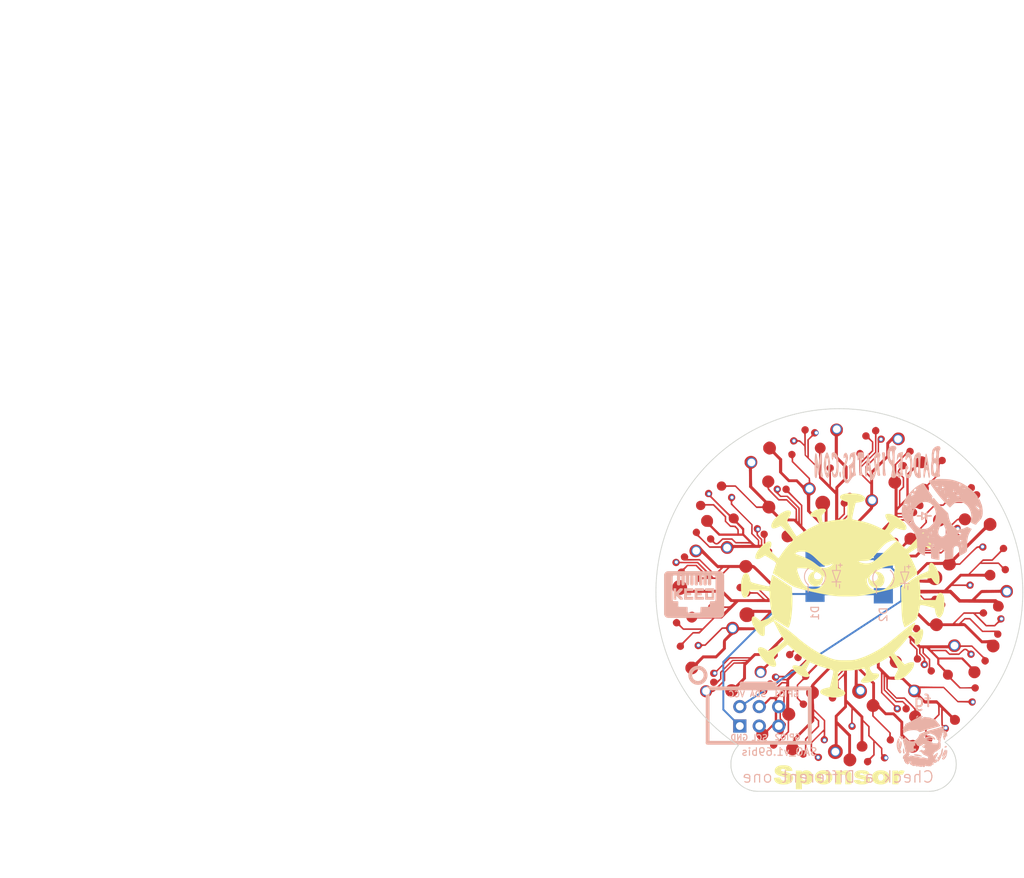
<source format=kicad_pcb>
(kicad_pcb (version 20171130) (host pcbnew "(5.1.10)-1")
  (layers (0 F.Cu signal) (31 B.Cu signal) (34 B.Paste user) (35 F.Paste user) (36 B.SilkS user) (37 F.SilkS user) (38 B.Mask user) (39 F.Mask user) (44 Edge.Cuts user))
  (net 0 "")
  (net 1 GND)
  (net 2 VCC)
  (net 3 "Net-(X1-Pad5)")
  (net 4 "Net-(X1-Pad6)")
  (net 5 "Net-(X1-Pad3)")
  (net 6 "Net-(X1-Pad4)")
  (module "Bsides-KC-2021-SAO-SVG2Shenzen v2_00:F.SilkS_g4922" (layer F.Cu) (at 88 93.35)
    (fp_text reference G*** hide)
    (fp_text value LOGO hide)
  )
  (module BadgePirate:LED_Osram_Lx_P47F_D2mm_ReverseMount_MaskNoHole (layer B.Cu) (at 112.56134 74.13498 90)
    (fp_text reference D2 (at -4.7498 0 90) (layer B.SilkS) (effects (justify mirror)))
    (fp_text value LED)
    (pad 1 smd rect (at -2.3 0 90) (size 2 2.5) (layers B.Cu) (net 1 GND))
    (pad 2 smd rect (at 2.3 0 90) (size 2 2.5) (layers B.Cu) (net 2 VCC))
  )
  (module BadgePirate:LED_Osram_Lx_P47F_D2mm_ReverseMount_MaskNoHole (layer B.Cu) (at 103.63962 73.93432 90)
    (fp_text reference D1 (at -4.7498 0 90) (layer B.SilkS) (effects (justify mirror)))
    (fp_text value LED)
    (pad 1 smd rect (at -2.3 0 90) (size 2 2.5) (layers B.Cu) (net 1 GND))
    (pad 2 smd rect (at 2.3 0 90) (size 2 2.5) (layers B.Cu) (net 2 VCC))
  )
  (module BadgePirateLogos:FG_10x10_BSILK (layer F.Cu) (at 117.65 95.25)
    (fp_text reference G*** hide)
    (fp_text value fg (at 0 -5.08) (layer B.SilkS) (effects (font (size 1.54 1.54) (thickness 0.25)) (justify mirror)))
  )
  (module BadgePirateLogos:NG_BSilk (layer F.Cu) (at 87.74938 76.05014)
    (fp_text reference G*** hide)
    (fp_text value NG_BSilk hide)
  )
  (module BadgePirateLogos:BadgePiratesURL_BSLK (layer F.Cu) (at 111.79302 59.99734)
    (fp_text reference G*** hide)
    (fp_text value LOGO hide)
  )
  (module BadgePirateLogos:BPSkull_Distressed_10x10_BSILK (layer F.Cu) (at 120.2309 66.4464)
    (fp_text reference G*** hide)
    (fp_text value "BP Logo" hide)
  )
  (module BadgePiratesFootprints:Badgelife-SAOv169-BADGE-2x3_Back (layer F.Cu) (at 95.96628 92.2655)
    (fp_text reference X1 hide)
    (fp_text value SAO_v1.69bis (at 3.01498 4.5593) (layer B.SilkS) (effects (justify mirror)))
    (fp_text user VCC (at -2.5654 -2.9718) (layer B.SilkS) (effects (font (size 0.75 0.75)) (justify mirror)))
    (fp_text user GND (at -2.2225 2.68478) (layer B.SilkS) (effects (font (size 0.75 0.75)) (justify mirror)))
    (fp_text user SDA (at 0.2286 -2.9972) (layer B.SilkS) (effects (font (size 0.75 0.75)) (justify mirror)))
    (fp_text user SCL (at 0.4445 2.7178) (layer B.SilkS) (effects (font (size 0.75 0.75)) (justify mirror)))
    (fp_text user GPIO2 (at 4.0894 2.6416) (layer B.SilkS) (effects (font (size 0.75 0.75)) (justify mirror)))
    (fp_text user GPIO1 (at 3.9116 -2.9972) (layer B.SilkS) (effects (font (size 0.75 0.75)) (justify mirror)))
    (pad 5 thru_hole circle (at 2.9302 -1.3516 270) (size 1.7272 1.7272) (drill 1.016) (layers *.Cu *.Mask) (net 3 "Net-(X1-Pad5)"))
    (pad 6 thru_hole circle (at 2.9302 1.1884 270) (size 1.7272 1.7272) (drill 1.016) (layers *.Cu *.Mask) (net 4 "Net-(X1-Pad6)"))
    (pad 3 thru_hole oval (at 0.3902 -1.3516 270) (size 1.7272 1.7272) (drill 1.016) (layers *.Cu *.Mask) (net 5 "Net-(X1-Pad3)"))
    (pad 4 thru_hole oval (at 0.3902 1.1884 270) (size 1.7272 1.7272) (drill 1.016) (layers *.Cu *.Mask) (net 6 "Net-(X1-Pad4)"))
    (pad 1 thru_hole oval (at -2.1498 -1.3516 270) (size 1.7272 1.7272) (drill 1.016) (layers *.Cu *.Mask) (net 2 VCC))
    (pad 2 thru_hole rect (at -2.1498 1.1884 270) (size 1.7272 1.7272) (drill 1.016) (layers *.Cu *.Mask) (net 1 GND))
  )
  (module LOGO (layer F.Cu) (at 0 0)
    (fp_text reference G*** hide)
    (fp_text value LOGO hide)
  )
  (module LOGO (layer F.Cu) (at 0 0)
    (fp_text reference G*** hide)
    (fp_text value LOGO hide)
  )
  (module LOGO (layer F.Cu) (at 88.01608 93.3704)
    (fp_text reference G*** hide)
    (fp_text value LOGO hide)
    (fp_poly (pts (xy 20.213772 -30.387268) (xy 20.275646 -30.372722) (xy 20.342063 -30.350249) (xy 20.400586 -30.324995) (xy 20.438774 -30.302106) (xy 20.4468 -30.290871) (xy 20.426811 -30.286321) (xy 20.372006 -30.281939) (xy 20.289899 -30.278132) (xy 20.188008 -30.275306) (xy 20.145175 -30.274567) (xy 20.027171 -30.273019) (xy 19.946161 -30.272878) (xy 19.896812 -30.27491) (xy 19.87379 -30.279882) (xy 19.87176 -30.28856) (xy 19.885389 -30.301711) (xy 19.89654 -30.310304) (xy 19.984941 -30.357205) (xy 20.092218 -30.385283) (xy 20.197186 -30.3894) (xy 20.213772 -30.387268)) (layer F.Cu) (width 0.01))
    (fp_poly (pts (xy 9.681401 -37.090728) (xy 9.862971 -37.067249) (xy 10.0326 -37.005875) (xy 10.185074 -36.910509) (xy 10.315175 -36.785053) (xy 10.417688 -36.633408) (xy 10.476224 -36.49618) (xy 10.513335 -36.328559) (xy 10.513529 -36.158277) (xy 10.47668 -35.977168) (xy 10.467865 -35.948298) (xy 10.442527 -35.86565) (xy 10.42984 -35.811062) (xy 10.428873 -35.7725) (xy 10.438695 -35.737928) (xy 10.449681 -35.713455) (xy 10.473613 -35.680172) (xy 10.523961 -35.622434) (xy 10.596344 -35.544836) (xy 10.686384 -35.451972) (xy 10.789702 -35.348436) (xy 10.901918 -35.238823) (xy 10.903816 -35.236993) (xy 11.324167 -34.831725) (xy 11.324167 -33.114905) (xy 11.805877 -32.633536) (xy 12.287588 -32.152166) (xy 13.303731 -32.152166) (xy 13.652741 -31.801485) (xy 13.755261 -31.69916) (xy 13.851035 -31.604847) (xy 13.934992 -31.523442) (xy 14.002059 -31.459838) (xy 14.047166 -31.418928) (xy 14.060372 -31.408166) (xy 14.118994 -31.365528) (xy 14.240289 -31.470385) (xy 14.387275 -31.58722) (xy 14.519106 -31.669606) (xy 14.640624 -31.720404) (xy 14.681788 -31.731289) (xy 14.7955 -31.756736) (xy 14.7955 -32.205234) (xy 12.573 -34.427432) (xy 12.572767 -34.596841) (xy 12.570978 -34.689591) (xy 12.566478 -34.776622) (xy 12.560197 -34.840597) (xy 12.559426 -34.845552) (xy 12.545082 -34.900078) (xy 12.516261 -34.92903) (xy 12.467606 -34.946048) (xy 12.345374 -34.997138) (xy 12.251665 -35.077628) (xy 12.185494 -35.188879) (xy 12.145878 -35.332247) (xy 12.136913 -35.40245) (xy 12.133461 -35.514737) (xy 12.150536 -35.600544) (xy 12.193467 -35.672903) (xy 12.267583 -35.744847) (xy 12.28163 -35.756337) (xy 12.408147 -35.834404) (xy 12.54064 -35.872354) (xy 12.674087 -35.870197) (xy 12.803465 -35.827946) (xy 12.913303 -35.754772) (xy 13.007351 -35.648977) (xy 13.063669 -35.526435) (xy 13.080535 -35.405862) (xy 13.070642 -35.30215) (xy 13.036614 -35.209106) (xy 12.973474 -35.11688) (xy 12.889972 -35.028666) (xy 12.7635 -34.907197) (xy 12.7635 -34.5124) (xy 14.96213 -32.310916) (xy 14.984936 -32.03652) (xy 14.994604 -31.932856) (xy 15.004794 -31.844878) (xy 15.014389 -31.780971) (xy 15.022272 -31.749522) (xy 15.02333 -31.748036) (xy 15.051975 -31.733386) (xy 15.104496 -31.713982) (xy 15.123584 -31.707875) (xy 15.283144 -31.637281) (xy 15.426178 -31.531582) (xy 15.547449 -31.39647) (xy 15.641721 -31.23764) (xy 15.698061 -31.08325) (xy 15.720226 -30.963852) (xy 15.71926 -30.847842) (xy 15.693516 -30.725828) (xy 15.641347 -30.588416) (xy 15.593941 -30.489258) (xy 15.5104 -30.366823) (xy 15.391937 -30.254566) (xy 15.245703 -30.15795) (xy 15.078845 -30.082436) (xy 15.047341 -30.071562) (xy 15.033566 -30.063213) (xy 15.021987 -30.045754) (xy 15.012418 -30.015821) (xy 15.004674 -29.970048) (xy 14.99857 -29.905071) (xy 14.993921 -29.817524) (xy 14.99054 -29.704043) (xy 14.988243 -29.561263) (xy 14.986845 -29.385817) (xy 14.98616 -29.174343) (xy 14.986 -28.957675) (xy 14.986 -28.055091) (xy 15.112093 -27.930315) (xy 15.238185 -27.805538) (xy 15.166207 -27.725867) (xy 15.115695 -27.664254) (xy 15.072749 -27.602351) (xy 15.060737 -27.581431) (xy 15.03706 -27.538193) (xy 15.022911 -27.517078) (xy 15.02212 -27.516666) (xy 15.006208 -27.530821) (xy 14.965861 -27.569773) (xy 14.906449 -27.628258) (xy 14.833342 -27.701012) (xy 14.798124 -27.736284) (xy 14.579254 -27.955902) (xy 14.576088 -28.990409) (xy 14.574916 -29.233065) (xy 14.572996 -29.450151) (xy 14.570387 -29.639069) (xy 14.567147 -29.797223) (xy 14.563334 -29.922014) (xy 14.559006 -30.010845) (xy 14.554222 -30.061118) (xy 14.551919 -30.070504) (xy 14.524996 -30.105068) (xy 14.473695 -30.153525) (xy 14.408629 -30.20594) (xy 14.402127 -30.210757) (xy 14.268409 -30.333324) (xy 14.156149 -30.485214) (xy 14.072692 -30.655838) (xy 14.052669 -30.71463) (xy 14.029655 -30.78405) (xy 14.003147 -30.847488) (xy 13.969478 -30.909825) (xy 13.924983 -30.97594) (xy 13.865994 -31.050712) (xy 13.788847 -31.13902) (xy 13.689874 -31.245744) (xy 13.565412 -31.375763) (xy 13.523059 -31.419521) (xy 13.161599 -31.792333) (xy 12.650341 -31.792507) (xy 12.139084 -31.79268) (xy 10.922 -33.037704) (xy 10.92118 -33.859644) (xy 10.920359 -34.681583) (xy 10.524305 -35.089463) (xy 10.12825 -35.497342) (xy 9.937899 -35.444004) (xy 9.806493 -35.410446) (xy 9.701889 -35.393828) (xy 9.61172 -35.395037) (xy 9.523614 -35.414962) (xy 9.425204 -35.454493) (xy 9.361169 -35.485431) (xy 9.190115 -35.587434) (xy 9.055496 -35.705255) (xy 8.953069 -35.842979) (xy 8.915091 -35.915217) (xy 8.888021 -35.978452) (xy 8.871144 -36.036369) (xy 8.862147 -36.102537) (xy 8.858716 -36.190526) (xy 8.858364 -36.247916) (xy 8.859542 -36.350175) (xy 8.864824 -36.423555) (xy 8.876639 -36.481477) (xy 8.897412 -36.537363) (xy 8.919039 -36.583385) (xy 9.007941 -36.722239) (xy 9.130212 -36.851112) (xy 9.276917 -36.961487) (xy 9.371511 -37.014579) (xy 9.457437 -37.054893) (xy 9.523521 -37.078298) (xy 9.586646 -37.088942) (xy 9.663696 -37.090975) (xy 9.681401 -37.090728)) (layer F.Cu) (width 0.01))
    (fp_poly (pts (xy 7.317112 -35.215133) (xy 7.49519 -35.182148) (xy 7.655014 -35.114605) (xy 7.793789 -35.017353) (xy 7.908722 -34.895242) (xy 7.997017 -34.753124) (xy 8.05588 -34.59585) (xy 8.082515 -34.428268) (xy 8.074128 -34.255231) (xy 8.027925 -34.081589) (xy 8.003424 -34.023957) (xy 7.91326 -33.87541) (xy 7.790933 -33.748855) (xy 7.633335 -33.64134) (xy 7.559996 -33.603137) (xy 7.387167 -33.519524) (xy 7.387167 -32.743976) (xy 7.387571 -32.547996) (xy 7.388719 -32.349113) (xy 7.390513 -32.155307) (xy 7.392854 -31.974556) (xy 7.395643 -31.814839) (xy 7.398784 -31.684135) (xy 7.401034 -31.616818) (xy 7.414901 -31.265208) (xy 8.343017 -30.316979) (xy 9.271132 -29.36875) (xy 9.530358 -29.355276) (xy 9.700876 -29.341098) (xy 9.839386 -29.316375) (xy 9.95551 -29.27824) (xy 10.058873 -29.223828) (xy 10.123451 -29.178621) (xy 10.249238 -29.056866) (xy 10.341429 -28.909651) (xy 10.399717 -28.737671) (xy 10.423792 -28.541621) (xy 10.424474 -28.500604) (xy 10.422358 -28.397412) (xy 10.413796 -28.319253) (xy 10.395679 -28.248955) (xy 10.364894 -28.169351) (xy 10.36414 -28.167575) (xy 10.303697 -28.025358) (xy 10.590512 -27.726478) (xy 10.877326 -27.427599) (xy 10.748823 -27.308091) (xy 10.688138 -27.252449) (xy 10.639361 -27.209202) (xy 10.610648 -27.185529) (xy 10.607048 -27.183268) (xy 10.588724 -27.195892) (xy 10.545389 -27.234202) (xy 10.481776 -27.293756) (xy 10.402613 -27.370112) (xy 10.312632 -27.458829) (xy 10.297514 -27.473907) (xy 10.00125 -27.769861) (xy 9.867073 -27.72793) (xy 9.685845 -27.691889) (xy 9.506508 -27.694649) (xy 9.334433 -27.733432) (xy 9.17499 -27.805459) (xy 9.033553 -27.907949) (xy 8.915492 -28.038124) (xy 8.826179 -28.193203) (xy 8.792514 -28.283958) (xy 8.755269 -28.405666) (xy 7.969129 -28.405666) (xy 6.582834 -29.792083) (xy 5.196538 -31.1785) (xy 4.609102 -31.1785) (xy 4.427934 -31.178085) (xy 4.285383 -31.176729) (xy 4.17774 -31.174266) (xy 4.101296 -31.170527) (xy 4.05234 -31.165346) (xy 4.027165 -31.158556) (xy 4.02165 -31.152041) (xy 4.009297 -31.099967) (xy 3.977084 -31.027773) (xy 3.932214 -30.947896) (xy 3.881887 -30.872772) (xy 3.833303 -30.814839) (xy 3.81863 -30.801406) (xy 3.693375 -30.724297) (xy 3.550606 -30.679847) (xy 3.39963 -30.667965) (xy 3.249757 -30.688559) (xy 3.110295 -30.741538) (xy 3.009935 -30.80934) (xy 2.908288 -30.923392) (xy 2.841103 -31.061198) (xy 2.809236 -31.220767) (xy 2.806584 -31.281662) (xy 2.818723 -31.430842) (xy 2.859931 -31.555165) (xy 2.934176 -31.663861) (xy 2.99803 -31.727005) (xy 3.119361 -31.810753) (xy 3.256522 -31.859855) (xy 3.416503 -31.876751) (xy 3.427479 -31.876793) (xy 3.584598 -31.857519) (xy 3.722551 -31.800753) (xy 3.840127 -31.707342) (xy 3.936115 -31.57813) (xy 3.97972 -31.491069) (xy 4.03225 -31.369722) (xy 4.649247 -31.369361) (xy 5.266243 -31.369) (xy 6.631047 -29.993166) (xy 7.995851 -28.617333) (xy 8.345944 -28.617333) (xy 8.465457 -28.618083) (xy 8.571611 -28.620156) (xy 8.656521 -28.623287) (xy 8.712305 -28.627214) (xy 8.729519 -28.630181) (xy 8.758003 -28.659702) (xy 8.763 -28.682083) (xy 8.772262 -28.715943) (xy 8.797377 -28.777896) (xy 8.834338 -28.858648) (xy 8.872297 -28.935562) (xy 8.981595 -29.149987) (xy 7.993881 -30.137869) (xy 7.006167 -31.12575) (xy 7.004057 -32.300417) (xy 7.003408 -32.520957) (xy 7.002307 -32.729843) (xy 7.000808 -32.923045) (xy 6.998964 -33.096534) (xy 6.996831 -33.246281) (xy 6.994462 -33.368254) (xy 6.991911 -33.458425) (xy 6.989234 -33.512764) (xy 6.987552 -33.526626) (xy 6.956028 -33.573567) (xy 6.892138 -33.620592) (xy 6.878537 -33.628079) (xy 6.754548 -33.712977) (xy 6.636991 -33.830152) (xy 6.53528 -33.969652) (xy 6.503996 -34.024091) (xy 6.468162 -34.092996) (xy 6.445045 -34.147013) (xy 6.431861 -34.199095) (xy 6.425825 -34.262192) (xy 6.424154 -34.349258) (xy 6.424084 -34.395833) (xy 6.424945 -34.498227) (xy 6.42913 -34.570802) (xy 6.439038 -34.626061) (xy 6.457068 -34.676509) (xy 6.48562 -34.73465) (xy 6.491104 -34.745083) (xy 6.597246 -34.90433) (xy 6.729676 -35.034008) (xy 6.883425 -35.131288) (xy 7.053524 -35.193344) (xy 7.235006 -35.217348) (xy 7.317112 -35.215133)) (layer F.Cu) (width 0.01))
    (fp_poly (pts (xy 28.144221 -36.260942) (xy 28.26777 -36.209412) (xy 28.371347 -36.130131) (xy 28.447915 -36.028357) (xy 28.488222 -35.92046) (xy 28.508338 -35.791605) (xy 28.504865 -35.688955) (xy 28.475614 -35.602189) (xy 28.418398 -35.520987) (xy 28.399077 -35.499937) (xy 28.28308 -35.406685) (xy 28.152462 -35.352072) (xy 28.011235 -35.336727) (xy 27.863414 -35.36128) (xy 27.762906 -35.400258) (xy 27.638729 -35.459577) (xy 26.932115 -34.753198) (xy 26.2255 -34.04682) (xy 26.2255 -32.606359) (xy 26.393375 -32.525891) (xy 26.561988 -32.424625) (xy 26.696779 -32.298328) (xy 26.7988 -32.145976) (xy 26.814356 -32.114449) (xy 26.840687 -32.053496) (xy 26.857411 -31.997974) (xy 26.866638 -31.935107) (xy 26.870475 -31.852121) (xy 26.871084 -31.770721) (xy 26.870179 -31.667779) (xy 26.865799 -31.594074) (xy 26.855447 -31.536524) (xy 26.836625 -31.482045) (xy 26.806834 -31.417552) (xy 26.801645 -31.406976) (xy 26.719676 -31.277062) (xy 26.609756 -31.154741) (xy 26.485653 -31.054775) (xy 26.45554 -31.035899) (xy 26.394834 -31.000039) (xy 26.395704 -28.522083) (xy 26.489706 -28.627916) (xy 26.583707 -28.73375) (xy 26.58452 -29.718345) (xy 26.585334 -30.70294) (xy 26.82875 -30.945666) (xy 27.072167 -31.188393) (xy 27.072167 -32.325143) (xy 26.742566 -32.66728) (xy 26.412964 -33.009416) (xy 26.426578 -33.136416) (xy 26.46167 -33.300574) (xy 26.528067 -33.442404) (xy 26.594459 -33.528) (xy 26.656886 -33.599612) (xy 26.692125 -33.661592) (xy 26.705581 -33.72987) (xy 26.702661 -33.820375) (xy 26.700728 -33.841129) (xy 26.697577 -33.982939) (xy 26.721108 -34.09971) (xy 26.774191 -34.201404) (xy 26.821125 -34.259007) (xy 26.926909 -34.345869) (xy 27.04617 -34.397431) (xy 27.171599 -34.414588) (xy 27.29589 -34.398235) (xy 27.411734 -34.349267) (xy 27.511824 -34.268578) (xy 27.584522 -34.165548) (xy 27.633797 -34.030206) (xy 27.642073 -33.895473) (xy 27.610024 -33.766319) (xy 27.53832 -33.647713) (xy 27.510302 -33.616103) (xy 27.397206 -33.522758) (xy 27.274531 -33.470161) (xy 27.139406 -33.457501) (xy 27.016223 -33.476621) (xy 26.942918 -33.493977) (xy 26.896773 -33.499713) (xy 26.864054 -33.493146) (xy 26.831025 -33.473592) (xy 26.821597 -33.466942) (xy 26.750968 -33.403233) (xy 26.683746 -33.320549) (xy 26.63457 -33.237465) (xy 26.627517 -33.220688) (xy 26.618244 -33.173195) (xy 26.62698 -33.119892) (xy 26.65623 -33.056922) (xy 26.7085 -32.980429) (xy 26.786295 -32.886556) (xy 26.892121 -32.771448) (xy 26.975521 -32.685054) (xy 27.262667 -32.391509) (xy 27.262667 -31.103726) (xy 27.01925 -30.861) (xy 26.775834 -30.618274) (xy 26.775834 -28.928872) (xy 27.166384 -29.328728) (xy 27.556935 -29.728583) (xy 27.558626 -31.27375) (xy 27.560318 -32.818916) (xy 28.046681 -33.316333) (xy 28.169194 -33.441989) (xy 28.286722 -33.563203) (xy 28.394771 -33.675292) (xy 28.488852 -33.773574) (xy 28.564471 -33.853364) (xy 28.617138 -33.909979) (xy 28.633397 -33.928061) (xy 28.73375 -34.042372) (xy 28.73375 -34.330228) (xy 28.734478 -34.45053) (xy 28.737471 -34.538189) (xy 28.743942 -34.602881) (xy 28.755102 -34.654284) (xy 28.772165 -34.702074) (xy 28.783652 -34.728441) (xy 28.861436 -34.853423) (xy 28.972077 -34.965997) (xy 29.106504 -35.059618) (xy 29.255649 -35.127744) (xy 29.38153 -35.159825) (xy 29.518431 -35.167763) (xy 29.668973 -35.153702) (xy 29.812414 -35.120339) (xy 29.880119 -35.095024) (xy 30.013265 -35.014191) (xy 30.121931 -34.904007) (xy 30.204614 -34.770679) (xy 30.259809 -34.620412) (xy 30.286012 -34.459413) (xy 30.281718 -34.293887) (xy 30.245424 -34.13004) (xy 30.175624 -33.974078) (xy 30.158613 -33.946105) (xy 30.052521 -33.817317) (xy 29.919182 -33.715582) (xy 29.766497 -33.644354) (xy 29.602367 -33.607087) (xy 29.434693 -33.607238) (xy 29.396672 -33.612891) (xy 29.267181 -33.646242) (xy 29.136772 -33.697437) (xy 29.024755 -33.758583) (xy 29.002768 -33.773851) (xy 28.987619 -33.783809) (xy 28.972091 -33.78785) (xy 28.95243 -33.782947) (xy 28.924883 -33.766076) (xy 28.885696 -33.73421) (xy 28.831118 -33.684324) (xy 28.757395 -33.613391) (xy 28.660773 -33.518386) (xy 28.550775 -33.409443) (xy 28.434055 -33.292992) (xy 28.319005 -33.176857) (xy 28.211622 -33.067194) (xy 28.117907 -32.970159) (xy 28.043859 -32.891908) (xy 28.004355 -32.848709) (xy 27.861446 -32.688001) (xy 27.845896 -32.300025) (xy 27.843043 -32.198352) (xy 27.841019 -32.060606) (xy 27.839825 -31.893041) (xy 27.839461 -31.701907) (xy 27.839928 -31.493459) (xy 27.841226 -31.273948) (xy 27.843356 -31.049627) (xy 27.845819 -30.859907) (xy 27.861291 -29.807765) (xy 28.107021 -29.797178) (xy 28.35275 -29.786591) (xy 28.778068 -30.209173) (xy 29.203386 -30.631754) (xy 29.193952 -30.836335) (xy 29.196028 -31.001356) (xy 29.220883 -31.137679) (xy 29.271246 -31.253889) (xy 29.349847 -31.358573) (xy 29.365084 -31.374681) (xy 29.495787 -31.48118) (xy 29.641437 -31.548689) (xy 29.799099 -31.576592) (xy 29.965838 -31.564269) (xy 30.094865 -31.528337) (xy 30.24948 -31.472029) (xy 30.772198 -31.979887) (xy 30.905344 -32.109486) (xy 31.037471 -32.238536) (xy 31.163272 -32.361819) (xy 31.27744 -32.474121) (xy 31.374669 -32.570226) (xy 31.449651 -32.644919) (xy 31.479006 -32.674497) (xy 31.663095 -32.86125) (xy 31.669506 -33.48928) (xy 31.675917 -34.117309) (xy 31.74733 -34.218576) (xy 31.818743 -34.319842) (xy 31.784267 -34.416046) (xy 31.755613 -34.544901) (xy 31.756586 -34.677747) (xy 31.785191 -34.803444) (xy 31.839434 -34.910855) (xy 31.881712 -34.960249) (xy 31.979424 -35.037236) (xy 32.079887 -35.07985) (xy 32.198189 -35.094215) (xy 32.212199 -35.094333) (xy 32.357199 -35.075408) (xy 32.48199 -35.021219) (xy 32.582434 -34.935644) (xy 32.654396 -34.822563) (xy 32.693741 -34.685852) (xy 32.698747 -34.638064) (xy 32.691416 -34.500563) (xy 32.648935 -34.384748) (xy 32.569207 -34.285857) (xy 32.528701 -34.251721) (xy 32.396899 -34.173413) (xy 32.259566 -34.135787) (xy 32.119742 -34.139604) (xy 32.098128 -34.143935) (xy 32.029809 -34.157693) (xy 31.988417 -34.159262) (xy 31.959914 -34.147126) (xy 31.936983 -34.126557) (xy 31.915024 -34.09938) (xy 31.897409 -34.063375) (xy 31.883674 -34.013968) (xy 31.873353 -33.946585) (xy 31.865983 -33.856654) (xy 31.861098 -33.739602) (xy 31.858233 -33.590854) (xy 31.856923 -33.405838) (xy 31.856755 -33.337385) (xy 31.855834 -32.776353) (xy 31.127757 -32.048506) (xy 30.399681 -31.320659) (xy 30.44222 -31.201954) (xy 30.479047 -31.051508) (xy 30.487339 -30.894906) (xy 30.467307 -30.74594) (xy 30.433738 -30.647338) (xy 30.346644 -30.502377) (xy 30.235411 -30.39041) (xy 30.103949 -30.312722) (xy 29.956168 -30.270601) (xy 29.795977 -30.265332) (xy 29.627285 -30.2982) (xy 29.509176 -30.343238) (xy 29.392504 -30.396652) (xy 28.945585 -29.951492) (xy 28.498666 -29.506333) (xy 27.758473 -29.506333) (xy 27.143051 -28.887208) (xy 27.007323 -28.750029) (xy 26.878708 -28.61883) (xy 26.760807 -28.497373) (xy 26.65722 -28.389418) (xy 26.571549 -28.298728) (xy 26.507392 -28.229063) (xy 26.468352 -28.184184) (xy 26.461231 -28.174949) (xy 26.42599 -28.121128) (xy 26.405982 -28.073324) (xy 26.397001 -28.015775) (xy 26.394838 -27.932719) (xy 26.394834 -27.926241) (xy 26.394834 -27.770666) (xy 26.954429 -27.770666) (xy 27.378423 -28.191598) (xy 27.802417 -28.612529) (xy 28.278667 -28.623053) (xy 28.418275 -28.626762) (xy 28.545054 -28.631312) (xy 28.652394 -28.636369) (xy 28.733688 -28.641602) (xy 28.782327 -28.646678) (xy 28.791959 -28.648886) (xy 28.822041 -28.683611) (xy 28.829 -28.732634) (xy 28.838485 -28.786788) (xy 28.863258 -28.86106) (xy 28.89526 -28.933669) (xy 28.948028 -29.02471) (xy 29.004968 -29.088544) (xy 29.056092 -29.126242) (xy 29.191323 -29.191262) (xy 29.324305 -29.217349) (xy 29.449934 -29.207234) (xy 29.563109 -29.163647) (xy 29.658726 -29.089318) (xy 29.731683 -28.986978) (xy 29.776877 -28.859357) (xy 29.789652 -28.73375) (xy 29.772461 -28.585063) (xy 29.722345 -28.459155) (xy 29.64149 -28.359232) (xy 29.532083 -28.288501) (xy 29.470735 -28.266054) (xy 29.372579 -28.246429) (xy 29.280571 -28.250136) (xy 29.182814 -28.279303) (xy 29.067409 -28.336057) (xy 29.061834 -28.339168) (xy 28.92425 -28.41625) (xy 27.861088 -28.42943) (xy 27.450752 -28.004805) (xy 27.040417 -27.580179) (xy 26.717625 -27.580173) (xy 26.394834 -27.580166) (xy 26.394834 -27.347333) (xy 27.033063 -27.347333) (xy 27.301062 -27.613974) (xy 27.39212 -27.70291) (xy 27.477345 -27.783098) (xy 27.550495 -27.848896) (xy 27.605334 -27.894666) (xy 27.632086 -27.913207) (xy 27.684633 -27.931138) (xy 27.762946 -27.947349) (xy 27.850489 -27.95845) (xy 27.854376 -27.958774) (xy 27.936719 -27.96671) (xy 27.987327 -27.97659) (xy 28.016751 -27.992386) (xy 28.035538 -28.01807) (xy 28.041039 -28.029049) (xy 28.095948 -28.110004) (xy 28.177302 -28.189278) (xy 28.270909 -28.253329) (xy 28.28256 -28.259486) (xy 28.417538 -28.307851) (xy 28.548563 -28.317216) (xy 28.670343 -28.290891) (xy 28.777586 -28.232188) (xy 28.864999 -28.14442) (xy 28.927293 -28.030897) (xy 28.959174 -27.89493) (xy 28.962226 -27.834166) (xy 28.946162 -27.69083) (xy 28.896643 -27.571308) (xy 28.811673 -27.47109) (xy 28.795615 -27.457335) (xy 28.681413 -27.388484) (xy 28.556648 -27.356572) (xy 28.428413 -27.360061) (xy 28.303801 -27.397414) (xy 28.189904 -27.467094) (xy 28.093816 -27.567564) (xy 28.061752 -27.616379) (xy 28.01685 -27.686646) (xy 27.978709 -27.727328) (xy 27.937577 -27.747817) (xy 27.921118 -27.751866) (xy 27.860906 -27.757584) (xy 27.799548 -27.748011) (xy 27.733124 -27.720445) (xy 27.657717 -27.672186) (xy 27.569409 -27.600533) (xy 27.46428 -27.502786) (xy 27.338412 -27.376242) (xy 27.264603 -27.29936) (xy 27.128957 -27.156833) (xy 26.77777 -27.156973) (xy 26.64609 -27.15745) (xy 26.549562 -27.159262) (xy 26.48101 -27.163161) (xy 26.433258 -27.169899) (xy 26.399128 -27.180229) (xy 26.371445 -27.194901) (xy 26.363084 -27.200426) (xy 26.312092 -27.231943) (xy 26.238779 -27.27338) (xy 26.158777 -27.315908) (xy 26.156709 -27.316969) (xy 26.013834 -27.390199) (xy 26.013834 -30.916497) (xy 25.902709 -30.944312) (xy 25.710943 -31.010809) (xy 25.54687 -31.105788) (xy 25.412799 -31.2263) (xy 25.311039 -31.369398) (xy 25.243899 -31.532133) (xy 25.213687 -31.711556) (xy 25.214087 -31.823561) (xy 25.246018 -32.00655) (xy 25.315418 -32.173656) (xy 25.419225 -32.321213) (xy 25.554378 -32.445554) (xy 25.717813 -32.543013) (xy 25.860375 -32.597245) (xy 26.013834 -32.643123) (xy 26.013834 -34.105156) (xy 26.717625 -34.817566) (xy 26.862018 -34.964289) (xy 26.998987 -35.104543) (xy 27.125277 -35.23492) (xy 27.237634 -35.352011) (xy 27.332801 -35.452406) (xy 27.407523 -35.532695) (xy 27.458547 -35.589469) (xy 27.481497 -35.617619) (xy 27.530533 -35.714523) (xy 27.557661 -35.835087) (xy 27.558344 -35.84046) (xy 27.58174 -35.96367) (xy 27.620497 -36.058121) (xy 27.680204 -36.136244) (xy 27.699985 -36.155542) (xy 27.806638 -36.233171) (xy 27.921882 -36.272514) (xy 28.007741 -36.27946) (xy 28.144221 -36.260942)) (layer F.Cu) (width 0.01))
    (fp_poly (pts (xy 19.885275 -27.512308) (xy 19.884408 -27.458158) (xy 19.88076 -27.39743) (xy 19.87077 -27.267609) (xy 19.515696 -26.914381) (xy 19.378098 -26.902834) (xy 19.308176 -26.898549) (xy 19.25864 -26.898534) (xy 19.2405 -26.902617) (xy 19.254655 -26.921242) (xy 19.293576 -26.96343) (xy 19.351944 -27.023927) (xy 19.424445 -27.097481) (xy 19.505759 -27.178837) (xy 19.590572 -27.262742) (xy 19.673564 -27.343943) (xy 19.749421 -27.417186) (xy 19.812824 -27.477218) (xy 19.858456 -27.518786) (xy 19.881001 -27.536636) (xy 19.882375 -27.53682) (xy 19.885275 -27.512308)) (layer F.Cu) (width 0.01))
    (fp_poly (pts (xy 18.590665 -39.43358) (xy 18.742197 -39.38968) (xy 18.859504 -39.328702) (xy 18.977758 -39.237338) (xy 19.08612 -39.125863) (xy 19.173752 -39.00455) (xy 19.200912 -38.954881) (xy 19.230106 -38.89377) (xy 19.248787 -38.844933) (xy 19.258744 -38.796532) (xy 19.261772 -38.736731) (xy 19.25966 -38.653692) (xy 19.256624 -38.586801) (xy 19.249727 -38.474059) (xy 19.239942 -38.39132) (xy 19.224878 -38.326257) (xy 19.202147 -38.266543) (xy 19.189199 -38.23899) (xy 19.114993 -38.124732) (xy 19.008411 -38.012122) (xy 18.878825 -37.909818) (xy 18.750516 -37.83383) (xy 18.6055 -37.760801) (xy 18.6055 -35.104652) (xy 19.2405 -34.469916) (xy 19.8755 -33.835181) (xy 19.8755 -32.247143) (xy 19.261667 -31.633583) (xy 18.647834 -31.020024) (xy 18.647834 -26.977398) (xy 18.997084 -27.326166) (xy 19.346334 -27.674935) (xy 19.346334 -28.573913) (xy 19.277542 -28.609106) (xy 19.155363 -28.686915) (xy 19.060056 -28.779202) (xy 19.009333 -28.857309) (xy 18.971211 -28.982202) (xy 18.970694 -29.112602) (xy 19.005916 -29.238712) (xy 19.075011 -29.350734) (xy 19.110434 -29.388205) (xy 19.176207 -29.449993) (xy 19.287728 -29.389269) (xy 19.35406 -29.357893) (xy 19.447556 -29.319827) (xy 19.554762 -29.280319) (xy 19.642667 -29.250783) (xy 19.886084 -29.173021) (xy 19.892188 -29.015892) (xy 19.89401 -28.932268) (xy 19.889133 -28.875919) (xy 19.873961 -28.831902) (xy 19.8449 -28.785273) (xy 19.832543 -28.767998) (xy 19.750029 -28.683035) (xy 19.651813 -28.626383) (xy 19.536834 -28.575534) (xy 19.536834 -27.569102) (xy 19.189962 -27.222709) (xy 18.843091 -26.876315) (xy 18.644921 -26.858553) (xy 18.543442 -26.848983) (xy 18.445022 -26.838897) (xy 18.366278 -26.830023) (xy 18.346209 -26.827493) (xy 18.245667 -26.814194) (xy 18.245667 -30.19441) (xy 17.197917 -31.242) (xy 16.150167 -32.289589) (xy 16.150167 -33.390242) (xy 14.270277 -35.27425) (xy 14.249236 -35.864451) (xy 14.228195 -36.454651) (xy 14.009139 -36.675084) (xy 13.9208 -36.762227) (xy 13.832636 -36.846148) (xy 13.753696 -36.918427) (xy 13.693031 -36.970642) (xy 13.682537 -36.978988) (xy 13.573558 -37.049138) (xy 13.477157 -37.081562) (xy 13.395103 -37.076241) (xy 13.329164 -37.033157) (xy 13.294863 -36.98312) (xy 13.212379 -36.867131) (xy 13.101743 -36.779308) (xy 12.969441 -36.723478) (xy 12.821958 -36.703469) (xy 12.821029 -36.703465) (xy 12.739139 -36.708384) (xy 12.663042 -36.721482) (xy 12.628946 -36.73212) (xy 12.551086 -36.783347) (xy 12.477706 -36.864207) (xy 12.415219 -36.963194) (xy 12.37004 -37.068803) (xy 12.348584 -37.169527) (xy 12.351048 -37.230613) (xy 12.396344 -37.364549) (xy 12.474766 -37.480294) (xy 12.579518 -37.572004) (xy 12.703801 -37.633835) (xy 12.840819 -37.659942) (xy 12.850791 -37.660283) (xy 12.956662 -37.644343) (xy 13.066924 -37.596386) (xy 13.169224 -37.523275) (xy 13.244258 -37.441668) (xy 13.301443 -37.364831) (xy 13.343138 -37.316087) (xy 13.378417 -37.289048) (xy 13.416354 -37.277331) (xy 13.466022 -37.274548) (xy 13.481789 -37.2745) (xy 13.557352 -37.26987) (xy 13.625112 -37.258206) (xy 13.645209 -37.252081) (xy 13.679487 -37.230078) (xy 13.737112 -37.18333) (xy 13.811807 -37.117337) (xy 13.897297 -37.037598) (xy 13.964087 -36.972707) (xy 14.224 -36.715752) (xy 14.221496 -37.360251) (xy 14.220437 -37.523893) (xy 14.218651 -37.675973) (xy 14.216267 -37.810738) (xy 14.213415 -37.922435) (xy 14.210226 -38.005311) (xy 14.206829 -38.053613) (xy 14.205621 -38.061265) (xy 14.174342 -38.114795) (xy 14.106684 -38.174306) (xy 14.086551 -38.188265) (xy 13.979673 -38.280315) (xy 13.900147 -38.391962) (xy 13.853371 -38.51403) (xy 13.843 -38.602452) (xy 13.862913 -38.744507) (xy 13.920338 -38.870516) (xy 14.011803 -38.97504) (xy 14.128768 -39.050286) (xy 14.251323 -39.087282) (xy 14.377696 -39.089584) (xy 14.499872 -39.060527) (xy 14.60984 -39.003446) (xy 14.699585 -38.921677) (xy 14.761095 -38.818556) (xy 14.773402 -38.781968) (xy 14.79779 -38.629486) (xy 14.785111 -38.488562) (xy 14.737192 -38.36377) (xy 14.655858 -38.259682) (xy 14.542935 -38.180871) (xy 14.531066 -38.175071) (xy 14.4145 -38.119926) (xy 14.4145 -35.356253) (xy 14.472709 -35.304058) (xy 14.527769 -35.255545) (xy 14.579499 -35.211233) (xy 14.580261 -35.210595) (xy 14.629605 -35.169327) (xy 14.618517 -37.340303) (xy 14.874048 -37.598443) (xy 14.960125 -37.686701) (xy 15.036733 -37.767694) (xy 15.098357 -37.835399) (xy 15.139482 -37.883794) (xy 15.153465 -37.903612) (xy 15.164185 -37.939747) (xy 15.160466 -37.987299) (xy 15.140936 -38.058247) (xy 15.132999 -38.0823) (xy 15.104233 -38.196104) (xy 15.104232 -38.294359) (xy 15.134038 -38.393509) (xy 15.155568 -38.439126) (xy 15.201873 -38.507704) (xy 15.268431 -38.580421) (xy 15.34211 -38.64475) (xy 15.409772 -38.688166) (xy 15.422401 -38.693611) (xy 15.487053 -38.70744) (xy 15.573895 -38.713039) (xy 15.663773 -38.71038) (xy 15.73753 -38.699437) (xy 15.754854 -38.694084) (xy 15.827581 -38.652074) (xy 15.906257 -38.583842) (xy 15.978397 -38.501276) (xy 16.015835 -38.445611) (xy 16.060235 -38.331983) (xy 16.06802 -38.214106) (xy 16.043694 -38.097803) (xy 15.991759 -37.988895) (xy 15.91672 -37.893203) (xy 15.823079 -37.81655) (xy 15.715339 -37.764756) (xy 15.598005 -37.743645) (xy 15.483113 -37.756943) (xy 15.418371 -37.772429) (xy 15.367189 -37.781509) (xy 15.354334 -37.7825) (xy 15.328746 -37.768297) (xy 15.279089 -37.729) (xy 15.211102 -37.669572) (xy 15.130527 -37.594979) (xy 15.068888 -37.535597) (xy 14.816667 -37.288694) (xy 14.816667 -34.949805) (xy 15.455869 -34.323569) (xy 15.592072 -34.190437) (xy 15.719 -34.066966) (xy 15.833459 -33.956217) (xy 15.932258 -33.861252) (xy 16.012205 -33.785131) (xy 16.070109 -33.730916) (xy 16.102778 -33.701668) (xy 16.108819 -33.697333) (xy 16.117924 -33.71812) (xy 16.126067 -33.778981) (xy 16.133166 -33.877666) (xy 16.13914 -34.011923) (xy 16.143908 -34.179504) (xy 16.147388 -34.378158) (xy 16.149501 -34.605633) (xy 16.150167 -34.84429) (xy 16.150031 -35.034884) (xy 16.149473 -35.187441) (xy 16.148268 -35.306259) (xy 16.146192 -35.395636) (xy 16.143018 -35.459867) (xy 16.138523 -35.50325) (xy 16.132482 -35.530081) (xy 16.124669 -35.544659) (xy 16.114859 -35.551279) (xy 16.113125 -35.551875) (xy 15.964306 -35.619977) (xy 15.830786 -35.721698) (xy 15.721166 -35.848886) (xy 15.644047 -35.993385) (xy 15.642109 -35.998476) (xy 15.607671 -36.139815) (xy 15.602098 -36.292159) (xy 15.624809 -36.439966) (xy 15.662556 -36.543698) (xy 15.746497 -36.672993) (xy 15.860658 -36.787943) (xy 15.99301 -36.876868) (xy 16.019008 -36.889759) (xy 16.161396 -36.935166) (xy 16.316049 -36.948369) (xy 16.468487 -36.929204) (xy 16.567188 -36.895966) (xy 16.662488 -36.838709) (xy 16.76168 -36.754726) (xy 16.852241 -36.656312) (xy 16.921646 -36.555761) (xy 16.930381 -36.539454) (xy 16.987648 -36.383806) (xy 17.005411 -36.225064) (xy 16.985592 -36.068857) (xy 16.930113 -35.920814) (xy 16.840895 -35.786563) (xy 16.719859 -35.671736) (xy 16.610542 -35.60237) (xy 16.51 -35.549489) (xy 16.51 -32.437579) (xy 17.504834 -31.443421) (xy 17.504834 -33.120131) (xy 17.395255 -33.191774) (xy 17.277132 -33.284264) (xy 17.196576 -33.384855) (xy 17.148856 -33.499844) (xy 17.142029 -33.528982) (xy 17.133783 -33.665204) (xy 17.162759 -33.792982) (xy 17.224273 -33.906057) (xy 17.313641 -33.998176) (xy 17.426178 -34.06308) (xy 17.557202 -34.094515) (xy 17.565981 -34.095231) (xy 17.714016 -34.087726) (xy 17.841863 -34.044772) (xy 17.945859 -33.969759) (xy 18.02234 -33.866079) (xy 18.067643 -33.737124) (xy 18.078979 -33.620332) (xy 18.062379 -33.473207) (xy 18.012322 -33.351952) (xy 17.92842 -33.256011) (xy 17.810288 -33.184829) (xy 17.764125 -33.166816) (xy 17.695334 -33.142859) (xy 17.695334 -31.248118) (xy 17.972773 -30.977612) (xy 18.07677 -30.87751) (xy 18.15486 -30.805596) (xy 18.21021 -30.759291) (xy 18.245988 -30.736012) (xy 18.265362 -30.73318) (xy 18.268782 -30.736428) (xy 18.276912 -30.769475) (xy 18.283308 -30.833788) (xy 18.287066 -30.918305) (xy 18.287676 -30.96697) (xy 18.288 -31.16819) (xy 18.901834 -31.78175) (xy 19.515667 -32.395309) (xy 19.515667 -33.637633) (xy 18.8595 -34.306349) (xy 18.203334 -34.975066) (xy 18.203334 -37.772761) (xy 18.057371 -37.86283) (xy 17.89075 -37.986091) (xy 17.760724 -38.126582) (xy 17.668394 -38.282011) (xy 17.614863 -38.450083) (xy 17.601232 -38.628506) (xy 17.619281 -38.774704) (xy 17.677288 -38.959263) (xy 17.768092 -39.117427) (xy 17.890257 -39.247706) (xy 18.042348 -39.348609) (xy 18.222928 -39.418645) (xy 18.245342 -39.424624) (xy 18.417027 -39.44896) (xy 18.590665 -39.43358)) (layer F.Cu) (width 0.01))
    (fp_poly (pts (xy 23.653313 -38.992164) (xy 23.739877 -38.955642) (xy 23.85869 -38.878103) (xy 23.947182 -38.776049) (xy 24.002945 -38.656323) (xy 24.023572 -38.525765) (xy 24.006656 -38.39122) (xy 23.971147 -38.298249) (xy 23.906832 -38.191578) (xy 23.834182 -38.118877) (xy 23.74461 -38.071785) (xy 23.735132 -38.068416) (xy 23.65375 -38.040441) (xy 23.648285 -36.858173) (xy 23.642819 -35.675905) (xy 22.61641 -34.649659) (xy 21.59 -33.623413) (xy 21.59 -33.030314) (xy 22.214417 -32.406166) (xy 22.838834 -31.782019) (xy 22.838834 -32.332595) (xy 22.51075 -32.660166) (xy 22.182667 -32.987738) (xy 22.182667 -33.835125) (xy 22.984236 -34.636486) (xy 23.785804 -35.437846) (xy 23.800959 -36.128631) (xy 23.80582 -36.420015) (xy 23.806696 -36.670723) (xy 23.803574 -36.882223) (xy 23.796439 -37.055985) (xy 23.791654 -37.125559) (xy 23.781595 -37.272341) (xy 23.778815 -37.385725) (xy 23.784547 -37.474212) (xy 23.800023 -37.546303) (xy 23.826478 -37.610499) (xy 23.865143 -37.675301) (xy 23.873086 -37.687088) (xy 23.958968 -37.780151) (xy 24.062456 -37.841033) (xy 24.177039 -37.871644) (xy 24.296201 -37.873895) (xy 24.41343 -37.849696) (xy 24.522211 -37.800957) (xy 24.616031 -37.729586) (xy 24.688376 -37.637496) (xy 24.732733 -37.526595) (xy 24.743715 -37.4318) (xy 24.730328 -37.340583) (xy 24.694625 -37.237076) (xy 24.643933 -37.139213) (xy 24.599764 -37.079503) (xy 24.536765 -37.01771) (xy 24.472661 -36.976059) (xy 24.397 -36.950939) (xy 24.299328 -36.938743) (xy 24.183597 -36.935833) (xy 23.981834 -36.935833) (xy 23.981404 -35.380083) (xy 23.177286 -34.561703) (xy 22.373167 -33.743322) (xy 22.373167 -33.093361) (xy 22.606 -32.86125) (xy 22.838834 -32.629138) (xy 22.838834 -33.136577) (xy 23.886584 -34.184166) (xy 24.934334 -35.231756) (xy 24.934334 -36.942835) (xy 25.268046 -37.283293) (xy 25.377706 -37.397517) (xy 25.488495 -37.517092) (xy 25.592896 -37.633605) (xy 25.683395 -37.738645) (xy 25.752477 -37.823801) (xy 25.761333 -37.835407) (xy 25.880962 -37.983392) (xy 25.992457 -38.095788) (xy 26.1027 -38.176583) (xy 26.218574 -38.229768) (xy 26.346962 -38.259332) (xy 26.494746 -38.269266) (xy 26.509839 -38.269333) (xy 26.706244 -38.253117) (xy 26.877187 -38.203824) (xy 27.024791 -38.120484) (xy 27.151185 -38.002129) (xy 27.18319 -37.962416) (xy 27.265816 -37.822117) (xy 27.32029 -37.66168) (xy 27.345485 -37.491543) (xy 27.340273 -37.322142) (xy 27.303528 -37.163913) (xy 27.276395 -37.099117) (xy 27.189622 -36.965114) (xy 27.06999 -36.842652) (xy 26.926709 -36.738536) (xy 26.76899 -36.659574) (xy 26.622108 -36.615598) (xy 26.470637 -36.606088) (xy 26.315007 -36.634163) (xy 26.161764 -36.696452) (xy 26.01745 -36.789582) (xy 25.888611 -36.91018) (xy 25.787345 -37.04576) (xy 25.710033 -37.171016) (xy 25.5021 -36.963863) (xy 25.294167 -36.756711) (xy 25.294167 -35.083589) (xy 24.246417 -34.036) (xy 23.198667 -32.98841) (xy 23.198667 -30.224952) (xy 23.256875 -30.203213) (xy 23.44332 -30.113903) (xy 23.598465 -29.997326) (xy 23.721077 -29.854548) (xy 23.781986 -29.74975) (xy 23.808676 -29.69252) (xy 23.826421 -29.643026) (xy 23.837034 -29.59018) (xy 23.842325 -29.522892) (xy 23.844108 -29.430073) (xy 23.84425 -29.36875) (xy 23.843111 -29.253204) (xy 23.838813 -29.169634) (xy 23.830031 -29.107719) (xy 23.815442 -29.057141) (xy 23.799453 -29.0195) (xy 23.74214 -28.928201) (xy 23.656927 -28.830199) (xy 23.554666 -28.735825) (xy 23.446212 -28.655411) (xy 23.372192 -28.612844) (xy 23.286377 -28.566026) (xy 23.23369 -28.523458) (xy 23.20689 -28.476639) (xy 23.198736 -28.41707) (xy 23.198667 -28.409155) (xy 23.181695 -28.345414) (xy 23.130646 -28.257517) (xy 23.098125 -28.21214) (xy 23.059509 -28.165341) (xy 22.997245 -28.095727) (xy 22.914785 -28.006779) (xy 22.815581 -27.901976) (xy 22.703085 -27.784797) (xy 22.580748 -27.658723) (xy 22.45202 -27.527233) (xy 22.320355 -27.393807) (xy 22.189203 -27.261924) (xy 22.062017 -27.135064) (xy 21.942247 -27.016708) (xy 21.833344 -26.910333) (xy 21.738762 -26.819421) (xy 21.66195 -26.747452) (xy 21.606361 -26.697903) (xy 21.575447 -26.674256) (xy 21.571179 -26.672734) (xy 21.533616 -26.678339) (xy 21.469273 -26.690262) (xy 21.3995 -26.704388) (xy 21.320364 -26.721186) (xy 21.251856 -26.736012) (xy 21.213566 -26.744573) (xy 21.205491 -26.750005) (xy 21.206294 -26.762388) (xy 21.218106 -26.784103) (xy 21.243058 -26.81753) (xy 21.283283 -26.865047) (xy 21.340912 -26.929036) (xy 21.418076 -27.011876) (xy 21.516908 -27.115947) (xy 21.639538 -27.24363) (xy 21.788098 -27.397303) (xy 21.919837 -27.533127) (xy 22.069116 -27.687159) (xy 22.211559 -27.834651) (xy 22.344014 -27.972307) (xy 22.463334 -28.096829) (xy 22.566367 -28.20492) (xy 22.649963 -28.293283) (xy 22.710974 -28.358622) (xy 22.746248 -28.397638) (xy 22.750101 -28.402191) (xy 22.792633 -28.459258) (xy 22.808118 -28.502147) (xy 22.793612 -28.538844) (xy 22.746173 -28.577338) (xy 22.668996 -28.622255) (xy 22.516333 -28.726842) (xy 22.388243 -28.856777) (xy 22.288399 -29.005644) (xy 22.220475 -29.167023) (xy 22.188144 -29.334495) (xy 22.189461 -29.460215) (xy 22.216746 -29.582287) (xy 22.270793 -29.715595) (xy 22.344489 -29.845988) (xy 22.43072 -29.959313) (xy 22.451404 -29.9813) (xy 22.526697 -30.047155) (xy 22.613271 -30.106702) (xy 22.699371 -30.153158) (xy 22.77324 -30.179741) (xy 22.801792 -30.18346) (xy 22.812155 -30.185936) (xy 22.82039 -30.196124) (xy 22.82674 -30.218359) (xy 22.831448 -30.256972) (xy 22.834755 -30.316297) (xy 22.836905 -30.400667) (xy 22.838139 -30.514416) (xy 22.838701 -30.661877) (xy 22.838834 -30.845242) (xy 22.838834 -31.506817) (xy 21.3995 -32.945683) (xy 21.3995 -35.048499) (xy 21.307607 -35.083593) (xy 21.187612 -35.150282) (xy 21.097742 -35.245218) (xy 21.040672 -35.364423) (xy 21.019075 -35.503918) (xy 21.018965 -35.513055) (xy 21.036655 -35.647377) (xy 21.086944 -35.766469) (xy 21.16391 -35.86602) (xy 21.261628 -35.941715) (xy 21.374177 -35.989242) (xy 21.495632 -36.004289) (xy 21.620071 -35.982541) (xy 21.648888 -35.971716) (xy 21.739059 -35.918337) (xy 21.829292 -35.838338) (xy 21.905688 -35.745066) (xy 21.934374 -35.697583) (xy 21.96855 -35.597585) (xy 21.977961 -35.486197) (xy 21.962192 -35.381094) (xy 21.942959 -35.332982) (xy 21.899802 -35.269164) (xy 21.839216 -35.201275) (xy 21.772309 -35.13981) (xy 21.710193 -35.095268) (xy 21.674755 -35.079588) (xy 21.628459 -35.061285) (xy 21.606199 -35.043449) (xy 21.600338 -35.01452) (xy 21.595435 -34.952028) (xy 21.591957 -34.864744) (xy 21.59037 -34.761436) (xy 21.590324 -34.745198) (xy 21.59 -34.470147) (xy 22.32025 -35.200166) (xy 23.0505 -35.930186) (xy 23.0505 -36.994725) (xy 22.867689 -37.167771) (xy 22.772504 -37.257418) (xy 22.701358 -37.321491) (xy 22.647519 -37.363491) (xy 22.604254 -37.386919) (xy 22.564834 -37.395275) (xy 22.522526 -37.392062) (xy 22.470598 -37.380778) (xy 22.462068 -37.378728) (xy 22.293227 -37.352422) (xy 22.147573 -37.360084) (xy 22.026058 -37.401581) (xy 21.958717 -37.448165) (xy 21.86569 -37.554084) (xy 21.809106 -37.671157) (xy 21.786712 -37.793368) (xy 21.796255 -37.914703) (xy 21.835484 -38.029144) (xy 21.902146 -38.130676) (xy 21.993989 -38.213284) (xy 22.108759 -38.27095) (xy 22.244206 -38.29766) (xy 22.277197 -38.298788) (xy 22.41913 -38.281286) (xy 22.539662 -38.227262) (xy 22.638592 -38.136837) (xy 22.697493 -38.047083) (xy 22.720985 -37.993487) (xy 22.73499 -37.932965) (xy 22.741632 -37.852696) (xy 22.743058 -37.771916) (xy 22.743895 -37.69385) (xy 22.748534 -37.632024) (xy 22.760902 -37.579552) (xy 22.784926 -37.529545) (xy 22.824531 -37.475115) (xy 22.883644 -37.409373) (xy 22.966191 -37.325431) (xy 23.038408 -37.253751) (xy 23.241 -37.053086) (xy 23.241 -35.844914) (xy 23.038092 -35.644248) (xy 22.927455 -35.534044) (xy 22.804764 -35.410458) (xy 22.673435 -35.277047) (xy 22.536881 -35.137369) (xy 22.398519 -34.994981) (xy 22.261761 -34.85344) (xy 22.130025 -34.716304) (xy 22.006723 -34.58713) (xy 21.895271 -34.469475) (xy 21.799084 -34.366896) (xy 21.721577 -34.282951) (xy 21.666163 -34.221197) (xy 21.63626 -34.185191) (xy 21.633304 -34.180853) (xy 21.602627 -34.107308) (xy 21.590554 -34.011761) (xy 21.590079 -33.983173) (xy 21.59 -33.856264) (xy 22.521334 -34.787416) (xy 23.452667 -35.718569) (xy 23.452131 -36.872243) (xy 23.451594 -38.025916) (xy 23.320488 -38.089416) (xy 23.236316 -38.135904) (xy 23.177714 -38.185253) (xy 23.129207 -38.250674) (xy 23.126556 -38.25495) (xy 23.074297 -38.376804) (xy 23.060243 -38.503518) (xy 23.081769 -38.628761) (xy 23.136253 -38.746202) (xy 23.22107 -38.849509) (xy 23.333599 -38.932351) (xy 23.424355 -38.973673) (xy 23.512346 -39.000602) (xy 23.582761 -39.007103) (xy 23.653313 -38.992164)) (layer F.Cu) (width 0.01))
    (fp_poly (pts (xy 16.839895 -29.979545) (xy 17.017656 -29.919146) (xy 17.181416 -29.824441) (xy 17.326349 -29.697355) (xy 17.447625 -29.539811) (xy 17.499936 -29.446086) (xy 17.533265 -29.377185) (xy 17.555587 -29.322882) (xy 17.569107 -29.271588) (xy 17.576032 -29.211716) (xy 17.578566 -29.131676) (xy 17.578917 -29.031181) (xy 17.578271 -28.920932) (xy 17.575071 -28.841698) (xy 17.567424 -28.782163) (xy 17.553435 -28.731014) (xy 17.531211 -28.676937) (xy 17.513194 -28.6385) (xy 17.464286 -28.547372) (xy 17.402542 -28.447429) (xy 17.349152 -28.371012) (xy 17.250834 -28.241107) (xy 17.250834 -26.636328) (xy 17.070917 -26.592512) (xy 16.891 -26.548695) (xy 16.891 -27.811762) (xy 16.954329 -27.902339) (xy 16.994478 -27.969376) (xy 17.023755 -28.035607) (xy 17.030889 -28.06086) (xy 17.034097 -28.11199) (xy 17.014884 -28.154235) (xy 16.981767 -28.191156) (xy 16.892959 -28.25103) (xy 16.771275 -28.287422) (xy 16.619224 -28.300087) (xy 16.439318 -28.288776) (xy 16.270501 -28.260977) (xy 16.083918 -28.222832) (xy 15.989483 -28.305958) (xy 15.858832 -28.446963) (xy 15.762989 -28.605332) (xy 15.701055 -28.77586) (xy 15.672131 -28.95334) (xy 15.675318 -29.132567) (xy 15.709717 -29.308333) (xy 15.77443 -29.475434) (xy 15.868557 -29.628662) (xy 15.991199 -29.762812) (xy 16.141457 -29.872678) (xy 16.270898 -29.935678) (xy 16.461688 -29.989735) (xy 16.652963 -30.003716) (xy 16.839895 -29.979545)) (layer F.Cu) (width 0.01))
    (fp_poly (pts (xy 27.910675 -27.403753) (xy 28.025904 -27.35446) (xy 28.129013 -27.273346) (xy 28.213761 -27.159894) (xy 28.226752 -27.135666) (xy 28.257137 -27.037574) (xy 28.263428 -26.92311) (xy 28.245918 -26.810504) (xy 28.220457 -26.744083) (xy 28.140267 -26.629332) (xy 28.036515 -26.54206) (xy 27.916762 -26.485178) (xy 27.788571 -26.461599) (xy 27.659502 -26.474234) (xy 27.586121 -26.4998) (xy 27.522492 -26.53813) (xy 27.450663 -26.595156) (xy 27.401943 -26.64221) (xy 27.307062 -26.744083) (xy 27.130491 -26.751367) (xy 27.043106 -26.755818) (xy 26.9844 -26.763624) (xy 26.940742 -26.779613) (xy 26.898504 -26.808613) (xy 26.849002 -26.851096) (xy 26.744084 -26.94354) (xy 27.28083 -26.945166) (xy 27.314264 -27.060176) (xy 27.371154 -27.190968) (xy 27.453371 -27.293037) (xy 27.554672 -27.365866) (xy 27.668817 -27.408939) (xy 27.789565 -27.42174) (xy 27.910675 -27.403753)) (layer F.Cu) (width 0.01))
    (fp_poly (pts (xy 15.432049 -27.263417) (xy 15.493376 -27.259762) (xy 15.598886 -27.252191) (xy 15.681792 -27.242264) (xy 15.747209 -27.225267) (xy 15.800253 -27.19649) (xy 15.846039 -27.151222) (xy 15.88968 -27.08475) (xy 15.936294 -26.992363) (xy 15.990994 -26.869349) (xy 16.039181 -26.757008) (xy 16.090974 -26.634958) (xy 16.136069 -26.526704) (xy 16.172127 -26.43803) (xy 16.196808 -26.37472) (xy 16.207774 -26.342555) (xy 16.207981 -26.339759) (xy 16.191928 -26.352434) (xy 16.149719 -26.39159) (xy 16.085025 -26.453663) (xy 16.001512 -26.53509) (xy 15.90285 -26.632307) (xy 15.792708 -26.74175) (xy 15.741737 -26.792677) (xy 15.627789 -26.90705) (xy 15.524136 -27.011737) (xy 15.434408 -27.103021) (xy 15.362233 -27.177186) (xy 15.311241 -27.230514) (xy 15.28506 -27.259289) (xy 15.282334 -27.263189) (xy 15.301946 -27.266384) (xy 15.354829 -27.266412) (xy 15.432049 -27.263417)) (layer F.Cu) (width 0.01))
    (fp_poly (pts (xy 36.003952 -31.533811) (xy 36.030103 -31.531679) (xy 36.186886 -31.505199) (xy 36.310268 -31.453911) (xy 36.402234 -31.376242) (xy 36.464767 -31.270623) (xy 36.49522 -31.163429) (xy 36.507442 -31.009766) (xy 36.484921 -30.874202) (xy 36.42904 -30.760076) (xy 36.341181 -30.670727) (xy 36.274886 -30.630975) (xy 36.21766 -30.607845) (xy 36.154753 -30.593941) (xy 36.073289 -30.587281) (xy 35.981787 -30.585833) (xy 35.781939 -30.585833) (xy 35.242345 -30.043918) (xy 34.70275 -29.502003) (xy 33.24225 -29.529375) (xy 33.115913 -29.401437) (xy 32.989575 -29.2735) (xy 34.815865 -29.2735) (xy 35.738723 -30.226) (xy 35.940403 -30.226312) (xy 36.057852 -30.229222) (xy 36.142413 -30.240055) (xy 36.203329 -30.262602) (xy 36.249842 -30.300653) (xy 36.291197 -30.357999) (xy 36.300837 -30.374122) (xy 36.386139 -30.484933) (xy 36.492004 -30.558989) (xy 36.620752 -30.59772) (xy 36.672605 -30.603257) (xy 36.814162 -30.598881) (xy 36.931767 -30.563757) (xy 37.033564 -30.49474) (xy 37.08247 -30.444964) (xy 37.161137 -30.326929) (xy 37.201005 -30.200491) (xy 37.203005 -30.071865) (xy 37.168067 -29.947268) (xy 37.097121 -29.832916) (xy 36.991098 -29.735027) (xy 36.97454 -29.723671) (xy 36.87763 -29.680078) (xy 36.760765 -29.657935) (xy 36.641628 -29.659307) (xy 36.564893 -29.675839) (xy 36.477829 -29.720233) (xy 36.389403 -29.790969) (xy 36.314092 -29.87513) (xy 36.279036 -29.930904) (xy 36.245814 -29.983605) (xy 36.212469 -30.018064) (xy 36.204754 -30.022306) (xy 36.143359 -30.033924) (xy 36.058535 -30.035831) (xy 35.967795 -30.029082) (xy 35.888653 -30.01473) (xy 35.849991 -30.000959) (xy 35.817923 -29.977488) (xy 35.760471 -29.928069) (xy 35.682062 -29.856809) (xy 35.587124 -29.767817) (xy 35.480085 -29.665201) (xy 35.365372 -29.553068) (xy 35.336699 -29.524709) (xy 34.891148 -29.083) (xy 32.796914 -29.083) (xy 32.596667 -28.881916) (xy 32.39642 -28.680833) (xy 31.294599 -28.680833) (xy 30.770883 -28.156802) (xy 30.247167 -27.632772) (xy 30.247167 -26.49824) (xy 29.831171 -26.060245) (xy 29.721028 -25.944342) (xy 29.617912 -25.835954) (xy 29.526144 -25.739615) (xy 29.450045 -25.659857) (xy 29.393937 -25.601212) (xy 29.362141 -25.568215) (xy 29.360212 -25.566243) (xy 29.30525 -25.510235) (xy 29.214151 -25.549984) (xy 29.123051 -25.589733) (xy 30.034537 -26.553583) (xy 30.035019 -27.124212) (xy 30.0355 -27.69484) (xy 30.622371 -28.283087) (xy 31.209242 -28.871333) (xy 31.760079 -28.872002) (xy 32.310917 -28.87267) (xy 33.067625 -29.642627) (xy 33.824334 -30.412584) (xy 33.824334 -30.605722) (xy 33.828506 -30.732503) (xy 33.843389 -30.827856) (xy 33.872532 -30.902077) (xy 33.919486 -30.965462) (xy 33.962672 -31.00699) (xy 34.087962 -31.096776) (xy 34.211865 -31.144365) (xy 34.335284 -31.149741) (xy 34.459124 -31.112893) (xy 34.58429 -31.033806) (xy 34.627645 -30.996988) (xy 34.710083 -30.910579) (xy 34.757842 -30.828224) (xy 34.77621 -30.740022) (xy 34.776834 -30.717726) (xy 34.759832 -30.581408) (xy 34.712491 -30.451709) (xy 34.640307 -30.338306) (xy 34.548777 -30.250871) (xy 34.492679 -30.217592) (xy 34.406911 -30.192979) (xy 34.300349 -30.184943) (xy 34.191164 -30.193512) (xy 34.101842 -30.216949) (xy 34.044083 -30.236673) (xy 34.003513 -30.23748) (xy 33.959608 -30.219682) (xy 33.958538 -30.219129) (xy 33.924699 -30.194569) (xy 33.871186 -30.147818) (xy 33.804429 -30.085344) (xy 33.730858 -30.013613) (xy 33.656905 -29.939094) (xy 33.588999 -29.868254) (xy 33.533573 -29.807561) (xy 33.497055 -29.763483) (xy 33.485667 -29.743529) (xy 33.506019 -29.733311) (xy 33.563824 -29.723801) (xy 33.654203 -29.715285) (xy 33.772276 -29.708049) (xy 33.913165 -29.702379) (xy 34.071991 -29.698563) (xy 34.243876 -29.696887) (xy 34.28083 -29.696833) (xy 34.624908 -29.696833) (xy 35.063035 -30.146625) (xy 35.204998 -30.29232) (xy 35.320231 -30.411067) (xy 35.411349 -30.506431) (xy 35.480964 -30.581978) (xy 35.53169 -30.641273) (xy 35.56614 -30.687881) (xy 35.586928 -30.725368) (xy 35.596667 -30.7573) (xy 35.597972 -30.787242) (xy 35.593455 -30.818759) (xy 35.58573 -30.855417) (xy 35.585035 -30.85876) (xy 35.562625 -30.99739) (xy 35.560427 -31.108061) (xy 35.579417 -31.20052) (xy 35.620565 -31.284516) (xy 35.628792 -31.297112) (xy 35.687579 -31.371154) (xy 35.758801 -31.443181) (xy 35.792651 -31.471479) (xy 35.8459 -31.509842) (xy 35.888096 -31.530287) (xy 35.935394 -31.536912) (xy 36.003952 -31.533811)) (layer F.Cu) (width 0.01))
    (fp_poly (pts (xy 25.304225 -26.51125) (xy 25.337746 -26.467451) (xy 25.355897 -26.438306) (xy 25.356906 -26.434902) (xy 25.347531 -26.412862) (xy 25.321151 -26.360348) (xy 25.281195 -26.283958) (xy 25.231097 -26.190292) (xy 25.197291 -26.127985) (xy 25.125316 -25.999511) (xy 25.063801 -25.899208) (xy 25.00551 -25.816792) (xy 24.943207 -25.741977) (xy 24.874996 -25.669875) (xy 24.807317 -25.603269) (xy 24.749292 -25.549792) (xy 24.707909 -25.515663) (xy 24.691413 -25.50647) (xy 24.662729 -25.51483) (xy 24.606709 -25.536347) (xy 24.534559 -25.566674) (xy 24.521584 -25.572355) (xy 24.448597 -25.605398) (xy 24.391102 -25.633102) (xy 24.35989 -25.650233) (xy 24.357979 -25.651714) (xy 24.368498 -25.669577) (xy 24.405669 -25.713398) (xy 24.465979 -25.779434) (xy 24.545916 -25.863938) (xy 24.641968 -25.963167) (xy 24.750624 -26.073375) (xy 24.797423 -26.120288) (xy 25.252305 -26.57475) (xy 25.304225 -26.51125)) (layer F.Cu) (width 0.01))
    (fp_poly (pts (xy 9.605962 -32.647928) (xy 9.680713 -32.641275) (xy 9.741976 -32.627095) (xy 9.804138 -32.602858) (xy 9.825949 -32.592855) (xy 9.978812 -32.50025) (xy 10.105958 -32.380851) (xy 10.204488 -32.240618) (xy 10.271507 -32.085512) (xy 10.304118 -31.921493) (xy 10.299423 -31.754521) (xy 10.279039 -31.660638) (xy 10.220275 -31.524453) (xy 10.128298 -31.391913) (xy 10.011875 -31.272135) (xy 9.87977 -31.174239) (xy 9.750504 -31.110818) (xy 9.683889 -31.083046) (xy 9.635137 -31.056403) (xy 9.616735 -31.03939) (xy 9.613717 -31.012669) (xy 9.623575 -30.977193) (xy 9.648134 -30.93083) (xy 9.689223 -30.871448) (xy 9.748669 -30.796915) (xy 9.8283 -30.7051) (xy 9.929942 -30.593872) (xy 10.055423 -30.461097) (xy 10.20657 -30.304646) (xy 10.385211 -30.122385) (xy 10.518117 -29.987875) (xy 10.932187 -29.569833) (xy 11.969891 -29.569833) (xy 12.617488 -28.936215) (xy 13.265085 -28.302598) (xy 13.277288 -27.55509) (xy 13.281169 -27.339205) (xy 13.285386 -27.16168) (xy 13.290374 -27.018542) (xy 13.296572 -26.905818) (xy 13.304415 -26.819536) (xy 13.314341 -26.755722) (xy 13.326787 -26.710404) (xy 13.342188 -26.679608) (xy 13.360983 -26.659362) (xy 13.376901 -26.649065) (xy 13.402465 -26.641916) (xy 13.417382 -26.661535) (xy 13.427358 -26.70772) (xy 13.430342 -26.746583) (xy 13.433098 -26.822475) (xy 13.435545 -26.930095) (xy 13.437599 -27.064139) (xy 13.439181 -27.219303) (xy 13.440209 -27.390286) (xy 13.440601 -27.569693) (xy 13.440834 -28.35297) (xy 12.681599 -29.111985) (xy 11.922365 -29.870999) (xy 11.505845 -29.855381) (xy 11.089325 -29.839764) (xy 10.820454 -30.103087) (xy 10.726454 -30.192991) (xy 10.635815 -30.275785) (xy 10.555565 -30.345335) (xy 10.492729 -30.395506) (xy 10.461164 -30.416779) (xy 10.369251 -30.489526) (xy 10.293695 -30.590487) (xy 10.239377 -30.708291) (xy 10.211179 -30.831567) (xy 10.213983 -30.948942) (xy 10.220484 -30.977416) (xy 10.277327 -31.1083) (xy 10.365066 -31.215561) (xy 10.47763 -31.293715) (xy 10.608947 -31.337278) (xy 10.620976 -31.33924) (xy 10.749297 -31.338219) (xy 10.873419 -31.30048) (xy 10.985056 -31.231441) (xy 11.075925 -31.136521) (xy 11.13774 -31.021137) (xy 11.145938 -30.995909) (xy 11.166382 -30.85766) (xy 11.145256 -30.727086) (xy 11.082686 -30.60455) (xy 10.978798 -30.490412) (xy 10.964707 -30.478261) (xy 10.910398 -30.429907) (xy 10.872112 -30.39093) (xy 10.8585 -30.370621) (xy 10.872305 -30.348878) (xy 10.909719 -30.30383) (xy 10.964743 -30.242432) (xy 11.020059 -30.183435) (xy 11.181617 -30.014333) (xy 12.054629 -30.014333) (xy 12.842981 -29.22577) (xy 13.631334 -28.437208) (xy 13.631987 -27.548312) (xy 13.632619 -27.35145) (xy 13.63415 -27.16202) (xy 13.63647 -26.985493) (xy 13.639467 -26.827339) (xy 13.64303 -26.693031) (xy 13.647051 -26.588038) (xy 13.651417 -26.517831) (xy 13.653141 -26.501435) (xy 13.670583 -26.406194) (xy 13.69367 -26.336094) (xy 13.719826 -26.296424) (xy 13.746478 -26.29247) (xy 13.752538 -26.297299) (xy 13.755666 -26.320918) (xy 13.758815 -26.383037) (xy 13.761913 -26.479823) (xy 13.764889 -26.607443) (xy 13.767671 -26.762063) (xy 13.770189 -26.93985) (xy 13.77237 -27.13697) (xy 13.774144 -27.349592) (xy 13.775145 -27.513122) (xy 13.781374 -28.712583) (xy 12.981395 -29.50921) (xy 12.827087 -29.662343) (xy 12.679864 -29.807432) (xy 12.542799 -29.941517) (xy 12.418964 -30.061639) (xy 12.311432 -30.164838) (xy 12.223277 -30.248156) (xy 12.157571 -30.308633) (xy 12.117387 -30.34331) (xy 12.108906 -30.349441) (xy 12.058053 -30.374431) (xy 12.004543 -30.38475) (xy 11.931296 -30.383042) (xy 11.905883 -30.380858) (xy 11.773549 -30.380447) (xy 11.662977 -30.409233) (xy 11.562077 -30.470995) (xy 11.529758 -30.498429) (xy 11.439851 -30.603551) (xy 11.386356 -30.718569) (xy 11.366392 -30.837973) (xy 11.37708 -30.956254) (xy 11.415539 -31.067901) (xy 11.478887 -31.167403) (xy 11.564245 -31.24925) (xy 11.668732 -31.307933) (xy 11.789468 -31.337941) (xy 11.923572 -31.333763) (xy 11.96233 -31.325908) (xy 12.083432 -31.276575) (xy 12.182926 -31.195875) (xy 12.257489 -31.090621) (xy 12.303799 -30.967626) (xy 12.318535 -30.833703) (xy 12.298373 -30.695666) (xy 12.287034 -30.660026) (xy 12.270441 -30.606497) (xy 12.270776 -30.568225) (xy 12.291114 -30.526221) (xy 12.314421 -30.491002) (xy 12.340083 -30.459984) (xy 12.392581 -30.402061) (xy 12.468918 -30.320362) (xy 12.566097 -30.218018) (xy 12.681123 -30.098159) (xy 12.810999 -29.963917) (xy 12.952729 -29.81842) (xy 13.103317 -29.664801) (xy 13.170959 -29.596102) (xy 13.97 -28.785669) (xy 13.97 -26.062503) (xy 14.226716 -25.793939) (xy 14.309233 -25.706874) (xy 14.379823 -25.630971) (xy 14.433965 -25.57121) (xy 14.467139 -25.532572) (xy 14.475424 -25.520013) (xy 14.432541 -25.492272) (xy 14.370977 -25.453621) (xy 14.299962 -25.409704) (xy 14.228724 -25.366166) (xy 14.166494 -25.328648) (xy 14.122501 -25.302797) (xy 14.10609 -25.294166) (xy 14.099582 -25.31253) (xy 14.097 -25.354649) (xy 14.093034 -25.373915) (xy 14.079466 -25.400262) (xy 14.053792 -25.43649) (xy 14.013506 -25.485396) (xy 13.956104 -25.549777) (xy 13.879081 -25.632432) (xy 13.779932 -25.736159) (xy 13.656153 -25.863755) (xy 13.505238 -26.018019) (xy 13.481152 -26.042566) (xy 12.865304 -26.67) (xy 11.995995 -26.67) (xy 12.006223 -26.760748) (xy 12.024513 -26.835107) (xy 12.058498 -26.915362) (xy 12.07442 -26.943324) (xy 12.132388 -27.035151) (xy 12.548486 -27.022462) (xy 12.680334 -27.018231) (xy 12.800526 -27.013981) (xy 12.901546 -27.010008) (xy 12.975878 -27.006609) (xy 13.016006 -27.004082) (xy 13.0175 -27.003928) (xy 13.070417 -26.998083) (xy 13.076031 -27.591922) (xy 13.081645 -28.18576) (xy 12.483364 -28.782329) (xy 11.885084 -29.378898) (xy 11.365159 -29.379115) (xy 10.845234 -29.379333) (xy 10.198499 -30.030208) (xy 10.05934 -30.171129) (xy 9.927358 -30.306445) (xy 9.80605 -30.432451) (xy 9.698914 -30.545441) (xy 9.609445 -30.641708) (xy 9.541143 -30.717548) (xy 9.497503 -30.769254) (xy 9.485466 -30.785769) (xy 9.444168 -30.864292) (xy 9.421527 -30.935452) (xy 9.419167 -30.958882) (xy 9.407309 -31.019754) (xy 9.377815 -31.069378) (xy 9.339802 -31.093342) (xy 9.333782 -31.093833) (xy 9.274756 -31.105944) (xy 9.195364 -31.137915) (xy 9.108331 -31.183204) (xy 9.026382 -31.235268) (xy 8.968333 -31.281722) (xy 8.855642 -31.414027) (xy 8.777898 -31.562906) (xy 8.734218 -31.7224) (xy 8.723719 -31.886548) (xy 8.745517 -32.049389) (xy 8.798729 -32.204963) (xy 8.882472 -32.34731) (xy 8.995862 -32.470467) (xy 9.138016 -32.568476) (xy 9.160757 -32.580144) (xy 9.231862 -32.613352) (xy 9.290409 -32.633903) (xy 9.351154 -32.64479) (xy 9.428854 -32.649003) (xy 9.503336 -32.649583) (xy 9.605962 -32.647928)) (layer F.Cu) (width 0.01))
    (fp_poly (pts (xy 31.961636 -27.653034) (xy 32.037967 -27.647969) (xy 32.097652 -27.636927) (xy 32.153517 -27.617781) (xy 32.199848 -27.597187) (xy 32.355193 -27.503607) (xy 32.485254 -27.383341) (xy 32.587135 -27.242278) (xy 32.657943 -27.08631) (xy 32.69478 -26.921327) (xy 32.694754 -26.753219) (xy 32.671462 -26.637567) (xy 32.6108 -26.471413) (xy 32.531286 -26.335406) (xy 32.42622 -26.22143) (xy 32.2889 -26.121369) (xy 32.206242 -26.074122) (xy 32.06405 -26.019648) (xy 31.905605 -25.994896) (xy 31.742779 -25.999505) (xy 31.587441 -26.033114) (xy 31.451464 -26.09536) (xy 31.448577 -26.097178) (xy 31.353534 -26.157452) (xy 30.375202 -25.17775) (xy 30.369393 -24.919921) (xy 30.363584 -24.662093) (xy 30.178375 -24.853697) (xy 29.993167 -25.045301) (xy 29.993167 -25.283877) (xy 30.56172 -25.852138) (xy 31.130274 -26.420399) (xy 31.080304 -26.577756) (xy 31.047825 -26.693548) (xy 31.033312 -26.789195) (xy 31.035641 -26.882338) (xy 31.053688 -26.990616) (xy 31.053926 -26.99175) (xy 31.112244 -27.178144) (xy 31.202602 -27.338652) (xy 31.323443 -27.471162) (xy 31.473208 -27.573564) (xy 31.489369 -27.581893) (xy 31.557236 -27.614643) (xy 31.612209 -27.635664) (xy 31.667392 -27.647544) (xy 31.735887 -27.652869) (xy 31.830797 -27.654227) (xy 31.855834 -27.65425) (xy 31.961636 -27.653034)) (layer F.Cu) (width 0.01))
    (fp_poly (pts (xy 26.176763 -24.513588) (xy 26.301503 -24.460775) (xy 26.402541 -24.378114) (xy 26.47535 -24.269987) (xy 26.515399 -24.14078) (xy 26.521834 -24.058752) (xy 26.517906 -24.008655) (xy 26.508205 -23.982796) (xy 26.505653 -23.981833) (xy 26.486255 -23.996127) (xy 26.442148 -24.035858) (xy 26.378329 -24.096298) (xy 26.29979 -24.17272) (xy 26.214917 -24.257) (xy 25.940361 -24.532166) (xy 26.03285 -24.532166) (xy 26.176763 -24.513588)) (layer F.Cu) (width 0.01))
    (fp_poly (pts (xy 11.900365 -25.315333) (xy 12.058556 -25.144177) (xy 12.205395 -24.980723) (xy 12.338493 -24.82792) (xy 12.455461 -24.688715) (xy 12.553913 -24.566057) (xy 12.631459 -24.462895) (xy 12.685712 -24.382176) (xy 12.714283 -24.32685) (xy 12.717961 -24.305963) (xy 12.722373 -24.256369) (xy 12.730713 -24.237116) (xy 12.732219 -24.210984) (xy 12.706343 -24.173194) (xy 12.649157 -24.118108) (xy 12.645737 -24.11509) (xy 12.588998 -24.069547) (xy 12.54241 -24.040013) (xy 12.517242 -24.032911) (xy 12.487557 -24.030828) (xy 12.427984 -24.017506) (xy 12.348688 -23.995408) (xy 12.300064 -23.980313) (xy 12.167509 -23.942334) (xy 12.058844 -23.923986) (xy 11.960636 -23.924926) (xy 11.859448 -23.944809) (xy 11.787282 -23.967194) (xy 11.701799 -24.001276) (xy 11.620563 -24.041822) (xy 11.569419 -24.074248) (xy 11.47113 -24.165564) (xy 11.381488 -24.278351) (xy 11.312316 -24.396652) (xy 11.289282 -24.452358) (xy 11.258619 -24.588539) (xy 11.250634 -24.741569) (xy 11.26498 -24.893581) (xy 11.300325 -25.024221) (xy 11.360911 -25.138709) (xy 11.447517 -25.252062) (xy 11.548366 -25.350974) (xy 11.651682 -25.422138) (xy 11.653208 -25.422936) (xy 11.751606 -25.474083) (xy 11.900365 -25.315333)) (layer F.Cu) (width 0.01))
    (fp_poly (pts (xy 9.113211 -25.432846) (xy 9.238014 -25.381179) (xy 9.336862 -25.296606) (xy 9.408124 -25.180385) (xy 9.440203 -25.083043) (xy 9.455127 -24.967693) (xy 9.439224 -24.862343) (xy 9.389804 -24.759885) (xy 9.304179 -24.653213) (xy 9.261019 -24.609542) (xy 9.201083 -24.548639) (xy 9.165327 -24.501166) (xy 9.145806 -24.452979) (xy 9.134576 -24.389936) (xy 9.133674 -24.382837) (xy 9.128252 -24.312209) (xy 9.125157 -24.21388) (xy 9.12469 -24.102435) (xy 9.126202 -24.020434) (xy 9.133417 -23.77561) (xy 9.057303 -23.720943) (xy 9.003857 -23.687792) (xy 8.970625 -23.682214) (xy 8.956762 -23.690705) (xy 8.946643 -23.720527) (xy 8.939278 -23.787885) (xy 8.934584 -23.894196) (xy 8.932476 -24.040873) (xy 8.932334 -24.100025) (xy 8.932334 -24.484916) (xy 8.816299 -24.532011) (xy 8.701943 -24.596291) (xy 8.60731 -24.684406) (xy 8.542275 -24.786508) (xy 8.530442 -24.817083) (xy 8.517652 -24.881985) (xy 8.511559 -24.968717) (xy 8.512538 -25.039147) (xy 8.536906 -25.180633) (xy 8.591952 -25.293059) (xy 8.676996 -25.375807) (xy 8.791361 -25.428261) (xy 8.934367 -25.449801) (xy 8.964084 -25.450348) (xy 9.113211 -25.432846)) (layer F.Cu) (width 0.01))
    (fp_poly (pts (xy 28.20276 -25.175326) (xy 28.366388 -25.127549) (xy 28.436675 -25.096829) (xy 28.514016 -25.060753) (xy 28.562794 -25.041437) (xy 28.592549 -25.037188) (xy 28.612817 -25.046311) (xy 28.629112 -25.062653) (xy 28.66257 -25.090279) (xy 28.686092 -25.083922) (xy 28.702793 -25.040559) (xy 28.712777 -24.981465) (xy 28.728586 -24.910273) (xy 28.757143 -24.820956) (xy 28.791124 -24.735549) (xy 28.846489 -24.57523) (xy 28.865195 -24.449799) (xy 28.874143 -24.309916) (xy 28.642464 -24.055916) (xy 28.555045 -23.960915) (xy 28.46899 -23.868879) (xy 28.392069 -23.788019) (xy 28.332052 -23.726544) (xy 28.311877 -23.706666) (xy 28.212968 -23.611416) (xy 28.043894 -23.614885) (xy 27.936891 -23.622136) (xy 27.836889 -23.637718) (xy 27.773976 -23.654616) (xy 27.710891 -23.67516) (xy 27.669142 -23.679686) (xy 27.630997 -23.668477) (xy 27.6081 -23.657249) (xy 27.565751 -23.628837) (xy 27.502722 -23.578657) (xy 27.428565 -23.514573) (xy 27.373455 -23.46406) (xy 27.304398 -23.399771) (xy 27.247281 -23.347872) (xy 27.208696 -23.314268) (xy 27.195417 -23.3045) (xy 27.177481 -23.318406) (xy 27.138541 -23.354869) (xy 27.087011 -23.406007) (xy 27.086805 -23.406216) (xy 26.986618 -23.507933) (xy 27.167678 -23.706953) (xy 27.237732 -23.786501) (xy 27.297117 -23.858715) (xy 27.339836 -23.915967) (xy 27.359891 -23.950627) (xy 27.360295 -23.952022) (xy 27.360545 -23.999066) (xy 27.347869 -24.06505) (xy 27.338426 -24.096525) (xy 27.317783 -24.189636) (xy 27.306827 -24.308439) (xy 27.305539 -24.437421) (xy 27.313896 -24.56107) (xy 27.331876 -24.663873) (xy 27.339248 -24.688637) (xy 27.386735 -24.782999) (xy 27.462347 -24.883088) (xy 27.555475 -24.977553) (xy 27.655508 -25.055042) (xy 27.71208 -25.087524) (xy 27.882934 -25.155408) (xy 28.044051 -25.184644) (xy 28.20276 -25.175326)) (layer F.Cu) (width 0.01))
    (fp_poly (pts (xy 35.368508 -27.690094) (xy 35.535401 -27.631026) (xy 35.691112 -27.534201) (xy 35.747498 -27.486397) (xy 35.868239 -27.349606) (xy 35.950362 -27.199794) (xy 35.993948 -27.041105) (xy 35.999078 -26.877681) (xy 35.965833 -26.713665) (xy 35.894292 -26.553198) (xy 35.784538 -26.400424) (xy 35.725113 -26.337638) (xy 35.59511 -26.239374) (xy 35.443805 -26.174778) (xy 35.277333 -26.145282) (xy 35.101833 -26.152316) (xy 35.009667 -26.170727) (xy 34.862275 -26.221622) (xy 34.736031 -26.296052) (xy 34.625456 -26.398929) (xy 34.52507 -26.535168) (xy 34.445998 -26.676242) (xy 34.406995 -26.747075) (xy 34.370878 -26.802032) (xy 34.344625 -26.830664) (xy 34.341935 -26.832055) (xy 34.324579 -26.833148) (xy 34.299734 -26.823927) (xy 34.264991 -26.802235) (xy 34.217945 -26.765918) (xy 34.156185 -26.712818) (xy 34.077305 -26.64078) (xy 33.978896 -26.547649) (xy 33.85855 -26.431267) (xy 33.71386 -26.28948) (xy 33.542417 -26.120131) (xy 33.501542 -26.079627) (xy 32.893 -25.476343) (xy 32.893 -24.457835) (xy 32.220836 -23.785917) (xy 31.548673 -23.114) (xy 31.21542 -23.114) (xy 31.075756 -23.115364) (xy 30.972415 -23.119371) (xy 30.907316 -23.125896) (xy 30.882378 -23.134813) (xy 30.882167 -23.135831) (xy 30.89896 -23.162048) (xy 30.911253 -23.168823) (xy 30.939587 -23.193619) (xy 30.972767 -23.240775) (xy 30.979566 -23.252825) (xy 31.018794 -23.325666) (xy 31.528034 -23.325666) (xy 32.115267 -23.913181) (xy 32.7025 -24.500695) (xy 32.7025 -25.562544) (xy 33.332613 -26.186802) (xy 33.526048 -26.377392) (xy 33.692491 -26.538982) (xy 33.834001 -26.673363) (xy 33.952637 -26.782328) (xy 34.050458 -26.867669) (xy 34.129524 -26.931177) (xy 34.191894 -26.974644) (xy 34.239626 -26.999862) (xy 34.27478 -27.008623) (xy 34.277036 -27.008666) (xy 34.348298 -27.028433) (xy 34.404182 -27.084939) (xy 34.434612 -27.153315) (xy 34.46887 -27.234964) (xy 34.523136 -27.329737) (xy 34.587929 -27.423589) (xy 34.653769 -27.502472) (xy 34.697609 -27.542965) (xy 34.854983 -27.637842) (xy 35.022875 -27.693795) (xy 35.195858 -27.711115) (xy 35.368508 -27.690094)) (layer F.Cu) (width 0.01))
    (fp_poly (pts (xy 9.836342 -23.085162) (xy 9.894661 -23.030056) (xy 10.011834 -22.914363) (xy 10.011834 -22.749598) (xy 10.00996 -22.672331) (xy 10.004992 -22.614812) (xy 9.997904 -22.5871) (xy 9.995959 -22.586003) (xy 9.974981 -22.601327) (xy 9.934985 -22.64046) (xy 9.884486 -22.695052) (xy 9.882644 -22.697128) (xy 9.797873 -22.801231) (xy 9.745513 -22.88727) (xy 9.722822 -22.960774) (xy 9.724522 -23.01603) (xy 9.740674 -23.083704) (xy 9.760559 -23.117444) (xy 9.790381 -23.117759) (xy 9.836342 -23.085162)) (layer F.Cu) (width 0.01))
    (fp_poly (pts (xy 1.859233 -30.770925) (xy 1.954649 -30.718365) (xy 2.041015 -30.642416) (xy 2.128445 -30.539369) (xy 2.180142 -30.437652) (xy 2.197709 -30.32897) (xy 2.18275 -30.205029) (xy 2.148124 -30.088416) (xy 2.095807 -29.94025) (xy 3.148695 -28.885085) (xy 3.385244 -28.648309) (xy 3.593923 -28.440101) (xy 3.776495 -28.258795) (xy 3.934725 -28.102726) (xy 4.070376 -27.970229) (xy 4.185212 -27.859639) (xy 4.280995 -27.769291) (xy 4.35949 -27.697519) (xy 4.422459 -27.642658) (xy 4.471667 -27.603044) (xy 4.508877 -27.577011) (xy 4.535852 -27.562894) (xy 4.553124 -27.559) (xy 4.593558 -27.570414) (xy 4.649113 -27.599022) (xy 4.669214 -27.611883) (xy 4.800342 -27.676417) (xy 4.943678 -27.703989) (xy 5.092372 -27.69544) (xy 5.239576 -27.65161) (xy 5.378441 -27.573339) (xy 5.448379 -27.516285) (xy 5.555879 -27.390252) (xy 5.625452 -27.245462) (xy 5.656907 -27.082349) (xy 5.658723 -27.042621) (xy 5.657756 -26.957273) (xy 5.648004 -26.888813) (xy 5.625292 -26.81886) (xy 5.589388 -26.737446) (xy 5.516993 -26.582642) (xy 5.94408 -26.155174) (xy 6.371167 -25.727705) (xy 6.371359 -25.368061) (xy 6.371551 -25.008416) (xy 7.011651 -24.360387) (xy 7.15079 -24.22044) (xy 7.284437 -24.087755) (xy 7.408897 -23.965876) (xy 7.520476 -23.858345) (xy 7.615479 -23.768707) (xy 7.690214 -23.700505) (xy 7.740984 -23.657281) (xy 7.756436 -23.646012) (xy 7.82157 -23.608644) (xy 7.879124 -23.588541) (xy 7.948053 -23.580647) (xy 8.005144 -23.579666) (xy 8.149167 -23.579666) (xy 8.149167 -24.162137) (xy 7.276955 -25.029583) (xy 7.288106 -25.61335) (xy 7.299257 -26.197118) (xy 5.956795 -27.539455) (xy 4.614334 -28.881791) (xy 4.614044 -29.040604) (xy 4.61193 -29.147468) (xy 4.603591 -29.221699) (xy 4.585345 -29.272922) (xy 4.55351 -29.310761) (xy 4.504403 -29.344841) (xy 4.49565 -29.350031) (xy 4.381868 -29.434172) (xy 4.305962 -29.53319) (xy 4.265606 -29.651675) (xy 4.258477 -29.794218) (xy 4.259926 -29.81547) (xy 4.289804 -29.957713) (xy 4.351488 -30.077226) (xy 4.439758 -30.170467) (xy 4.549395 -30.233899) (xy 4.67518 -30.263982) (xy 4.811895 -30.257176) (xy 4.883733 -30.238499) (xy 5.006204 -30.177245) (xy 5.101942 -30.087286) (xy 5.167958 -29.974965) (xy 5.201265 -29.846623) (xy 5.198873 -29.708604) (xy 5.176751 -29.616687) (xy 5.120977 -29.510335) (xy 5.027521 -29.407693) (xy 4.901015 -29.313739) (xy 4.88657 -29.304919) (xy 4.846769 -29.277929) (xy 4.824661 -29.248694) (xy 4.814112 -29.203637) (xy 4.809201 -29.13362) (xy 4.80743 -29.067441) (xy 4.813146 -29.019007) (xy 4.831339 -28.974405) (xy 4.867003 -28.919725) (xy 4.904017 -28.869368) (xy 4.934536 -28.833413) (xy 4.992546 -28.770071) (xy 5.075591 -28.681872) (xy 5.181213 -28.57135) (xy 5.306957 -28.441037) (xy 5.450366 -28.293465) (xy 5.608983 -28.131167) (xy 5.780352 -27.956675) (xy 5.962016 -27.772521) (xy 6.151519 -27.581237) (xy 6.238441 -27.493767) (xy 7.471834 -26.253784) (xy 7.472406 -25.673434) (xy 7.472979 -25.093083) (xy 8.337667 -24.204083) (xy 8.338956 -23.9395) (xy 8.340181 -23.80754) (xy 8.343478 -23.712192) (xy 8.350507 -23.647737) (xy 8.362927 -23.608455) (xy 8.382397 -23.588628) (xy 8.410576 -23.582536) (xy 8.442132 -23.583845) (xy 8.479377 -23.589547) (xy 8.506611 -23.603337) (xy 8.525457 -23.631093) (xy 8.537537 -23.678692) (xy 8.544477 -23.752012) (xy 8.547898 -23.85693) (xy 8.549224 -23.971581) (xy 8.551334 -24.247078) (xy 8.295136 -24.500747) (xy 8.2077 -24.58957) (xy 8.129428 -24.673293) (xy 8.066128 -24.745378) (xy 8.023604 -24.799285) (xy 8.009386 -24.822528) (xy 7.99182 -24.884763) (xy 7.981079 -24.964641) (xy 7.979544 -25.002445) (xy 7.975672 -25.100384) (xy 7.961824 -25.166647) (xy 7.933743 -25.2115) (xy 7.887173 -25.245212) (xy 7.876573 -25.250852) (xy 7.761297 -25.332242) (xy 7.678588 -25.439668) (xy 7.630148 -25.570195) (xy 7.617194 -25.698377) (xy 7.635159 -25.834219) (xy 7.689619 -25.952845) (xy 7.771604 -26.049802) (xy 7.882131 -26.132664) (xy 7.998992 -26.174296) (xy 8.124256 -26.174988) (xy 8.259994 -26.13503) (xy 8.28847 -26.122238) (xy 8.397089 -26.059968) (xy 8.471931 -25.988733) (xy 8.52155 -25.899726) (xy 8.531614 -25.871865) (xy 8.547058 -25.781623) (xy 8.545507 -25.671454) (xy 8.528664 -25.55941) (xy 8.498228 -25.463545) (xy 8.491893 -25.45029) (xy 8.448036 -25.382189) (xy 8.391037 -25.317177) (xy 8.331019 -25.264782) (xy 8.278106 -25.234528) (xy 8.258497 -25.230666) (xy 8.210153 -25.216528) (xy 8.181591 -25.171473) (xy 8.170613 -25.09154) (xy 8.170334 -25.071827) (xy 8.17542 -25.007448) (xy 8.193096 -24.94515) (xy 8.226987 -24.879518) (xy 8.280719 -24.805136) (xy 8.357917 -24.716588) (xy 8.462207 -24.608458) (xy 8.517177 -24.553711) (xy 8.741834 -24.33184) (xy 8.741834 -23.962711) (xy 8.74232 -23.826273) (xy 8.744157 -23.725775) (xy 8.747915 -23.654831) (xy 8.754161 -23.607054) (xy 8.763464 -23.576058) (xy 8.776393 -23.555458) (xy 8.778286 -23.553304) (xy 8.792919 -23.533955) (xy 8.795279 -23.514378) (xy 8.781227 -23.488003) (xy 8.746626 -23.448256) (xy 8.687338 -23.388565) (xy 8.653955 -23.355846) (xy 8.493172 -23.198666) (xy 6.887128 -23.198516) (xy 6.626233 -23.198318) (xy 6.374802 -23.197793) (xy 6.136478 -23.196968) (xy 5.914903 -23.195871) (xy 5.713722 -23.194531) (xy 5.536577 -23.192974) (xy 5.387111 -23.191231) (xy 5.268969 -23.189327) (xy 5.185793 -23.187292) (xy 5.141226 -23.185153) (xy 5.140704 -23.185105) (xy 5.000324 -23.171844) (xy 4.961643 -23.044091) (xy 4.892508 -22.877999) (xy 4.79248 -22.724057) (xy 4.669059 -22.59158) (xy 4.529747 -22.489886) (xy 4.504162 -22.475881) (xy 4.424072 -22.448149) (xy 4.315973 -22.429481) (xy 4.193355 -22.420564) (xy 4.069705 -22.422087) (xy 3.958512 -22.434737) (xy 3.911091 -22.445652) (xy 3.756594 -22.510828) (xy 3.614478 -22.610459) (xy 3.491436 -22.737047) (xy 3.394163 -22.883097) (xy 3.329355 -23.041112) (xy 3.312206 -23.116234) (xy 3.298279 -23.198666) (xy 1.833479 -23.198666) (xy 1.165448 -23.861678) (xy 0.98198 -24.043346) (xy 0.825493 -24.197201) (xy 0.693298 -24.325625) (xy 0.582703 -24.431001) (xy 0.49102 -24.51571) (xy 0.415559 -24.582136) (xy 0.353628 -24.632659) (xy 0.30254 -24.669662) (xy 0.259603 -24.695528) (xy 0.222128 -24.712638) (xy 0.194462 -24.721572) (xy 0.128575 -24.739323) (xy 0.045301 -24.761814) (xy -0.003884 -24.775122) (xy -0.135761 -24.829933) (xy -0.237093 -24.913451) (xy -0.306153 -25.023372) (xy -0.341212 -25.157391) (xy -0.345456 -25.230666) (xy -0.326683 -25.36001) (xy -0.2748 -25.475982) (xy -0.196162 -25.574052) (xy -0.097127 -25.649693) (xy 0.015951 -25.698375) (xy 0.136715 -25.715569) (xy 0.258809 -25.696748) (xy 0.291722 -25.684677) (xy 0.409643 -25.614309) (xy 0.503662 -25.515545) (xy 0.56819 -25.396725) (xy 0.59764 -25.266187) (xy 0.598807 -25.226488) (xy 0.594069 -25.160023) (xy 0.579948 -25.094196) (xy 0.55306 -25.018957) (xy 0.510024 -24.924256) (xy 0.470233 -24.844445) (xy 0.483055 -24.826708) (xy 0.522934 -24.782034) (xy 0.58699 -24.713422) (xy 0.672346 -24.62387) (xy 0.776125 -24.516375) (xy 0.895449 -24.393938) (xy 1.02744 -24.259555) (xy 1.165986 -24.119487) (xy 1.869786 -23.410333) (xy 3.299046 -23.410333) (xy 3.377418 -23.573275) (xy 3.479388 -23.742676) (xy 3.606558 -23.882797) (xy 3.754799 -23.990361) (xy 3.919987 -24.062092) (xy 4.023398 -24.086226) (xy 4.174425 -24.091017) (xy 4.333542 -24.061358) (xy 4.491652 -24.001488) (xy 4.639661 -23.915646) (xy 4.768472 -23.808071) (xy 4.8605 -23.696129) (xy 4.937827 -23.579666) (xy 5.945539 -23.579776) (xy 6.156572 -23.58009) (xy 6.361541 -23.580945) (xy 6.555135 -23.582281) (xy 6.732048 -23.584037) (xy 6.88697 -23.586154) (xy 7.014593 -23.58857) (xy 7.109608 -23.591227) (xy 7.159995 -23.593576) (xy 7.254234 -23.600167) (xy 7.312579 -23.606176) (xy 7.341386 -23.613666) (xy 7.347009 -23.624701) (xy 7.335806 -23.641342) (xy 7.329378 -23.64855) (xy 7.306029 -23.673846) (xy 7.283208 -23.69498) (xy 7.257065 -23.712356) (xy 7.22375 -23.726375) (xy 7.179411 -23.73744) (xy 7.1202 -23.745955) (xy 7.042264 -23.752321) (xy 6.941754 -23.756941) (xy 6.81482 -23.760219) (xy 6.657611 -23.762555) (xy 6.466276 -23.764354) (xy 6.236965 -23.766018) (xy 6.203822 -23.766248) (xy 5.242726 -23.772913) (xy 4.987545 -24.014956) (xy 4.732363 -24.257) (xy 3.587115 -24.257) (xy 3.322849 -23.990168) (xy 3.206043 -23.874647) (xy 3.110951 -23.787399) (xy 3.031609 -23.724667) (xy 2.962051 -23.682693) (xy 2.896312 -23.657722) (xy 2.828428 -23.645995) (xy 2.772694 -23.643631) (xy 2.663225 -23.649127) (xy 2.575368 -23.670556) (xy 2.4947 -23.713831) (xy 2.406796 -23.784867) (xy 2.389371 -23.800799) (xy 2.318068 -23.86386) (xy 2.26336 -23.90033) (xy 2.212448 -23.914078) (xy 2.152534 -23.908975) (xy 2.085221 -23.892776) (xy 1.965052 -23.881442) (xy 1.842641 -23.906708) (xy 1.727113 -23.964394) (xy 1.627598 -24.050322) (xy 1.570287 -24.128514) (xy 1.526757 -24.240083) (xy 1.51235 -24.367204) (xy 1.527364 -24.494423) (xy 1.561379 -24.587087) (xy 1.639639 -24.697002) (xy 1.740308 -24.776414) (xy 1.856134 -24.825024) (xy 1.979865 -24.842534) (xy 2.104249 -24.828645) (xy 2.222033 -24.783058) (xy 2.325966 -24.705475) (xy 2.393516 -24.621355) (xy 2.450055 -24.503208) (xy 2.469237 -24.380981) (xy 2.452372 -24.245109) (xy 2.44767 -24.22621) (xy 2.430435 -24.151695) (xy 2.426629 -24.102601) (xy 2.435955 -24.0643) (xy 2.444013 -24.047344) (xy 2.488384 -23.984121) (xy 2.551497 -23.920075) (xy 2.622158 -23.864172) (xy 2.689169 -23.825378) (xy 2.737303 -23.8125) (xy 2.786319 -23.820594) (xy 2.844246 -23.846787) (xy 2.914988 -23.893947) (xy 3.002447 -23.96494) (xy 3.110528 -24.062635) (xy 3.218873 -24.16623) (xy 3.508029 -24.4475) (xy 4.816107 -24.4475) (xy 5.058834 -24.204083) (xy 5.30156 -23.960666) (xy 6.14328 -23.960666) (xy 6.327378 -23.961057) (xy 6.497575 -23.96217) (xy 6.649377 -23.96392) (xy 6.778291 -23.966222) (xy 6.879822 -23.968989) (xy 6.949477 -23.972136) (xy 6.982763 -23.975576) (xy 6.985 -23.97675) (xy 6.970611 -23.995408) (xy 6.930057 -24.039775) (xy 6.867257 -24.105775) (xy 6.786132 -24.189334) (xy 6.690601 -24.286379) (xy 6.587922 -24.3895) (xy 6.190843 -24.786166) (xy 3.058867 -24.786166) (xy 2.482308 -25.36244) (xy 1.905749 -25.938713) (xy 1.593166 -25.950004) (xy 1.465441 -25.95541) (xy 1.371312 -25.961822) (xy 1.302044 -25.970509) (xy 1.248901 -25.982738) (xy 1.203147 -25.99978) (xy 1.181897 -26.009721) (xy 1.028915 -26.107652) (xy 0.903683 -26.236258) (xy 0.820986 -26.369044) (xy 0.787715 -26.440293) (xy 0.767126 -26.498906) (xy 0.756219 -26.559656) (xy 0.751999 -26.637315) (xy 0.751417 -26.711888) (xy 0.753074 -26.814507) (xy 0.759732 -26.889255) (xy 0.773921 -26.950526) (xy 0.798174 -27.012709) (xy 0.808145 -27.034449) (xy 0.888811 -27.168607) (xy 0.995494 -27.290622) (xy 1.116808 -27.38858) (xy 1.182697 -27.426451) (xy 1.241621 -27.453353) (xy 1.294363 -27.470463) (xy 1.353465 -27.47991) (xy 1.431466 -27.483821) (xy 1.524 -27.48438) (xy 1.633831 -27.48254) (xy 1.713975 -27.476386) (xy 1.777009 -27.464034) (xy 1.83551 -27.4436) (xy 1.856355 -27.434587) (xy 1.96179 -27.37045) (xy 2.067201 -27.276683) (xy 2.161746 -27.164587) (xy 2.234588 -27.04546) (xy 2.239521 -27.035181) (xy 2.266011 -26.973935) (xy 2.282824 -26.918375) (xy 2.292084 -26.855679) (xy 2.295914 -26.773025) (xy 2.296501 -26.691166) (xy 2.29573 -26.589803) (xy 2.291591 -26.517215) (xy 2.281205 -26.459851) (xy 2.261698 -26.404156) (xy 2.230191 -26.336575) (xy 2.214575 -26.30516) (xy 2.132732 -26.141404) (xy 2.305932 -25.951685) (xy 2.373474 -25.879984) (xy 2.464493 -25.786667) (xy 2.571618 -25.67911) (xy 2.68748 -25.564692) (xy 2.804706 -25.450788) (xy 2.845487 -25.41165) (xy 3.211842 -25.061333) (xy 5.482167 -25.061333) (xy 5.482167 -25.274051) (xy 5.479505 -25.394424) (xy 5.468346 -25.48504) (xy 5.443926 -25.558311) (xy 5.401483 -25.626649) (xy 5.336253 -25.702466) (xy 5.305287 -25.735005) (xy 5.235733 -25.804244) (xy 5.176033 -25.853297) (xy 5.116182 -25.885952) (xy 5.046174 -25.905996) (xy 4.956001 -25.917218) (xy 4.835658 -25.923404) (xy 4.804834 -25.924443) (xy 4.54025 -25.932957) (xy 4.185709 -26.28537) (xy 3.831167 -26.637783) (xy 3.830992 -26.923766) (xy 3.830817 -27.20975) (xy 3.075473 -27.966458) (xy 2.320128 -28.723166) (xy 1.314252 -28.723166) (xy 1.299823 -28.643791) (xy 1.252725 -28.497328) (xy 1.171383 -28.368697) (xy 1.061901 -28.262928) (xy 0.930386 -28.185054) (xy 0.782945 -28.140105) (xy 0.677334 -28.130913) (xy 0.521905 -28.150453) (xy 0.382914 -28.206003) (xy 0.26486 -28.292956) (xy 0.172244 -28.406706) (xy 0.109567 -28.542647) (xy 0.081329 -28.696174) (xy 0.080211 -28.742055) (xy 0.096325 -28.90655) (xy 0.14233 -29.042556) (xy 0.220141 -29.153358) (xy 0.331677 -29.242239) (xy 0.391102 -29.274842) (xy 0.460526 -29.30747) (xy 0.515534 -29.326754) (xy 0.571253 -29.335421) (xy 0.642812 -29.3362) (xy 0.715266 -29.333281) (xy 0.816217 -29.326248) (xy 0.889023 -29.314407) (xy 0.947846 -29.294473) (xy 1.000044 -29.267184) (xy 1.100234 -29.19315) (xy 1.184487 -29.101876) (xy 1.241709 -29.005957) (xy 1.250392 -28.983028) (xy 1.273283 -28.913666) (xy 2.424333 -28.913666) (xy 3.223 -28.113978) (xy 4.021667 -27.314289) (xy 4.021667 -26.701183) (xy 4.312709 -26.412672) (xy 4.60375 -26.124162) (xy 4.910667 -26.110825) (xy 5.217584 -26.097489) (xy 5.415579 -25.894222) (xy 5.49233 -25.812438) (xy 5.560036 -25.734761) (xy 5.611936 -25.669333) (xy 5.641267 -25.624295) (xy 5.64312 -25.620241) (xy 5.659679 -25.552101) (xy 5.669574 -25.443703) (xy 5.672667 -25.30543) (xy 5.672667 -25.061333) (xy 6.089532 -25.061333) (xy 6.103142 -25.299209) (xy 6.107803 -25.37616) (xy 6.11004 -25.4387) (xy 6.106968 -25.491795) (xy 6.0957 -25.540409) (xy 6.07335 -25.589508) (xy 6.037031 -25.644057) (xy 5.983857 -25.709021) (xy 5.910941 -25.789366) (xy 5.815398 -25.890056) (xy 5.69434 -26.016058) (xy 5.674263 -26.036968) (xy 5.33719 -26.388186) (xy 5.09747 -26.401098) (xy 4.933549 -26.41432) (xy 4.803495 -26.435967) (xy 4.699239 -26.46867) (xy 4.612712 -26.51506) (xy 4.535846 -26.577768) (xy 4.525967 -26.58743) (xy 4.461413 -26.661662) (xy 4.415106 -26.741578) (xy 4.38454 -26.835614) (xy 4.367208 -26.952208) (xy 4.360603 -27.099796) (xy 4.360334 -27.144868) (xy 4.360334 -27.37922) (xy 3.137891 -28.601527) (xy 1.915448 -29.823833) (xy 1.750794 -29.823833) (xy 1.629226 -29.829343) (xy 1.536263 -29.84922) (xy 1.459221 -29.888482) (xy 1.385417 -29.952148) (xy 1.360676 -29.978207) (xy 1.301409 -30.049495) (xy 1.266368 -30.114292) (xy 1.251136 -30.186861) (xy 1.251299 -30.281466) (xy 1.25416 -30.322229) (xy 1.284077 -30.470742) (xy 1.346911 -30.593563) (xy 1.440984 -30.688734) (xy 1.564622 -30.7543) (xy 1.643769 -30.776853) (xy 1.758827 -30.789331) (xy 1.859233 -30.770925)) (layer F.Cu) (width 0.01))
    (fp_poly (pts (xy 34.302378 -26.210618) (xy 34.36636 -26.19409) (xy 34.429132 -26.15988) (xy 34.43424 -26.156527) (xy 34.540858 -26.064396) (xy 34.61016 -25.952767) (xy 34.643616 -25.819103) (xy 34.646028 -25.791209) (xy 34.643138 -25.656407) (xy 34.612854 -25.545057) (xy 34.551481 -25.445537) (xy 34.527161 -25.41703) (xy 34.453695 -25.34527) (xy 34.3822 -25.301335) (xy 34.298427 -25.27924) (xy 34.188131 -25.273004) (xy 34.184167 -25.273) (xy 34.088297 -25.277833) (xy 34.010343 -25.290933) (xy 33.97515 -25.30338) (xy 33.919806 -25.342803) (xy 33.853342 -25.405559) (xy 33.787657 -25.479457) (xy 33.739371 -25.544914) (xy 33.707324 -25.594199) (xy 33.595563 -25.481224) (xy 33.48634 -25.350619) (xy 33.408469 -25.208746) (xy 33.360513 -25.050305) (xy 33.341038 -24.869997) (xy 33.348609 -24.662521) (xy 33.355761 -24.595666) (xy 33.377477 -24.41575) (xy 32.577082 -23.614212) (xy 31.776688 -22.812674) (xy 30.847886 -22.81483) (xy 30.650003 -22.81487) (xy 30.462299 -22.814106) (xy 30.289637 -22.812616) (xy 30.13688 -22.810478) (xy 30.008893 -22.807768) (xy 29.910537 -22.804565) (xy 29.846678 -22.800946) (xy 29.826716 -22.798561) (xy 29.749918 -22.771997) (xy 29.685268 -22.730692) (xy 29.679031 -22.724818) (xy 29.623712 -22.6695) (xy 32.099454 -22.6695) (xy 32.921411 -23.491659) (xy 33.743368 -24.313819) (xy 33.729005 -24.502368) (xy 33.723043 -24.614202) (xy 33.727523 -24.696172) (xy 33.746115 -24.760201) (xy 33.782489 -24.818215) (xy 33.840316 -24.882135) (xy 33.848419 -24.890315) (xy 33.967333 -24.987541) (xy 34.090784 -25.043893) (xy 34.211305 -25.060868) (xy 34.339512 -25.045041) (xy 34.448891 -24.993745) (xy 34.518999 -24.934911) (xy 34.61109 -24.817212) (xy 34.664904 -24.690407) (xy 34.680503 -24.560181) (xy 34.65795 -24.432223) (xy 34.597307 -24.31222) (xy 34.511146 -24.216536) (xy 34.453415 -24.171165) (xy 34.398891 -24.136694) (xy 34.381521 -24.128582) (xy 34.30539 -24.112917) (xy 34.203534 -24.11) (xy 34.090416 -24.119283) (xy 33.980502 -24.140218) (xy 33.965121 -24.144348) (xy 33.838549 -24.179862) (xy 32.984095 -23.318848) (xy 32.129641 -22.457833) (xy 29.410422 -22.457833) (xy 29.157084 -22.203833) (xy 28.903745 -21.949833) (xy 28.09632 -21.949833) (xy 28.007577 -22.116387) (xy 27.968078 -22.191923) (xy 27.937623 -22.252841) (xy 27.920767 -22.289901) (xy 27.918834 -22.296303) (xy 27.938924 -22.300436) (xy 27.994892 -22.30405) (xy 28.080283 -22.306933) (xy 28.188644 -22.308873) (xy 28.313518 -22.309659) (xy 28.326814 -22.309666) (xy 28.734795 -22.309666) (xy 29.304859 -22.881166) (xy 29.432846 -23.00896) (xy 29.551856 -23.126798) (xy 29.658513 -23.231413) (xy 29.749441 -23.319537) (xy 29.821264 -23.387901) (xy 29.870605 -23.433238) (xy 29.894089 -23.452279) (xy 29.895227 -23.452666) (xy 29.921514 -23.442142) (xy 29.97367 -23.414134) (xy 30.041915 -23.373995) (xy 30.065474 -23.359512) (xy 30.196621 -23.283146) (xy 30.333098 -23.212421) (xy 30.45791 -23.155985) (xy 30.490584 -23.143118) (xy 30.492003 -23.13455) (xy 30.453931 -23.125828) (xy 30.379204 -23.117451) (xy 30.319602 -23.112909) (xy 30.177288 -23.098265) (xy 30.071461 -23.076091) (xy 30.004015 -23.04692) (xy 29.978155 -23.016649) (xy 29.987708 -23.004146) (xy 30.026382 -22.993595) (xy 30.096037 -22.984903) (xy 30.198535 -22.977978) (xy 30.335737 -22.972728) (xy 30.509503 -22.96906) (xy 30.721696 -22.966884) (xy 30.974176 -22.966105) (xy 30.998584 -22.966101) (xy 31.675917 -22.966115) (xy 32.432625 -23.708582) (xy 33.189334 -24.451049) (xy 33.189334 -25.346421) (xy 33.421321 -25.579585) (xy 33.513562 -25.674648) (xy 33.605581 -25.773586) (xy 33.688193 -25.866261) (xy 33.752213 -25.942532) (xy 33.765853 -25.959956) (xy 33.866837 -26.075376) (xy 33.967616 -26.153457) (xy 34.075753 -26.198472) (xy 34.19881 -26.214699) (xy 34.216898 -26.214916) (xy 34.302378 -26.210618)) (layer F.Cu) (width 0.01))
    (fp_poly (pts (xy 10.44575 -21.361701) (xy 10.486139 -21.33403) (xy 10.529103 -21.295031) (xy 10.564275 -21.255619) (xy 10.581288 -21.226709) (xy 10.580278 -21.220055) (xy 10.561463 -21.228344) (xy 10.523406 -21.26041) (xy 10.486708 -21.296646) (xy 10.449528 -21.338723) (xy 10.435685 -21.361756) (xy 10.44575 -21.361701)) (layer F.Cu) (width 0.01))
    (fp_poly (pts (xy 38.707642 -27.081189) (xy 38.866655 -27.012037) (xy 39.01526 -26.903894) (xy 39.136321 -26.77438) (xy 39.232818 -26.624897) (xy 39.290835 -26.466135) (xy 39.313238 -26.289739) (xy 39.313711 -26.25725) (xy 39.301767 -26.095876) (xy 39.262817 -25.956999) (xy 39.192187 -25.828952) (xy 39.094232 -25.709642) (xy 38.949081 -25.581949) (xy 38.789211 -25.490719) (xy 38.619416 -25.436946) (xy 38.44449 -25.421628) (xy 38.269226 -25.445759) (xy 38.109085 -25.504992) (xy 37.970381 -25.573275) (xy 37.881732 -25.513965) (xy 37.856019 -25.491897) (xy 37.802241 -25.441711) (xy 37.722255 -25.365235) (xy 37.617921 -25.264295) (xy 37.491097 -25.140719) (xy 37.343642 -24.996333) (xy 37.177413 -24.832965) (xy 36.994269 -24.652441) (xy 36.796068 -24.45659) (xy 36.584669 -24.247237) (xy 36.36193 -24.02621) (xy 36.12971 -23.795336) (xy 35.889867 -23.556442) (xy 35.835311 -23.502041) (xy 33.877539 -21.549427) (xy 33.943306 -21.363338) (xy 34.009072 -21.17725) (xy 34.252107 -21.171315) (xy 34.495142 -21.165379) (xy 35.020821 -21.700481) (xy 35.20731 -21.889583) (xy 35.394341 -22.077857) (xy 35.579231 -22.262691) (xy 35.759296 -22.441476) (xy 35.931855 -22.6116) (xy 36.094224 -22.770453) (xy 36.24372 -22.915424) (xy 36.37766 -23.043902) (xy 36.493363 -23.153277) (xy 36.588144 -23.240938) (xy 36.659321 -23.304275) (xy 36.704212 -23.340676) (xy 36.711131 -23.345335) (xy 36.807884 -23.386725) (xy 36.922033 -23.408523) (xy 36.995574 -23.417668) (xy 37.04091 -23.431936) (xy 37.07213 -23.458255) (xy 37.097918 -23.495) (xy 37.182897 -23.614016) (xy 37.266106 -23.696722) (xy 37.35527 -23.748063) (xy 37.458115 -23.772984) (xy 37.539084 -23.777362) (xy 37.68161 -23.75873) (xy 37.803129 -23.705433) (xy 37.900103 -23.621367) (xy 37.968992 -23.510428) (xy 38.006257 -23.376512) (xy 38.011049 -23.257787) (xy 38.002463 -23.168345) (xy 37.984419 -23.102576) (xy 37.951281 -23.04199) (xy 37.940416 -23.02611) (xy 37.852083 -22.93335) (xy 37.741241 -22.866885) (xy 37.617969 -22.829763) (xy 37.492344 -22.825034) (xy 37.375613 -22.855226) (xy 37.285402 -22.905433) (xy 37.201482 -22.97021) (xy 37.133993 -23.04019) (xy 37.093073 -23.106008) (xy 37.08818 -23.120725) (xy 37.054553 -23.179314) (xy 36.995085 -23.207832) (xy 36.914998 -23.204966) (xy 36.845279 -23.181757) (xy 36.802529 -23.156536) (xy 36.740317 -23.109736) (xy 36.657609 -23.040384) (xy 36.553371 -22.947506) (xy 36.426571 -22.830127) (xy 36.276175 -22.687272) (xy 36.101151 -22.517969) (xy 35.900465 -22.321241) (xy 35.673084 -22.096116) (xy 35.417975 -21.841618) (xy 35.316694 -21.740158) (xy 34.554804 -20.976166) (xy 34.297994 -20.976166) (xy 34.183046 -20.975532) (xy 34.102913 -20.971492) (xy 34.050078 -20.960844) (xy 34.017024 -20.940383) (xy 33.996233 -20.906906) (xy 33.980189 -20.857209) (xy 33.975157 -20.838583) (xy 33.915839 -20.692726) (xy 33.821783 -20.555304) (xy 33.700584 -20.434486) (xy 33.559837 -20.338441) (xy 33.471775 -20.297123) (xy 33.395255 -20.271398) (xy 33.317447 -20.256318) (xy 33.222868 -20.24957) (xy 33.147 -20.248554) (xy 32.97914 -20.258584) (xy 32.838862 -20.291057) (xy 32.715851 -20.349547) (xy 32.599793 -20.437626) (xy 32.598848 -20.438476) (xy 32.513158 -20.523347) (xy 32.449339 -20.608353) (xy 32.398197 -20.707974) (xy 32.355603 -20.821513) (xy 32.307014 -20.965583) (xy 31.748684 -20.971235) (xy 31.190355 -20.976888) (xy 31.126219 -21.037923) (xy 31.011611 -21.131445) (xy 30.904742 -21.188144) (xy 30.808194 -21.208013) (xy 30.724549 -21.191043) (xy 30.656391 -21.137227) (xy 30.606301 -21.046558) (xy 30.603754 -21.039453) (xy 30.58831 -21.003439) (xy 30.566132 -20.984555) (xy 30.524912 -20.977301) (xy 30.462175 -20.976166) (xy 30.342657 -20.976166) (xy 28.980415 -19.614408) (xy 28.969337 -19.686746) (xy 28.962312 -19.744373) (xy 28.954429 -19.826712) (xy 28.947364 -19.916216) (xy 28.947197 -19.918616) (xy 28.936136 -20.078149) (xy 29.565323 -20.707075) (xy 30.19451 -21.336) (xy 30.67063 -21.338024) (xy 30.829636 -21.339165) (xy 31.018182 -21.341272) (xy 31.223491 -21.344154) (xy 31.432786 -21.347622) (xy 31.63329 -21.351487) (xy 31.746236 -21.353969) (xy 31.922414 -21.358258) (xy 32.060955 -21.362258) (xy 32.166551 -21.366357) (xy 32.243893 -21.370943) (xy 32.297674 -21.376405) (xy 32.332583 -21.383132) (xy 32.353313 -21.391512) (xy 32.364556 -21.401934) (xy 32.366695 -21.405364) (xy 32.415101 -21.476191) (xy 32.485595 -21.560655) (xy 32.566728 -21.646565) (xy 32.647048 -21.721727) (xy 32.709235 -21.770142) (xy 32.795417 -21.817208) (xy 32.898396 -21.859103) (xy 32.964399 -21.878968) (xy 33.032406 -21.894447) (xy 33.089808 -21.902716) (xy 33.149156 -21.903891) (xy 33.223 -21.898089) (xy 33.323891 -21.885426) (xy 33.345278 -21.882511) (xy 33.580917 -21.850213) (xy 33.760627 -22.011148) (xy 33.798385 -22.046469) (xy 33.864069 -22.109688) (xy 33.955644 -22.198797) (xy 34.071073 -22.311785) (xy 34.208322 -22.446643) (xy 34.365356 -22.601363) (xy 34.540138 -22.773935) (xy 34.730635 -22.96235) (xy 34.93481 -23.164599) (xy 35.150628 -23.378672) (xy 35.376054 -23.60256) (xy 35.609053 -23.834254) (xy 35.805975 -24.030293) (xy 37.671614 -25.888503) (xy 37.668849 -26.199877) (xy 37.669795 -26.351805) (xy 37.677683 -26.470501) (xy 37.695516 -26.564881) (xy 37.726298 -26.643863) (xy 37.773033 -26.716363) (xy 37.838724 -26.7913) (xy 37.883091 -26.835872) (xy 38.039872 -26.964338) (xy 38.204336 -27.052924) (xy 38.372865 -27.10181) (xy 38.54184 -27.111173) (xy 38.707642 -27.081189)) (layer F.Cu) (width 0.01))
    (fp_poly (pts (xy 0.185671 -23.620582) (xy 0.361174 -23.572481) (xy 0.408956 -23.552166) (xy 0.530831 -23.484284) (xy 0.635145 -23.39749) (xy 0.734683 -23.280984) (xy 0.742687 -23.27024) (xy 0.796683 -23.20128) (xy 0.869961 -23.114745) (xy 0.963846 -23.009231) (xy 1.079668 -22.883335) (xy 1.218754 -22.735652) (xy 1.382432 -22.564778) (xy 1.572029 -22.369308) (xy 1.788873 -22.147839) (xy 2.034293 -21.898967) (xy 2.146347 -21.785791) (xy 2.969778 -20.955) (xy 5.750983 -20.955) (xy 5.811223 -21.097875) (xy 5.887549 -21.236499) (xy 5.990942 -21.363215) (xy 6.111786 -21.468273) (xy 6.240468 -21.541921) (xy 6.25475 -21.54771) (xy 6.389702 -21.583828) (xy 6.544394 -21.599355) (xy 6.702484 -21.594252) (xy 6.847634 -21.568475) (xy 6.906357 -21.549355) (xy 7.037553 -21.479239) (xy 7.162276 -21.377569) (xy 7.269393 -21.254865) (xy 7.338967 -21.140492) (xy 7.381978 -21.056615) (xy 7.417642 -21.003512) (xy 7.455108 -20.972972) (xy 7.503524 -20.956782) (xy 7.552087 -20.949171) (xy 7.637132 -20.924431) (xy 7.732863 -20.868461) (xy 7.763754 -20.845854) (xy 7.799848 -20.814904) (xy 7.862912 -20.756806) (xy 7.950027 -20.674392) (xy 8.058274 -20.570493) (xy 8.184733 -20.447941) (xy 8.326485 -20.309568) (xy 8.480611 -20.158205) (xy 8.644191 -19.996683) (xy 8.814307 -19.827834) (xy 8.851385 -19.790916) (xy 9.818186 -18.82775) (xy 9.782718 -18.612299) (xy 9.766898 -18.521559) (xy 9.7523 -18.447359) (xy 9.740861 -18.399042) (xy 9.735733 -18.385588) (xy 9.719073 -18.398005) (xy 9.675359 -18.437805) (xy 9.607342 -18.502306) (xy 9.517773 -18.588825) (xy 9.409402 -18.694682) (xy 9.28498 -18.817196) (xy 9.147258 -18.953684) (xy 8.998986 -19.101467) (xy 8.910233 -19.1903) (xy 8.635624 -19.464816) (xy 8.389579 -19.709172) (xy 8.172166 -19.923304) (xy 7.983452 -20.107147) (xy 7.823505 -20.260636) (xy 7.692392 -20.383708) (xy 7.590179 -20.476297) (xy 7.516936 -20.538341) (xy 7.472729 -20.569773) (xy 7.46117 -20.574) (xy 7.435645 -20.556459) (xy 7.401405 -20.511037) (xy 7.373937 -20.462875) (xy 7.301872 -20.336566) (xy 7.223721 -20.236795) (xy 7.126757 -20.148292) (xy 7.085571 -20.116819) (xy 6.934099 -20.025714) (xy 6.77214 -19.964883) (xy 6.607701 -19.935635) (xy 6.448792 -19.939277) (xy 6.303422 -19.977117) (xy 6.283295 -19.985816) (xy 6.167974 -20.05394) (xy 6.049445 -20.150157) (xy 5.939555 -20.262994) (xy 5.850151 -20.380977) (xy 5.817584 -20.436855) (xy 5.74675 -20.573843) (xy 5.10105 -20.573922) (xy 4.45535 -20.574) (xy 3.016484 -19.134666) (xy 2.053284 -19.133447) (xy 1.852256 -19.132874) (xy 1.661791 -19.131724) (xy 1.486587 -19.130068) (xy 1.331341 -19.127977) (xy 1.200753 -19.125524) (xy 1.09952 -19.12278) (xy 1.03234 -19.119817) (xy 1.006909 -19.117455) (xy 0.94917 -19.10149) (xy 0.919256 -19.073371) (xy 0.907313 -19.041283) (xy 0.864975 -18.958187) (xy 0.789531 -18.882498) (xy 0.690165 -18.819715) (xy 0.576062 -18.775341) (xy 0.456407 -18.754874) (xy 0.427831 -18.754131) (xy 0.296916 -18.773104) (xy 0.185457 -18.824684) (xy 0.095652 -18.902823) (xy 0.029703 -19.001472) (xy -0.010191 -19.11458) (xy -0.021828 -19.236099) (xy -0.00301 -19.35998) (xy 0.048464 -19.480172) (xy 0.126601 -19.58234) (xy 0.227869 -19.666965) (xy 0.333211 -19.712076) (xy 0.450882 -19.720286) (xy 0.527625 -19.709254) (xy 0.667134 -19.662473) (xy 0.777891 -19.584932) (xy 0.861109 -19.475774) (xy 0.862818 -19.472688) (xy 0.899875 -19.414769) (xy 0.942233 -19.373839) (xy 0.997428 -19.34741) (xy 1.072994 -19.332997) (xy 1.176466 -19.328114) (xy 1.29619 -19.329715) (xy 1.513417 -19.33575) (xy 0.784628 -20.071291) (xy 0.05584 -20.806833) (xy -0.988279 -20.806833) (xy -1.203223 -20.585908) (xy -1.279854 -20.504512) (xy -1.344411 -20.430924) (xy -1.391559 -20.371616) (xy -1.415965 -20.33306) (xy -1.418166 -20.325095) (xy -1.411525 -20.282015) (xy -1.394688 -20.218287) (xy -1.384098 -20.185223) (xy -1.362524 -20.066367) (xy -1.37163 -19.940588) (xy -1.407728 -19.818224) (xy -1.46713 -19.709615) (xy -1.546149 -19.625099) (xy -1.595232 -19.593346) (xy -1.7243 -19.548016) (xy -1.855185 -19.539143) (xy -1.981608 -19.563118) (xy -2.097288 -19.616331) (xy -2.195946 -19.695174) (xy -2.271301 -19.796037) (xy -2.317076 -19.915312) (xy -2.328215 -20.014604) (xy -2.309675 -20.133706) (xy -2.258628 -20.250032) (xy -2.182563 -20.346924) (xy -2.176167 -20.352845) (xy -2.085581 -20.423521) (xy -1.994602 -20.467105) (xy -1.889415 -20.488391) (xy -1.773898 -20.492484) (xy -1.690032 -20.492506) (xy -1.633819 -20.498074) (xy -1.590596 -20.513613) (xy -1.545698 -20.543545) (xy -1.509315 -20.572297) (xy -1.450961 -20.622562) (xy -1.374831 -20.692761) (xy -1.292359 -20.772184) (xy -1.238746 -20.825735) (xy -1.06991 -20.997333) (xy 0.134876 -20.997333) (xy 0.908813 -20.229686) (xy 1.061378 -20.078891) (xy 1.207354 -19.935625) (xy 1.34352 -19.802978) (xy 1.466657 -19.68404) (xy 1.573544 -19.581902) (xy 1.660963 -19.499655) (xy 1.725692 -19.440388) (xy 1.764512 -19.407192) (xy 1.769792 -19.403329) (xy 1.842167 -19.362434) (xy 1.911289 -19.336709) (xy 1.9681 -19.327952) (xy 2.003544 -19.337964) (xy 2.010834 -19.355435) (xy 1.996341 -19.376596) (xy 1.954594 -19.425033) (xy 1.888191 -19.498009) (xy 1.799727 -19.592781) (xy 1.6918 -19.706611) (xy 1.567007 -19.836759) (xy 1.427945 -19.980484) (xy 1.277209 -20.135046) (xy 1.127125 -20.28784) (xy 0.243417 -21.184436) (xy -0.902391 -21.186135) (xy -2.048199 -21.187833) (xy -2.106187 -21.069309) (xy -2.182053 -20.958135) (xy -2.28173 -20.877093) (xy -2.39794 -20.82758) (xy -2.523409 -20.810992) (xy -2.650862 -20.828724) (xy -2.773021 -20.882173) (xy -2.837342 -20.929024) (xy -2.931469 -21.033862) (xy -2.986856 -21.155162) (xy -3.004737 -21.293666) (xy -2.986316 -21.434051) (xy -2.930353 -21.55527) (xy -2.838322 -21.65747) (xy -2.721728 -21.732248) (xy -2.596593 -21.76928) (xy -2.469613 -21.770316) (xy -2.347484 -21.737108) (xy -2.236902 -21.671404) (xy -2.144562 -21.574956) (xy -2.081053 -21.459515) (xy -2.04857 -21.378333) (xy 0.328247 -21.378333) (xy 1.354667 -20.35175) (xy 2.381087 -19.325166) (xy 2.931853 -19.325166) (xy 3.556 -19.949583) (xy 4.180148 -20.574) (xy 3.631743 -20.574) (xy 3.301336 -20.245916) (xy 2.97093 -19.917833) (xy 2.149678 -19.917833) (xy 1.331322 -20.735197) (xy 0.512965 -21.55256) (xy -0.436726 -21.540014) (xy -0.635824 -21.537413) (xy -0.823931 -21.53501) (xy -0.996382 -21.53286) (xy -1.148512 -21.531021) (xy -1.275656 -21.529547) (xy -1.373149 -21.528494) (xy -1.436326 -21.527918) (xy -1.45791 -21.527829) (xy -1.568819 -21.547067) (xy -1.679346 -21.598417) (xy -1.775392 -21.673942) (xy -1.824731 -21.734287) (xy -1.860688 -21.813101) (xy -1.886395 -21.915656) (xy -1.898528 -22.023929) (xy -1.894735 -22.113839) (xy -1.877164 -22.181359) (xy -1.841319 -22.244601) (xy -1.781585 -22.31543) (xy -1.693813 -22.398411) (xy -1.60991 -22.449109) (xy -1.516241 -22.473785) (xy -1.425529 -22.479) (xy -1.286396 -22.461106) (xy -1.167248 -22.406361) (xy -1.064832 -22.313167) (xy -1.049751 -22.294544) (xy -0.97465 -22.169986) (xy -0.940601 -22.040106) (xy -0.947225 -21.901882) (xy -0.984697 -21.775208) (xy -0.98642 -21.765657) (xy -0.98067 -21.757901) (xy -0.963555 -21.751754) (xy -0.931183 -21.74703) (xy -0.87966 -21.743543) (xy -0.805095 -21.741107) (xy -0.703595 -21.739538) (xy -0.571267 -21.738649) (xy -0.404218 -21.738253) (xy -0.208539 -21.738166) (xy 0.582284 -21.738166) (xy 1.418167 -20.902083) (xy 2.254049 -20.066) (xy 2.826441 -20.066) (xy 3.066897 -20.307141) (xy 3.163242 -20.404931) (xy 3.22919 -20.476653) (xy 3.264885 -20.525556) (xy 3.270469 -20.554886) (xy 3.246087 -20.567894) (xy 3.191881 -20.567826) (xy 3.107994 -20.557932) (xy 3.077754 -20.553633) (xy 2.998757 -20.542885) (xy 2.932993 -20.535134) (xy 2.895183 -20.532086) (xy 2.87377 -20.546501) (xy 2.825181 -20.588131) (xy 2.752233 -20.654311) (xy 2.657742 -20.742379) (xy 2.544522 -20.849672) (xy 2.415391 -20.973526) (xy 2.273164 -21.111278) (xy 2.120657 -21.260265) (xy 2.006023 -21.373041) (xy 1.843039 -21.533496) (xy 1.684619 -21.688782) (xy 1.534131 -21.835645) (xy 1.394939 -21.97083) (xy 1.270411 -22.091083) (xy 1.163912 -22.193147) (xy 1.078809 -22.27377) (xy 1.018467 -22.329694) (xy 0.99638 -22.349326) (xy 0.839497 -22.484235) (xy 0.792198 -22.391165) (xy 0.703864 -22.261891) (xy 0.583597 -22.151245) (xy 0.439065 -22.062901) (xy 0.27794 -22.000532) (xy 0.107891 -21.967814) (xy -0.063411 -21.96842) (xy -0.084822 -21.971063) (xy -0.254018 -22.014673) (xy -0.406423 -22.093566) (xy -0.538073 -22.202682) (xy -0.645004 -22.336959) (xy -0.723252 -22.491339) (xy -0.768853 -22.660759) (xy -0.777845 -22.840161) (xy -0.77688 -22.854581) (xy -0.743726 -23.036188) (xy -0.676187 -23.198842) (xy -0.579003 -23.339753) (xy -0.456914 -23.456135) (xy -0.314662 -23.545197) (xy -0.156987 -23.604151) (xy 0.011371 -23.630209) (xy 0.185671 -23.620582)) (layer F.Cu) (width 0.01))
    (fp_poly (pts (xy 31.699072 -20.18671) (xy 31.757384 -20.151324) (xy 31.827097 -20.101711) (xy 31.901332 -20.042352) (xy 31.95681 -19.993228) (xy 32.068301 -19.874371) (xy 32.14902 -19.750299) (xy 32.201776 -19.613242) (xy 32.229374 -19.45543) (xy 32.234623 -19.269093) (xy 32.233252 -19.228059) (xy 32.226275 -19.11592) (xy 32.214423 -19.03165) (xy 32.19488 -18.960833) (xy 32.168633 -18.897217) (xy 32.078336 -18.746459) (xy 31.95859 -18.614242) (xy 31.81602 -18.503606) (xy 31.657257 -18.417593) (xy 31.488929 -18.359244) (xy 31.317663 -18.331599) (xy 31.150088 -18.3377) (xy 31.01975 -18.370136) (xy 30.837251 -18.448509) (xy 30.683867 -18.539992) (xy 30.6425 -18.571203) (xy 30.56073 -18.636915) (xy 29.943573 -18.648254) (xy 29.785422 -18.651636) (xy 29.640641 -18.655642) (xy 29.514748 -18.660048) (xy 29.413264 -18.664628) (xy 29.341706 -18.669157) (xy 29.305593 -18.67341) (xy 29.302766 -18.674393) (xy 29.285752 -18.703059) (xy 29.27147 -18.757156) (xy 29.268063 -18.779639) (xy 29.257973 -18.844232) (xy 29.246363 -18.894421) (xy 29.243163 -18.903636) (xy 29.245401 -18.944468) (xy 29.267943 -18.984893) (xy 29.281405 -18.999818) (xy 29.298173 -19.011412) (xy 29.323586 -19.020252) (xy 29.362984 -19.026913) (xy 29.421704 -19.031972) (xy 29.505087 -19.036004) (xy 29.618471 -19.039585) (xy 29.767196 -19.043291) (xy 29.820948 -19.044547) (xy 30.335326 -19.056499) (xy 30.322037 -19.127333) (xy 30.314762 -19.175087) (xy 30.314397 -19.199016) (xy 30.314999 -19.199592) (xy 30.33721 -19.202132) (xy 30.393284 -19.20803) (xy 30.474959 -19.216429) (xy 30.573975 -19.226473) (xy 30.58267 -19.227349) (xy 30.691566 -19.238026) (xy 30.765981 -19.243828) (xy 30.813535 -19.244297) (xy 30.841847 -19.238975) (xy 30.858539 -19.227405) (xy 30.87067 -19.210049) (xy 31.00227 -19.000384) (xy 31.119659 -18.827562) (xy 31.224931 -18.68936) (xy 31.32018 -18.583552) (xy 31.407501 -18.507915) (xy 31.488989 -18.460225) (xy 31.566737 -18.438258) (xy 31.599366 -18.436166) (xy 31.682336 -18.455558) (xy 31.751435 -18.511147) (xy 31.806427 -18.599055) (xy 31.847078 -18.7154) (xy 31.873153 -18.856305) (xy 31.884417 -19.017889) (xy 31.880636 -19.196274) (xy 31.861574 -19.387579) (xy 31.826997 -19.587926) (xy 31.776671 -19.793435) (xy 31.710359 -20.000226) (xy 31.696328 -20.038293) (xy 31.670282 -20.110181) (xy 31.651584 -20.166919) (xy 31.644174 -20.196533) (xy 31.644167 -20.196874) (xy 31.65904 -20.203387) (xy 31.699072 -20.18671)) (layer F.Cu) (width 0.01))
    (fp_poly (pts (xy 9.736385 -18.293593) (xy 9.731103 -18.242999) (xy 9.717919 -18.186624) (xy 9.700546 -18.140036) (xy 9.6827 -18.118803) (xy 9.681347 -18.118666) (xy 9.654678 -18.122644) (xy 9.652 -18.125479) (xy 9.658692 -18.155003) (xy 9.675133 -18.20327) (xy 9.695867 -18.25649) (xy 9.715442 -18.300871) (xy 9.728403 -18.322623) (xy 9.730052 -18.322837) (xy 9.736385 -18.293593)) (layer F.Cu) (width 0.01))
    (fp_poly (pts (xy 5.884598 -18.489047) (xy 5.985496 -18.47517) (xy 5.99409 -18.01646) (xy 5.99636 -17.838411) (xy 5.995728 -17.701811) (xy 5.992201 -17.606878) (xy 5.985784 -17.55383) (xy 5.980551 -17.542199) (xy 5.931296 -17.527514) (xy 5.856715 -17.52742) (xy 5.770655 -17.540456) (xy 5.686964 -17.565165) (xy 5.661929 -17.575769) (xy 5.584589 -17.621311) (xy 5.510866 -17.679747) (xy 5.484657 -17.706315) (xy 5.402453 -17.822283) (xy 5.361674 -17.938044) (xy 5.361643 -18.057801) (xy 5.401681 -18.185756) (xy 5.405867 -18.194912) (xy 5.484829 -18.324918) (xy 5.582789 -18.418997) (xy 5.69738 -18.475694) (xy 5.826234 -18.493554) (xy 5.884598 -18.489047)) (layer F.Cu) (width 0.01))
    (fp_poly (pts (xy 29.408643 -17.067033) (xy 29.451846 -17.026984) (xy 29.513945 -16.966378) (xy 29.589767 -16.89024) (xy 29.651425 -16.827105) (xy 29.897917 -16.572711) (xy 30.278917 -16.573338) (xy 30.442725 -16.57403) (xy 30.569604 -16.576141) (xy 30.664954 -16.580635) (xy 30.734178 -16.588475) (xy 30.782676 -16.600623) (xy 30.81585 -16.618044) (xy 30.839101 -16.641701) (xy 30.857831 -16.672556) (xy 30.860133 -16.676985) (xy 30.942279 -16.792056) (xy 31.053221 -16.878889) (xy 31.187087 -16.933543) (xy 31.263809 -16.947938) (xy 31.333537 -16.949979) (xy 31.409613 -16.942859) (xy 31.48034 -16.92898) (xy 31.534021 -16.910742) (xy 31.558959 -16.890543) (xy 31.5595 -16.887268) (xy 31.553519 -16.860646) (xy 31.537198 -16.802095) (xy 31.512973 -16.720042) (xy 31.483282 -16.622917) (xy 31.480775 -16.614852) (xy 31.40205 -16.361833) (xy 31.073317 -16.366681) (xy 30.943175 -16.368577) (xy 30.784754 -16.37085) (xy 30.612104 -16.3733) (xy 30.439275 -16.375728) (xy 30.299316 -16.377672) (xy 29.854048 -16.383815) (xy 29.623849 -16.614731) (xy 29.536435 -16.702764) (xy 29.474329 -16.767485) (xy 29.432944 -16.815556) (xy 29.407698 -16.853642) (xy 29.394007 -16.888406) (xy 29.387285 -16.926513) (xy 29.383871 -16.963573) (xy 29.381049 -17.027645) (xy 29.383935 -17.070474) (xy 29.389512 -17.0815) (xy 29.408643 -17.067033)) (layer F.Cu) (width 0.01))
    (fp_poly (pts (xy 29.431251 -16.417546) (xy 29.462269 -16.396089) (xy 29.483379 -16.367882) (xy 29.485167 -16.359241) (xy 29.470819 -16.341673) (xy 29.440406 -16.344453) (xy 29.412872 -16.364132) (xy 29.407804 -16.373329) (xy 29.40341 -16.408521) (xy 29.407957 -16.418679) (xy 29.431251 -16.417546)) (layer F.Cu) (width 0.01))
    (fp_poly (pts (xy 32.568747 -16.033655) (xy 32.598406 -15.97293) (xy 32.633463 -15.84772) (xy 32.634286 -15.710976) (xy 32.601221 -15.575586) (xy 32.58685 -15.541625) (xy 32.549305 -15.471777) (xy 32.519269 -15.435971) (xy 32.499827 -15.435312) (xy 32.494064 -15.470909) (xy 32.498414 -15.509875) (xy 32.503712 -15.563042) (xy 32.508029 -15.646416) (xy 32.510874 -15.747871) (xy 32.511767 -15.839207) (xy 32.513318 -15.954937) (xy 32.518546 -16.030324) (xy 32.528697 -16.067292) (xy 32.545016 -16.067762) (xy 32.568747 -16.033655)) (layer F.Cu) (width 0.01))
    (fp_poly (pts (xy 40.393759 -23.574232) (xy 40.508069 -23.518287) (xy 40.5946 -23.439525) (xy 40.669508 -23.320547) (xy 40.708894 -23.192922) (xy 40.713735 -23.063849) (xy 40.685008 -22.940527) (xy 40.623691 -22.830154) (xy 40.530762 -22.739928) (xy 40.496563 -22.717687) (xy 40.447021 -22.690646) (xy 40.401745 -22.673437) (xy 40.348935 -22.663873) (xy 40.276795 -22.659763) (xy 40.179818 -22.658916) (xy 39.963053 -22.658916) (xy 39.385926 -22.082125) (xy 38.8088 -21.505333) (xy 38.269192 -21.504828) (xy 38.117404 -21.503943) (xy 37.975442 -21.501721) (xy 37.850126 -21.498379) (xy 37.748278 -21.494132) (xy 37.676719 -21.489197) (xy 37.646656 -21.485089) (xy 37.564521 -21.449166) (xy 37.480682 -21.382784) (xy 37.477634 -21.379761) (xy 37.391539 -21.293666) (xy 39.614028 -21.293666) (xy 39.885712 -21.021378) (xy 40.157397 -20.749089) (xy 40.284168 -20.788544) (xy 40.431611 -20.821579) (xy 40.559051 -20.821383) (xy 40.67175 -20.788398) (xy 40.786096 -20.715738) (xy 40.869873 -20.620708) (xy 40.923276 -20.510018) (xy 40.946501 -20.390379) (xy 40.939743 -20.268501) (xy 40.903198 -20.151093) (xy 40.837061 -20.044865) (xy 40.741529 -19.956528) (xy 40.645972 -19.904042) (xy 40.539226 -19.878248) (xy 40.418859 -19.878711) (xy 40.303643 -19.904433) (xy 40.257038 -19.924737) (xy 40.150499 -20.002524) (xy 40.068583 -20.105824) (xy 40.015799 -20.225356) (xy 39.996655 -20.351837) (xy 40.006086 -20.441343) (xy 40.015176 -20.518049) (xy 40.007414 -20.578213) (xy 40.00703 -20.579245) (xy 39.986413 -20.61185) (xy 39.942294 -20.668373) (xy 39.8803 -20.742017) (xy 39.806063 -20.825983) (xy 39.769505 -20.866037) (xy 39.550862 -21.103166) (xy 37.200157 -21.103166) (xy 36.554834 -20.457583) (xy 35.90951 -19.812) (xy 36.840714 -19.812185) (xy 37.771917 -19.81237) (xy 37.852742 -19.937826) (xy 37.956569 -20.074741) (xy 38.074557 -20.188953) (xy 38.197451 -20.271802) (xy 38.223282 -20.284528) (xy 38.296487 -20.311316) (xy 38.37858 -20.325454) (xy 38.485601 -20.329638) (xy 38.491584 -20.329635) (xy 38.628588 -20.319702) (xy 38.745621 -20.287102) (xy 38.854111 -20.226786) (xy 38.965489 -20.133707) (xy 38.990573 -20.109269) (xy 39.055968 -20.039959) (xy 39.098258 -19.980691) (xy 39.127351 -19.915007) (xy 39.147119 -19.849244) (xy 39.172429 -19.701503) (xy 39.172921 -19.549278) (xy 39.149452 -19.407143) (xy 39.115552 -19.313657) (xy 39.075693 -19.250323) (xy 39.016422 -19.177426) (xy 38.957941 -19.117814) (xy 38.828585 -19.023351) (xy 38.683551 -18.964235) (xy 38.517047 -18.938407) (xy 38.44925 -18.936871) (xy 38.304773 -18.952205) (xy 38.17609 -18.997897) (xy 38.058277 -19.077079) (xy 37.946413 -19.192885) (xy 37.858808 -19.312628) (xy 37.784646 -19.424358) (xy 37.513698 -19.438176) (xy 37.442217 -19.440723) (xy 37.333206 -19.443121) (xy 37.19147 -19.445327) (xy 37.021814 -19.447296) (xy 36.82904 -19.448985) (xy 36.617954 -19.45035) (xy 36.393358 -19.451349) (xy 36.160058 -19.451936) (xy 35.983171 -19.452081) (xy 34.723593 -19.452166) (xy 34.205334 -18.933583) (xy 33.687074 -18.415) (xy 35.380084 -18.41515) (xy 35.433 -18.5262) (xy 35.511691 -18.644197) (xy 35.619307 -18.732946) (xy 35.750933 -18.788636) (xy 35.780372 -18.79561) (xy 35.886391 -18.809168) (xy 35.977417 -18.798892) (xy 36.063387 -18.761121) (xy 36.154238 -18.692191) (xy 36.213639 -18.635939) (xy 36.348694 -18.501194) (xy 36.338854 -18.336389) (xy 36.315104 -18.17726) (xy 36.264508 -18.050613) (xy 36.186596 -17.955813) (xy 36.080896 -17.89223) (xy 35.988355 -17.865619) (xy 35.895949 -17.857214) (xy 35.791481 -17.861429) (xy 35.692043 -17.876505) (xy 35.614725 -17.900685) (xy 35.606216 -17.904922) (xy 35.558456 -17.942199) (xy 35.501274 -18.003224) (xy 35.445999 -18.074847) (xy 35.409414 -18.133418) (xy 35.396598 -18.154128) (xy 35.380016 -18.171433) (xy 35.356034 -18.185625) (xy 35.321017 -18.196998) (xy 35.271331 -18.205845) (xy 35.203341 -18.212457) (xy 35.113414 -18.217128) (xy 34.997916 -18.220151) (xy 34.853211 -18.221819) (xy 34.675666 -18.222424) (xy 34.461646 -18.222259) (xy 34.311167 -18.221904) (xy 33.475084 -18.219677) (xy 33.233396 -17.968088) (xy 32.991709 -17.7165) (xy 33.390691 -17.7165) (xy 34.00425 -17.102666) (xy 34.61781 -16.488833) (xy 36.097501 -16.488833) (xy 36.691292 -17.078363) (xy 36.840538 -17.226436) (xy 36.963019 -17.347459) (xy 37.061981 -17.444239) (xy 37.14067 -17.519583) (xy 37.20233 -17.576299) (xy 37.250207 -17.617196) (xy 37.287547 -17.64508) (xy 37.317595 -17.66276) (xy 37.343595 -17.673043) (xy 37.368794 -17.678737) (xy 37.388579 -17.681613) (xy 37.43121 -17.684543) (xy 37.511288 -17.687376) (xy 37.62393 -17.690036) (xy 37.764249 -17.692448) (xy 37.92736 -17.694533) (xy 38.108379 -17.696218) (xy 38.30242 -17.697425) (xy 38.436329 -17.697927) (xy 38.64178 -17.698781) (xy 38.842031 -17.700158) (xy 39.031419 -17.701981) (xy 39.20428 -17.704173) (xy 39.354952 -17.706657) (xy 39.477773 -17.709355) (xy 39.567078 -17.712191) (xy 39.600205 -17.713802) (xy 39.819827 -17.727083) (xy 39.903319 -17.87525) (xy 40.008625 -18.034915) (xy 40.127263 -18.160175) (xy 40.266535 -18.258527) (xy 40.288631 -18.270866) (xy 40.3494 -18.302485) (xy 40.399591 -18.322813) (xy 40.451654 -18.334335) (xy 40.518042 -18.339532) (xy 40.611207 -18.340887) (xy 40.64 -18.340916) (xy 40.745406 -18.33974) (xy 40.821448 -18.334752) (xy 40.881065 -18.323765) (xy 40.937195 -18.304594) (xy 40.987771 -18.282134) (xy 41.154818 -18.185883) (xy 41.285005 -18.069915) (xy 41.379579 -17.932241) (xy 41.439789 -17.770875) (xy 41.46688 -17.583828) (xy 41.468767 -17.515416) (xy 41.461181 -17.360987) (xy 41.434373 -17.233261) (xy 41.383236 -17.119182) (xy 41.30266 -17.005696) (xy 41.242548 -16.937292) (xy 41.154013 -16.848571) (xy 41.072801 -16.786538) (xy 40.987161 -16.745948) (xy 40.885341 -16.72156) (xy 40.755589 -16.708131) (xy 40.724667 -16.706267) (xy 40.530612 -16.706708) (xy 40.366269 -16.733347) (xy 40.226777 -16.789172) (xy 40.107275 -16.87717) (xy 40.002903 -17.00033) (xy 39.908801 -17.161637) (xy 39.877775 -17.226817) (xy 39.826143 -17.340383) (xy 38.777863 -17.326868) (xy 38.564955 -17.323922) (xy 38.359951 -17.320702) (xy 38.167746 -17.317312) (xy 37.993232 -17.313855) (xy 37.8413 -17.310435) (xy 37.716845 -17.307155) (xy 37.624757 -17.304117) (xy 37.569931 -17.301426) (xy 37.568703 -17.301336) (xy 37.407823 -17.28932) (xy 37.007996 -16.889077) (xy 36.608168 -16.488833) (xy 39.26411 -16.488833) (xy 39.385847 -16.394362) (xy 39.468244 -16.336604) (xy 39.546375 -16.299015) (xy 39.641296 -16.271985) (xy 39.665621 -16.26669) (xy 39.830186 -16.217291) (xy 39.965633 -16.142648) (xy 40.075035 -16.039553) (xy 40.161465 -15.904799) (xy 40.227995 -15.735178) (xy 40.249674 -15.657048) (xy 40.267722 -15.578227) (xy 40.273682 -15.521431) (xy 40.267629 -15.468136) (xy 40.250688 -15.40343) (xy 40.196175 -15.269931) (xy 40.115282 -15.140337) (xy 40.017916 -15.028638) (xy 39.94043 -14.965285) (xy 39.888479 -14.931702) (xy 39.844836 -14.910024) (xy 39.797583 -14.897368) (xy 39.7348 -14.890852) (xy 39.64457 -14.887594) (xy 39.616471 -14.886954) (xy 39.51793 -14.886639) (xy 39.42881 -14.889639) (xy 39.361859 -14.895369) (xy 39.33825 -14.899702) (xy 39.185035 -14.961899) (xy 39.057078 -15.055852) (xy 38.958416 -15.178198) (xy 38.92276 -15.245777) (xy 38.8983 -15.30747) (xy 38.883196 -15.369064) (xy 38.875385 -15.443843) (xy 38.872806 -15.545091) (xy 38.872738 -15.568083) (xy 38.873702 -15.66851) (xy 38.878367 -15.739206) (xy 38.889127 -15.792751) (xy 38.908378 -15.841727) (xy 38.934214 -15.890981) (xy 38.965408 -15.951163) (xy 38.98415 -15.995075) (xy 38.986747 -16.011308) (xy 38.964792 -16.012664) (xy 38.903253 -16.014219) (xy 38.804876 -16.015946) (xy 38.672411 -16.017816) (xy 38.508604 -16.019802) (xy 38.316205 -16.021875) (xy 38.09796 -16.024007) (xy 37.856618 -16.02617) (xy 37.594927 -16.028336) (xy 37.315635 -16.030477) (xy 37.021489 -16.032565) (xy 36.715238 -16.034572) (xy 36.702617 -16.034651) (xy 34.427584 -16.048898) (xy 33.221084 -17.249786) (xy 32.67075 -17.26012) (xy 32.546088 -17.262488) (xy 32.438875 -17.264524) (xy 32.344923 -17.266219) (xy 32.260042 -17.267562) (xy 32.180043 -17.268544) (xy 32.100738 -17.269155) (xy 32.017936 -17.269385) (xy 31.92745 -17.269225) (xy 31.82509 -17.268665) (xy 31.706666 -17.267694) (xy 31.567991 -17.266304) (xy 31.404873 -17.264485) (xy 31.213126 -17.262226) (xy 30.988559 -17.259519) (xy 30.726983 -17.256353) (xy 30.649334 -17.255417) (xy 30.42263 -17.252706) (xy 30.208875 -17.250188) (xy 30.011761 -17.247903) (xy 29.834979 -17.245893) (xy 29.68222 -17.244199) (xy 29.557177 -17.24286) (xy 29.463541 -17.24192) (xy 29.405002 -17.241417) (xy 29.385253 -17.241386) (xy 29.382196 -17.261583) (xy 29.377434 -17.315544) (xy 29.371648 -17.394766) (xy 29.366196 -17.479511) (xy 29.351802 -17.7165) (xy 32.480411 -17.7165) (xy 33.528 -18.76425) (xy 34.57559 -19.812) (xy 35.655429 -19.812) (xy 36.597167 -20.753916) (xy 37.538905 -21.695833) (xy 38.727765 -21.695833) (xy 39.224469 -22.198541) (xy 39.345637 -22.322044) (xy 39.458953 -22.439197) (xy 39.560483 -22.545806) (xy 39.646296 -22.63768) (xy 39.71246 -22.710627) (xy 39.755044 -22.760455) (xy 39.767888 -22.777916) (xy 39.796368 -22.829821) (xy 39.802966 -22.86802) (xy 39.789752 -22.913714) (xy 39.782802 -22.930694) (xy 39.756026 -23.044565) (xy 39.760086 -23.170616) (xy 39.792029 -23.295521) (xy 39.848904 -23.405956) (xy 39.901657 -23.467228) (xy 40.013333 -23.544259) (xy 40.138101 -23.58755) (xy 40.267673 -23.59743) (xy 40.393759 -23.574232)) (layer F.Cu) (width 0.01))
    (fp_poly (pts (xy 6.932772 -15.408901) (xy 7.062833 -15.375133) (xy 7.187758 -15.31991) (xy 7.318219 -15.238699) (xy 7.436318 -15.149928) (xy 7.496052 -15.102416) (xy 8.673071 -15.091833) (xy 9.850089 -15.08125) (xy 9.910352 -14.827367) (xy 9.970614 -14.573483) (xy 9.583766 -14.190688) (xy 9.196917 -13.807892) (xy 8.873015 -13.684437) (xy 8.752408 -13.638833) (xy 8.664956 -13.607164) (xy 8.604405 -13.587898) (xy 8.564504 -13.579505) (xy 8.538998 -13.580454) (xy 8.521636 -13.589212) (xy 8.513656 -13.596439) (xy 8.504953 -13.608436) (xy 8.503879 -13.623679) (xy 8.513362 -13.645669) (xy 8.53633 -13.677908) (xy 8.57571 -13.723899) (xy 8.63443 -13.787143) (xy 8.715416 -13.871143) (xy 8.821598 -13.979401) (xy 8.901368 -14.060239) (xy 9.016905 -14.177372) (xy 9.128158 -14.2905) (xy 9.230044 -14.394429) (xy 9.317481 -14.483967) (xy 9.38539 -14.55392) (xy 9.428686 -14.599096) (xy 9.429264 -14.599708) (xy 9.533992 -14.710833) (xy 7.6835 -14.710833) (xy 7.683267 -14.536208) (xy 7.681531 -14.442493) (xy 7.677157 -14.354671) (xy 7.671029 -14.289576) (xy 7.669914 -14.282208) (xy 7.657326 -14.229804) (xy 7.6355 -14.207428) (xy 7.595053 -14.202833) (xy 7.527082 -14.182946) (xy 7.468829 -14.12748) (xy 7.423791 -14.042732) (xy 7.395461 -13.934997) (xy 7.387126 -13.828335) (xy 7.383307 -13.779279) (xy 7.36601 -13.743418) (xy 7.32638 -13.707664) (xy 7.286584 -13.679726) (xy 7.170157 -13.606971) (xy 7.066067 -13.55832) (xy 6.959066 -13.528935) (xy 6.833903 -13.513976) (xy 6.752167 -13.510156) (xy 6.633706 -13.50876) (xy 6.54508 -13.513649) (xy 6.474104 -13.525978) (xy 6.423807 -13.541269) (xy 6.24711 -13.621934) (xy 6.096176 -13.730956) (xy 6.015665 -13.81054) (xy 5.894397 -13.971173) (xy 5.812258 -14.145842) (xy 5.768472 -14.336831) (xy 5.762265 -14.546421) (xy 5.762772 -14.554988) (xy 5.773329 -14.663948) (xy 5.792959 -14.752683) (xy 5.827261 -14.843156) (xy 5.847344 -14.886862) (xy 5.95087 -15.058362) (xy 6.082525 -15.199764) (xy 6.238728 -15.309012) (xy 6.415899 -15.384053) (xy 6.610454 -15.422833) (xy 6.786906 -15.425745) (xy 6.932772 -15.408901)) (layer F.Cu) (width 0.01))
    (fp_poly (pts (xy 28.920641 -13.12039) (xy 29.014927 -13.108616) (xy 29.078099 -13.090573) (xy 29.187772 -13.02307) (xy 29.272719 -12.926904) (xy 29.329156 -12.810205) (xy 29.353295 -12.681104) (xy 29.341348 -12.547732) (xy 29.337693 -12.533241) (xy 29.302284 -12.454569) (xy 29.241551 -12.367984) (xy 29.166907 -12.286568) (xy 29.089764 -12.223407) (xy 29.046638 -12.199551) (xy 28.967993 -12.179507) (xy 28.870616 -12.1726) (xy 28.77228 -12.178526) (xy 28.69076 -12.196984) (xy 28.67025 -12.205945) (xy 28.570145 -12.27518) (xy 28.487975 -12.363936) (xy 28.430918 -12.462213) (xy 28.406153 -12.560011) (xy 28.405667 -12.574535) (xy 28.415817 -12.633201) (xy 28.442938 -12.71369) (xy 28.482035 -12.805919) (xy 28.528115 -12.899804) (xy 28.576183 -12.985263) (xy 28.621244 -13.052213) (xy 28.658305 -13.09057) (xy 28.662498 -13.093047) (xy 28.728634 -13.1127) (xy 28.819946 -13.121783) (xy 28.920641 -13.12039)) (layer F.Cu) (width 0.01))
    (fp_poly (pts (xy -1.798057 -18.958229) (xy -1.653371 -18.911237) (xy -1.542838 -18.844401) (xy -1.428603 -18.746747) (xy -1.31971 -18.627828) (xy -1.225203 -18.497193) (xy -1.171923 -18.402826) (xy -1.137766 -18.332467) (xy -1.114746 -18.27753) (xy -1.100664 -18.226579) (xy -1.093324 -18.168179) (xy -1.09053 -18.090895) (xy -1.090083 -17.98329) (xy -1.090083 -17.716495) (xy 1.227804 -17.716497) (xy 3.545691 -17.7165) (xy 4.15925 -17.102666) (xy 4.77281 -16.488833) (xy 6.383512 -16.488833) (xy 6.65264 -16.489022) (xy 6.918164 -16.489568) (xy 7.175712 -16.49044) (xy 7.420915 -16.491608) (xy 7.649403 -16.493041) (xy 7.856806 -16.49471) (xy 8.038754 -16.496582) (xy 8.190877 -16.498628) (xy 8.308806 -16.500817) (xy 8.379697 -16.502796) (xy 8.76518 -16.516759) (xy 8.674132 -16.611096) (xy 8.627579 -16.65754) (xy 8.557294 -16.725416) (xy 8.47078 -16.807582) (xy 8.375538 -16.896894) (xy 8.310807 -16.956966) (xy 8.03853 -17.2085) (xy 7.640496 -17.2085) (xy 7.51304 -17.207824) (xy 7.398765 -17.205944) (xy 7.304977 -17.203083) (xy 7.238981 -17.199463) (xy 7.208193 -17.195349) (xy 7.177039 -17.167902) (xy 7.147542 -17.118912) (xy 7.145609 -17.114435) (xy 7.092274 -17.022007) (xy 7.017903 -16.939152) (xy 6.932523 -16.87409) (xy 6.846164 -16.835042) (xy 6.795576 -16.8275) (xy 6.771195 -16.829728) (xy 6.76611 -16.84203) (xy 6.782124 -16.87283) (xy 6.816081 -16.923352) (xy 6.897854 -17.062609) (xy 6.970217 -17.230724) (xy 7.027457 -17.404291) (xy 7.051659 -17.480328) (xy 7.073292 -17.537649) (xy 7.088601 -17.566614) (xy 7.091349 -17.568333) (xy 7.109311 -17.550929) (xy 7.131511 -17.508801) (xy 7.132537 -17.506354) (xy 7.161386 -17.457516) (xy 7.193313 -17.428886) (xy 7.224196 -17.423874) (xy 7.290653 -17.418638) (xy 7.38593 -17.413521) (xy 7.503271 -17.408867) (xy 7.635922 -17.405018) (xy 7.6835 -17.403951) (xy 8.138584 -17.394505) (xy 8.561917 -16.977945) (xy 8.675751 -16.867331) (xy 8.78363 -16.765125) (xy 8.880834 -16.675595) (xy 8.962641 -16.603013) (xy 9.024332 -16.551649) (xy 9.061185 -16.525772) (xy 9.062532 -16.525109) (xy 9.126245 -16.505166) (xy 9.207049 -16.492903) (xy 9.289593 -16.48919) (xy 9.358528 -16.494897) (xy 9.392888 -16.506392) (xy 9.388328 -16.523464) (xy 9.357275 -16.56457) (xy 9.298921 -16.630578) (xy 9.212458 -16.722353) (xy 9.097078 -16.840764) (xy 8.951973 -16.986677) (xy 8.85843 -17.079731) (xy 8.731808 -17.205517) (xy 8.615178 -17.321796) (xy 8.511842 -17.425245) (xy 8.425101 -17.51254) (xy 8.358257 -17.580358) (xy 8.314611 -17.625375) (xy 8.297464 -17.644267) (xy 8.297334 -17.644579) (xy 8.31653 -17.649102) (xy 8.366245 -17.652158) (xy 8.419189 -17.653) (xy 8.541044 -17.653) (xy 9.105119 -17.086791) (xy 9.669193 -16.520583) (xy 9.683373 -16.31909) (xy 9.697552 -16.117597) (xy 7.658651 -16.124956) (xy 5.61975 -16.132314) (xy 3.460906 -13.97) (xy 2.4865 -13.97) (xy 1.51671 -12.98575) (xy 0.546921 -12.0015) (xy -0.271531 -12.0015) (xy -0.855916 -11.401707) (xy -1.017924 -11.235225) (xy -1.152669 -11.09609) (xy -1.262575 -10.981469) (xy -1.350066 -10.88853) (xy -1.417564 -10.81444) (xy -1.467493 -10.756367) (xy -1.502277 -10.711477) (xy -1.52434 -10.676937) (xy -1.536105 -10.649916) (xy -1.539995 -10.62758) (xy -1.538435 -10.607097) (xy -1.537973 -10.6045) (xy -1.511954 -10.455638) (xy -1.497009 -10.340475) (xy -1.493953 -10.251642) (xy -1.503601 -10.181767) (xy -1.526767 -10.123478) (xy -1.564266 -10.069404) (xy -1.601736 -10.027755) (xy -1.71793 -9.933192) (xy -1.844903 -9.878626) (xy -1.979214 -9.864744) (xy -2.117423 -9.892234) (xy -2.171083 -9.914059) (xy -2.285237 -9.987094) (xy -2.371709 -10.083349) (xy -2.426717 -10.195594) (xy -2.446482 -10.316597) (xy -2.433881 -10.416747) (xy -2.392972 -10.524036) (xy -2.331775 -10.627526) (xy -2.259681 -10.713252) (xy -2.20522 -10.756805) (xy -2.157984 -10.780972) (xy -2.102734 -10.796829) (xy -2.027979 -10.80666) (xy -1.924113 -10.812671) (xy -1.720144 -10.820863) (xy -1.034819 -11.506432) (xy -0.349494 -12.192) (xy -0.031872 -12.192922) (xy 0.122373 -12.194091) (xy 0.241495 -12.19785) (xy 0.332699 -12.206091) (xy 0.403191 -12.220705) (xy 0.460176 -12.243585) (xy 0.510859 -12.276624) (xy 0.562444 -12.321712) (xy 0.600485 -12.358992) (xy 0.729827 -12.488333) (xy -1.617178 -12.488333) (xy -1.874101 -12.742333) (xy -1.977181 -12.841687) (xy -2.06255 -12.91873) (xy -2.126966 -12.970719) (xy -2.167186 -12.994908) (xy -2.174101 -12.996333) (xy -2.22046 -12.989418) (xy -2.284614 -12.972106) (xy -2.307166 -12.964583) (xy -2.445508 -12.935806) (xy -2.577942 -12.948899) (xy -2.703702 -13.00371) (xy -2.775869 -13.056759) (xy -2.867996 -13.159384) (xy -2.922634 -13.279169) (xy -2.941656 -13.420284) (xy -2.941702 -13.426009) (xy -2.935567 -13.521772) (xy -2.912137 -13.59934) (xy -2.865112 -13.672286) (xy -2.790406 -13.75204) (xy -2.670573 -13.845763) (xy -2.548341 -13.89728) (xy -2.424677 -13.906581) (xy -2.300551 -13.87366) (xy -2.176932 -13.798506) (xy -2.128864 -13.757561) (xy -2.065932 -13.690653) (xy -2.024558 -13.620821) (xy -2.000832 -13.536973) (xy -1.990846 -13.428014) (xy -1.989785 -13.362836) (xy -1.98663 -13.277415) (xy -1.978484 -13.200988) (xy -1.967417 -13.151169) (xy -1.944539 -13.114362) (xy -1.897601 -13.055625) (xy -1.832993 -12.982439) (xy -1.757104 -12.902285) (xy -1.740273 -12.885208) (xy -1.535377 -12.678833) (xy 0.92101 -12.678833) (xy 1.566334 -13.324416) (xy 2.211657 -13.97) (xy 0.213299 -13.97) (xy 0.189576 -13.881899) (xy 0.153531 -13.805481) (xy 0.08861 -13.71998) (xy 0.004069 -13.634692) (xy -0.090833 -13.558914) (xy -0.186839 -13.501944) (xy -0.1905 -13.500221) (xy -0.329829 -13.448241) (xy -0.458935 -13.429917) (xy -0.591181 -13.443751) (xy -0.624416 -13.451573) (xy -0.778858 -13.510516) (xy -0.912658 -13.599315) (xy -1.022864 -13.712192) (xy -1.106524 -13.843369) (xy -1.160687 -13.987067) (xy -1.1824 -14.137507) (xy -1.168712 -14.28891) (xy -1.121776 -14.425202) (xy -1.037286 -14.55448) (xy -0.920649 -14.668084) (xy -0.780969 -14.759846) (xy -0.62735 -14.823596) (xy -0.493212 -14.85109) (xy -0.417713 -14.856411) (xy -0.358893 -14.851178) (xy -0.298054 -14.831837) (xy -0.229324 -14.800959) (xy -0.061334 -14.701405) (xy 0.070966 -14.579386) (xy 0.151638 -14.464525) (xy 0.215708 -14.351) (xy 3.292636 -14.351) (xy 4.265084 -15.33525) (xy 3.70575 -15.3409) (xy 3.538889 -15.34175) (xy 3.370488 -15.341105) (xy 3.209953 -15.339109) (xy 3.066691 -15.335909) (xy 2.950106 -15.33165) (xy 2.892084 -15.328312) (xy 2.783675 -15.319942) (xy 2.709541 -15.31195) (xy 2.661687 -15.302424) (xy 2.632118 -15.289454) (xy 2.612836 -15.27113) (xy 2.60475 -15.259662) (xy 2.505106 -15.132386) (xy 2.39764 -15.04509) (xy 2.278956 -14.99565) (xy 2.16008 -14.981766) (xy 2.025071 -14.996324) (xy 1.908284 -15.043354) (xy 1.812421 -15.113494) (xy 1.74244 -15.1843) (xy 1.699481 -15.25585) (xy 1.67793 -15.341699) (xy 1.672167 -15.452007) (xy 1.675584 -15.551599) (xy 1.689777 -15.624563) (xy 1.720654 -15.686323) (xy 1.774126 -15.752306) (xy 1.796378 -15.776203) (xy 1.882041 -15.85474) (xy 1.965075 -15.90093) (xy 2.059875 -15.921185) (xy 2.12725 -15.923567) (xy 2.277086 -15.904298) (xy 2.406757 -15.850716) (xy 2.512098 -15.765344) (xy 2.588945 -15.650706) (xy 2.593357 -15.641191) (xy 2.630315 -15.559231) (xy 3.521783 -15.553074) (xy 3.747155 -15.551187) (xy 3.934795 -15.549675) (xy 4.089296 -15.549667) (xy 4.215252 -15.552293) (xy 4.317258 -15.558683) (xy 4.399906 -15.569967) (xy 4.467792 -15.587274) (xy 4.52551 -15.611735) (xy 4.577652 -15.644478) (xy 4.628814 -15.686634) (xy 4.683588 -15.739332) (xy 4.74657 -15.803703) (xy 4.811868 -15.870334) (xy 5.041153 -16.101438) (xy 4.909305 -16.115219) (xy 4.818795 -16.122924) (xy 4.727821 -16.127926) (xy 4.679881 -16.129) (xy 4.582305 -16.129) (xy 3.979334 -16.73225) (xy 3.376362 -17.3355) (xy -1.333089 -17.3355) (xy -1.468929 -17.2425) (xy -1.619211 -17.151189) (xy -1.759928 -17.092324) (xy -1.902993 -17.061866) (xy -2.021416 -17.055233) (xy -2.223911 -17.07505) (xy -2.412347 -17.132576) (xy -2.582681 -17.224385) (xy -2.730865 -17.347055) (xy -2.852854 -17.497161) (xy -2.944602 -17.671278) (xy -3.002064 -17.865983) (xy -3.006142 -17.888654) (xy -3.016951 -18.073308) (xy -2.989802 -18.256266) (xy -2.928092 -18.430965) (xy -2.835217 -18.590839) (xy -2.714574 -18.729322) (xy -2.569559 -18.83985) (xy -2.492879 -18.880772) (xy -2.326691 -18.940411) (xy -2.148096 -18.973468) (xy -1.968187 -18.979542) (xy -1.798057 -18.958229)) (layer F.Cu) (width 0.01))
    (fp_poly (pts (xy 11.323629 -11.556546) (xy 11.356522 -11.510015) (xy 11.40138 -11.446293) (xy 11.418187 -11.422368) (xy 11.520146 -11.277153) (xy 11.136406 -10.892992) (xy 11.017477 -10.773394) (xy 10.925548 -10.679359) (xy 10.857266 -10.606943) (xy 10.809275 -10.552202) (xy 10.778221 -10.511192) (xy 10.760749 -10.479968) (xy 10.753506 -10.454587) (xy 10.752667 -10.441808) (xy 10.750591 -10.415518) (xy 10.740945 -10.391505) (xy 10.718606 -10.365323) (xy 10.678447 -10.332525) (xy 10.615345 -10.288668) (xy 10.524174 -10.229304) (xy 10.461625 -10.189335) (xy 10.300388 -10.089612) (xy 10.140103 -9.996058) (xy 9.986399 -9.911551) (xy 9.844904 -9.838971) (xy 9.721243 -9.781195) (xy 9.621046 -9.741102) (xy 9.54994 -9.721572) (xy 9.546167 -9.721046) (xy 9.450917 -9.708956) (xy 10.068582 -10.341936) (xy 10.296778 -10.575363) (xy 10.504531 -10.787006) (xy 10.69082 -10.975849) (xy 10.854625 -11.140875) (xy 10.994926 -11.281068) (xy 11.110702 -11.395413) (xy 11.200933 -11.482892) (xy 11.264599 -11.54249) (xy 11.300678 -11.57319) (xy 11.308868 -11.577148) (xy 11.323629 -11.556546)) (layer F.Cu) (width 0.01))
    (fp_poly (pts (xy 37.724823 -15.167327) (xy 37.808206 -15.136223) (xy 37.891711 -15.076122) (xy 37.927852 -15.042979) (xy 38.024427 -14.925758) (xy 38.081308 -14.801596) (xy 38.099373 -14.675636) (xy 38.079498 -14.553023) (xy 38.022562 -14.438901) (xy 37.929441 -14.338414) (xy 37.801013 -14.256705) (xy 37.793084 -14.252924) (xy 37.679454 -14.212911) (xy 37.574901 -14.20826) (xy 37.465211 -14.238979) (xy 37.43325 -14.253159) (xy 37.365651 -14.291985) (xy 37.296066 -14.343029) (xy 37.233838 -14.397969) (xy 37.188309 -14.448483) (xy 37.168824 -14.486248) (xy 37.168667 -14.48883) (xy 37.154301 -14.52104) (xy 37.129189 -14.549499) (xy 37.105706 -14.564997) (xy 37.070988 -14.574851) (xy 37.016991 -14.579883) (xy 36.93567 -14.580914) (xy 36.838147 -14.579238) (xy 36.586584 -14.57325) (xy 37.305273 -13.848291) (xy 38.023963 -13.123333) (xy 39.035191 -13.123333) (xy 39.275877 -13.361458) (xy 39.516564 -13.599583) (xy 39.462225 -13.758156) (xy 39.434835 -13.842781) (xy 39.421298 -13.903038) (xy 39.419901 -13.953929) (xy 39.428931 -14.010453) (xy 39.431879 -14.023939) (xy 39.462548 -14.112109) (xy 39.50879 -14.194189) (xy 39.520816 -14.209939) (xy 39.61624 -14.297278) (xy 39.728848 -14.35513) (xy 39.851034 -14.384041) (xy 39.975193 -14.384554) (xy 40.093716 -14.357215) (xy 40.198996 -14.302569) (xy 40.283429 -14.22116) (xy 40.324339 -14.152374) (xy 40.351151 -14.060923) (xy 40.363424 -13.947467) (xy 40.360316 -13.830057) (xy 40.343756 -13.736228) (xy 40.296337 -13.640746) (xy 40.214996 -13.558596) (xy 40.107173 -13.494096) (xy 39.980306 -13.45156) (xy 39.841837 -13.435304) (xy 39.825084 -13.435321) (xy 39.755507 -13.434677) (xy 39.697955 -13.427936) (xy 39.645727 -13.411109) (xy 39.592127 -13.380205) (xy 39.530455 -13.331236) (xy 39.454014 -13.260211) (xy 39.356106 -13.163141) (xy 39.338647 -13.145577) (xy 39.127378 -12.932833) (xy 37.941047 -12.932833) (xy 37.11575 -13.758333) (xy 36.290454 -14.583833) (xy 35.687102 -14.580882) (xy 35.08375 -14.57793) (xy 34.491084 -13.973398) (xy 34.336962 -13.816634) (xy 34.210602 -13.688007) (xy 34.110848 -13.584738) (xy 34.036542 -13.504049) (xy 33.986527 -13.44316) (xy 33.959646 -13.399292) (xy 33.954743 -13.369667) (xy 33.970661 -13.351506) (xy 34.006242 -13.342029) (xy 34.06033 -13.338458) (xy 34.131768 -13.338014) (xy 34.2194 -13.337917) (xy 34.2265 -13.337848) (xy 34.427584 -13.335687) (xy 34.790779 -13.684593) (xy 35.153975 -14.0335) (xy 35.888287 -14.0335) (xy 36.713685 -13.206333) (xy 37.539084 -12.379165) (xy 38.565667 -12.383769) (xy 38.771009 -12.384628) (xy 38.964016 -12.385316) (xy 39.14044 -12.385825) (xy 39.296033 -12.386151) (xy 39.426549 -12.386285) (xy 39.527739 -12.386221) (xy 39.595357 -12.385953) (xy 39.625154 -12.385473) (xy 39.625663 -12.385436) (xy 39.686286 -12.364493) (xy 39.757859 -12.317012) (xy 39.829081 -12.252472) (xy 39.88865 -12.180348) (xy 39.908476 -12.148255) (xy 39.941102 -12.081911) (xy 39.957493 -12.024597) (xy 39.96149 -11.957246) (xy 39.959138 -11.896842) (xy 39.932865 -11.753501) (xy 39.873519 -11.634536) (xy 39.784123 -11.543048) (xy 39.667699 -11.482137) (xy 39.528376 -11.454972) (xy 39.39662 -11.457336) (xy 39.289251 -11.485953) (xy 39.194616 -11.544869) (xy 39.148506 -11.58688) (xy 39.076098 -11.676787) (xy 39.032261 -11.777345) (xy 39.014403 -11.897484) (xy 39.018755 -12.033705) (xy 39.033099 -12.192) (xy 37.454213 -12.192) (xy 36.628917 -13.0175) (xy 35.80362 -13.843) (xy 35.208206 -13.843) (xy 34.76625 -13.387916) (xy 34.958719 -13.377333) (xy 35.056136 -13.370405) (xy 35.124347 -13.360175) (xy 35.176481 -13.343275) (xy 35.225664 -13.316336) (xy 35.244469 -13.304007) (xy 35.274774 -13.2788) (xy 35.332301 -13.226166) (xy 35.414405 -13.148674) (xy 35.518438 -13.048898) (xy 35.641755 -12.929409) (xy 35.78171 -12.792778) (xy 35.935657 -12.641577) (xy 36.100949 -12.478378) (xy 36.27494 -12.305753) (xy 36.406667 -12.174523) (xy 37.475584 -11.107781) (xy 37.87775 -11.12099) (xy 38.024666 -11.127426) (xy 38.176293 -11.136863) (xy 38.320013 -11.148327) (xy 38.443206 -11.160841) (xy 38.51275 -11.170054) (xy 38.631943 -11.18573) (xy 38.75921 -11.198139) (xy 38.874958 -11.205535) (xy 38.9255 -11.206829) (xy 39.023118 -11.205233) (xy 39.094559 -11.197219) (xy 39.155844 -11.179728) (xy 39.221834 -11.150279) (xy 39.390757 -11.045869) (xy 39.525254 -10.917377) (xy 39.624276 -10.766762) (xy 39.686772 -10.595985) (xy 39.711693 -10.407004) (xy 39.704511 -10.249427) (xy 39.671966 -10.092583) (xy 39.610353 -9.957178) (xy 39.513494 -9.829954) (xy 39.504517 -9.820245) (xy 39.359236 -9.692363) (xy 39.199488 -9.602022) (xy 39.029095 -9.550511) (xy 38.851876 -9.539117) (xy 38.722062 -9.556505) (xy 38.540297 -9.616233) (xy 38.382701 -9.709663) (xy 38.2518 -9.834112) (xy 38.15012 -9.9869) (xy 38.08019 -10.165344) (xy 38.058352 -10.260927) (xy 38.047921 -10.432129) (xy 38.075272 -10.604018) (xy 38.097879 -10.673291) (xy 38.120119 -10.7315) (xy 37.354622 -10.7315) (xy 35.090134 -12.975166) (xy 32.303736 -12.975166) (xy 32.269787 -12.872958) (xy 32.223119 -12.774222) (xy 32.149401 -12.666233) (xy 32.058252 -12.560898) (xy 31.959286 -12.470125) (xy 31.921868 -12.442094) (xy 31.784884 -12.370827) (xy 31.627607 -12.330212) (xy 31.459536 -12.320826) (xy 31.290173 -12.343246) (xy 31.137078 -12.394378) (xy 31.039646 -12.451844) (xy 30.935236 -12.535875) (xy 30.83484 -12.635462) (xy 30.74945 -12.739597) (xy 30.69006 -12.837272) (xy 30.686089 -12.845998) (xy 30.651931 -12.916122) (xy 30.620188 -12.95499) (xy 30.58008 -12.971571) (xy 30.531254 -12.974842) (xy 30.495601 -12.979028) (xy 30.455372 -12.992797) (xy 30.40779 -13.018478) (xy 30.350076 -13.0584) (xy 30.279453 -13.114894) (xy 30.193142 -13.190288) (xy 30.088366 -13.286911) (xy 29.962347 -13.407094) (xy 29.812306 -13.553165) (xy 29.645312 -13.717712) (xy 29.032875 -14.323555) (xy 29.088949 -14.519983) (xy 29.114238 -14.605604) (xy 29.136337 -14.675041) (xy 29.152123 -14.718746) (xy 29.157156 -14.728545) (xy 29.174321 -14.716844) (xy 29.21811 -14.678314) (xy 29.285237 -14.61608) (xy 29.372417 -14.533273) (xy 29.476364 -14.43302) (xy 29.593792 -14.318449) (xy 29.721415 -14.192689) (xy 29.755853 -14.158553) (xy 29.939932 -13.976106) (xy 30.096402 -13.821621) (xy 30.227483 -13.69302) (xy 30.335394 -13.588227) (xy 30.422357 -13.505163) (xy 30.490589 -13.441752) (xy 30.542313 -13.395917) (xy 30.579746 -13.365579) (xy 30.60511 -13.348662) (xy 30.620623 -13.343088) (xy 30.626024 -13.344259) (xy 30.644025 -13.368214) (xy 30.673158 -13.419971) (xy 30.707334 -13.488657) (xy 30.709645 -13.493577) (xy 30.802598 -13.646794) (xy 30.923332 -13.775372) (xy 31.065654 -13.876323) (xy 31.22337 -13.946662) (xy 31.390287 -13.983401) (xy 31.560213 -13.983554) (xy 31.677504 -13.96033) (xy 31.849161 -13.893427) (xy 32.001148 -13.799214) (xy 32.127895 -13.682766) (xy 32.223828 -13.549157) (xy 32.281596 -13.410068) (xy 32.302323 -13.335) (xy 33.602317 -13.335) (xy 34.32175 -14.054666) (xy 35.041183 -14.774333) (xy 37.12323 -14.774333) (xy 37.175141 -14.887722) (xy 37.251317 -15.005642) (xy 37.356019 -15.095694) (xy 37.482699 -15.153713) (xy 37.624807 -15.175533) (xy 37.627664 -15.175571) (xy 37.724823 -15.167327)) (layer F.Cu) (width 0.01))
    (fp_poly (pts (xy 12.859905 -9.77714) (xy 12.935217 -9.701827) (xy 12.848082 -9.597539) (xy 12.800729 -9.538202) (xy 12.77662 -9.49624) (xy 12.770526 -9.457701) (xy 12.777215 -9.408637) (xy 12.777225 -9.408583) (xy 12.788875 -9.268615) (xy 12.772553 -9.131719) (xy 12.730952 -9.008406) (xy 12.666763 -8.90919) (xy 12.643305 -8.885515) (xy 12.558492 -8.831318) (xy 12.449888 -8.793147) (xy 12.333118 -8.774108) (xy 12.223806 -8.777305) (xy 12.168401 -8.79115) (xy 12.035877 -8.859486) (xy 11.934607 -8.951575) (xy 11.866749 -9.062176) (xy 11.834461 -9.18605) (xy 11.839901 -9.317954) (xy 11.885227 -9.452648) (xy 11.891153 -9.464374) (xy 11.974241 -9.583073) (xy 12.079807 -9.667748) (xy 12.202719 -9.716292) (xy 12.337846 -9.726597) (xy 12.467307 -9.7009) (xy 12.592119 -9.659979) (xy 12.688356 -9.756215) (xy 12.784593 -9.852452) (xy 12.859905 -9.77714)) (layer F.Cu) (width 0.01))
    (fp_poly (pts (xy 10.752667 -9.026789) (xy 10.541 -8.815916) (xy 10.465455 -8.741506) (xy 10.40182 -8.680446) (xy 10.355384 -8.637687) (xy 10.331437 -8.618176) (xy 10.329334 -8.617888) (xy 10.321396 -8.642652) (xy 10.300789 -8.693906) (xy 10.277597 -8.747718) (xy 10.22586 -8.864703) (xy 10.391964 -9.06256) (xy 10.467711 -9.150927) (xy 10.544703 -9.237598) (xy 10.612988 -9.311535) (xy 10.655367 -9.354782) (xy 10.752667 -9.449147) (xy 10.752667 -9.026789)) (layer F.Cu) (width 0.01))
    (fp_poly (pts (xy 13.332686 -9.343133) (xy 13.390784 -9.309193) (xy 13.468579 -9.258073) (xy 13.559223 -9.194191) (xy 13.615459 -9.152677) (xy 13.717232 -9.07568) (xy 13.789711 -9.018645) (xy 13.837817 -8.976605) (xy 13.866471 -8.944594) (xy 13.880596 -8.917647) (xy 13.885112 -8.890797) (xy 13.885334 -8.880364) (xy 13.866241 -8.752225) (xy 13.813367 -8.630295) (xy 13.733315 -8.5262) (xy 13.645825 -8.458694) (xy 13.525835 -8.408807) (xy 13.400532 -8.396201) (xy 13.315645 -8.406103) (xy 13.198636 -8.446125) (xy 13.095407 -8.516099) (xy 13.011028 -8.608415) (xy 12.950573 -8.715463) (xy 12.919114 -8.829634) (xy 12.921724 -8.943319) (xy 12.931758 -8.981992) (xy 12.971559 -9.067566) (xy 13.031392 -9.154634) (xy 13.103199 -9.235048) (xy 13.178922 -9.300661) (xy 13.250505 -9.343327) (xy 13.301134 -9.355475) (xy 13.332686 -9.343133)) (layer F.Cu) (width 0.01))
    (fp_poly (pts (xy 26.313542 -9.075913) (xy 26.393707 -9.0593) (xy 26.481322 -9.030103) (xy 26.514625 -9.015572) (xy 26.607141 -8.957978) (xy 26.70478 -8.876168) (xy 26.794465 -8.782808) (xy 26.86312 -8.690564) (xy 26.878736 -8.662911) (xy 26.902729 -8.604548) (xy 26.923983 -8.533409) (xy 26.940369 -8.460448) (xy 26.949755 -8.396619) (xy 26.950014 -8.352875) (xy 26.941578 -8.339666) (xy 26.921623 -8.354189) (xy 26.877558 -8.394491) (xy 26.814444 -8.455679) (xy 26.737344 -8.532857) (xy 26.662497 -8.609541) (xy 26.569708 -8.705992) (xy 26.479784 -8.800197) (xy 26.399955 -8.88453) (xy 26.33745 -8.951365) (xy 26.30834 -8.983138) (xy 26.214917 -9.08686) (xy 26.313542 -9.075913)) (layer F.Cu) (width 0.01))
    (fp_poly (pts (xy 28.049344 -11.740365) (xy 28.079443 -11.721817) (xy 28.133378 -11.67784) (xy 28.20555 -11.613428) (xy 28.290363 -11.533576) (xy 28.381914 -11.443586) (xy 28.665078 -11.159426) (xy 28.683124 -10.950755) (xy 28.692009 -10.854295) (xy 28.700935 -10.767929) (xy 28.708551 -10.7043) (xy 28.711639 -10.683875) (xy 28.714553 -10.642016) (xy 28.707068 -10.625666) (xy 28.687842 -10.639846) (xy 28.643867 -10.67917) (xy 28.580298 -10.738816) (xy 28.502287 -10.813963) (xy 28.429952 -10.884958) (xy 28.167876 -11.14425) (xy 28.180669 -11.011427) (xy 28.193327 -10.927915) (xy 28.21265 -10.850989) (xy 28.22839 -10.810344) (xy 28.25267 -10.776723) (xy 28.302492 -10.718239) (xy 28.373328 -10.639831) (xy 28.460654 -10.546435) (xy 28.559941 -10.442988) (xy 28.640925 -10.360371) (xy 29.018532 -9.978659) (xy 29.030084 -9.184121) (xy 29.154281 -9.133661) (xy 29.263226 -9.081286) (xy 29.34177 -9.021092) (xy 29.401744 -8.942357) (xy 29.434845 -8.879416) (xy 29.474442 -8.757013) (xy 29.483614 -8.630849) (xy 29.46154 -8.515559) (xy 29.456065 -8.501489) (xy 29.409604 -8.41973) (xy 29.343653 -8.339248) (xy 29.27077 -8.273671) (xy 29.216302 -8.241264) (xy 29.142751 -8.222692) (xy 29.045867 -8.214112) (xy 28.941536 -8.215291) (xy 28.845644 -8.225996) (xy 28.774077 -8.245995) (xy 28.77028 -8.24779) (xy 28.701312 -8.296845) (xy 28.631844 -8.370338) (xy 28.575339 -8.452742) (xy 28.554468 -8.496748) (xy 28.537853 -8.574266) (xy 28.533519 -8.674104) (xy 28.540898 -8.778246) (xy 28.559418 -8.868676) (xy 28.566908 -8.890054) (xy 28.60379 -8.953923) (xy 28.660379 -9.022583) (xy 28.69691 -9.057486) (xy 28.740123 -9.098049) (xy 28.772579 -9.140251) (xy 28.795825 -9.190786) (xy 28.811409 -9.256346) (xy 28.82088 -9.343627) (xy 28.825786 -9.459323) (xy 28.827674 -9.610127) (xy 28.827738 -9.623224) (xy 28.829 -9.901365) (xy 27.982334 -10.725691) (xy 27.982334 -11.354462) (xy 27.887049 -11.451201) (xy 27.791765 -11.54794) (xy 27.895851 -11.650462) (xy 27.957152 -11.706963) (xy 28.000814 -11.735923) (xy 28.035902 -11.742652) (xy 28.049344 -11.740365)) (layer F.Cu) (width 0.01))
    (fp_poly (pts (xy 14.454001 -8.58122) (xy 14.498955 -8.550829) (xy 14.50975 -8.54238) (xy 14.57325 -8.491305) (xy 14.518992 -8.431361) (xy 14.461951 -8.368314) (xy 14.388235 -8.286798) (xy 14.304026 -8.193652) (xy 14.215508 -8.095719) (xy 14.128863 -7.99984) (xy 14.050275 -7.912855) (xy 13.985926 -7.841608) (xy 13.941999 -7.792938) (xy 13.933979 -7.784041) (xy 13.889872 -7.738663) (xy 13.851898 -7.715327) (xy 13.802976 -7.707202) (xy 13.741605 -7.707122) (xy 13.667445 -7.71024) (xy 13.606013 -7.71563) (xy 13.580734 -7.71983) (xy 13.574496 -7.728632) (xy 13.583984 -7.750037) (xy 13.611608 -7.786767) (xy 13.659775 -7.841543) (xy 13.730896 -7.917085) (xy 13.827379 -8.016116) (xy 13.951635 -8.141355) (xy 13.972123 -8.161875) (xy 14.083266 -8.272399) (xy 14.185266 -8.372461) (xy 14.274176 -8.458298) (xy 14.34605 -8.526147) (xy 14.396941 -8.572246) (xy 14.422903 -8.59283) (xy 14.42489 -8.593561) (xy 14.454001 -8.58122)) (layer F.Cu) (width 0.01))
    (fp_poly (pts (xy 25.49838 -9.053931) (xy 25.499076 -9.053232) (xy 25.528363 -9.01637) (xy 25.574136 -8.950174) (xy 25.633617 -8.859294) (xy 25.70403 -8.74838) (xy 25.782598 -8.62208) (xy 25.866541 -8.485046) (xy 25.953084 -8.341925) (xy 26.039449 -8.197369) (xy 26.122858 -8.056026) (xy 26.200534 -7.922545) (xy 26.269699 -7.801578) (xy 26.327576 -7.697772) (xy 26.371388 -7.615778) (xy 26.398356 -7.560245) (xy 26.405705 -7.535822) (xy 26.405611 -7.535648) (xy 26.377546 -7.524034) (xy 26.317945 -7.517524) (xy 26.237262 -7.515832) (xy 26.145952 -7.518676) (xy 26.054467 -7.525771) (xy 25.973262 -7.536833) (xy 25.921208 -7.548809) (xy 25.768371 -7.614047) (xy 25.640208 -7.709764) (xy 25.533189 -7.839211) (xy 25.456987 -7.976529) (xy 25.41238 -8.087495) (xy 25.389275 -8.191156) (xy 25.386744 -8.300516) (xy 25.40386 -8.428579) (xy 25.419451 -8.503484) (xy 25.438602 -8.590582) (xy 25.453546 -8.662484) (xy 25.462189 -8.708915) (xy 25.4635 -8.719736) (xy 25.450345 -8.744909) (xy 25.415825 -8.791198) (xy 25.367354 -8.848674) (xy 25.366362 -8.849793) (xy 25.269224 -8.959165) (xy 25.371654 -9.019023) (xy 25.435278 -9.052834) (xy 25.474419 -9.063637) (xy 25.49838 -9.053931)) (layer F.Cu) (width 0.01))
    (fp_poly (pts (xy 4.986251 -13.533771) (xy 5.147922 -13.493486) (xy 5.297896 -13.419373) (xy 5.383604 -13.35466) (xy 5.458868 -13.278016) (xy 5.532154 -13.185467) (xy 5.595997 -13.088298) (xy 5.642934 -12.997797) (xy 5.66489 -12.92938) (xy 5.68598 -12.865794) (xy 5.722703 -12.836824) (xy 5.752694 -12.833542) (xy 5.820549 -12.830123) (xy 5.9218 -12.826673) (xy 6.051981 -12.823297) (xy 6.206622 -12.820101) (xy 6.381256 -12.817189) (xy 6.571414 -12.814669) (xy 6.731 -12.813011) (xy 7.694084 -12.804217) (xy 7.785785 -12.655499) (xy 7.826959 -12.58335) (xy 7.855603 -12.522605) (xy 7.867004 -12.483659) (xy 7.866364 -12.477798) (xy 7.857482 -12.471061) (xy 7.834296 -12.465295) (xy 7.793646 -12.460391) (xy 7.732371 -12.456244) (xy 7.647308 -12.452746) (xy 7.535298 -12.449792) (xy 7.393179 -12.447274) (xy 7.217789 -12.445087) (xy 7.005967 -12.443122) (xy 6.790413 -12.441518) (xy 6.581118 -12.439755) (xy 6.384032 -12.437461) (xy 6.203332 -12.434729) (xy 6.043198 -12.431651) (xy 5.907807 -12.428321) (xy 5.801337 -12.424832) (xy 5.727968 -12.421276) (xy 5.691876 -12.417747) (xy 5.689424 -12.417019) (xy 5.657536 -12.389167) (xy 5.618543 -12.338543) (xy 5.601501 -12.311486) (xy 5.518048 -12.197643) (xy 5.409107 -12.090666) (xy 5.285052 -11.998107) (xy 5.156258 -11.927523) (xy 5.033098 -11.886468) (xy 5.012958 -11.882891) (xy 4.962592 -11.870663) (xy 4.908051 -11.846983) (xy 4.845653 -11.808953) (xy 4.771718 -11.753675) (xy 4.682565 -11.678251) (xy 4.574512 -11.579783) (xy 4.44388 -11.455372) (xy 4.333875 -11.348202) (xy 3.979334 -11.000506) (xy 3.979334 -9.985803) (xy 3.372214 -9.374402) (xy 2.765095 -8.763) (xy 1.083405 -8.763) (xy 0.740088 -8.408458) (xy 0.638862 -8.302889) (xy 0.544801 -8.202858) (xy 0.462919 -8.113849) (xy 0.398231 -8.041348) (xy 0.355749 -7.990838) (xy 0.344521 -7.975722) (xy 0.312816 -7.923294) (xy 0.303586 -7.883884) (xy 0.31369 -7.836807) (xy 0.320414 -7.816972) (xy 0.333678 -7.755902) (xy 0.343398 -7.664652) (xy 0.348438 -7.555305) (xy 0.348887 -7.514166) (xy 0.347825 -7.408321) (xy 0.34288 -7.332013) (xy 0.331966 -7.272486) (xy 0.312997 -7.216981) (xy 0.292921 -7.171793) (xy 0.197094 -7.014555) (xy 0.072293 -6.88365) (xy -0.075574 -6.782194) (xy -0.240598 -6.713307) (xy -0.416872 -6.680107) (xy -0.598486 -6.685712) (xy -0.621231 -6.68929) (xy -0.775854 -6.735489) (xy -0.926065 -6.816406) (xy -1.062381 -6.924733) (xy -1.175322 -7.053161) (xy -1.244536 -7.169822) (xy -1.271803 -7.233197) (xy -1.288821 -7.290806) (xy -1.297908 -7.356203) (xy -1.301387 -7.442944) (xy -1.30175 -7.504028) (xy -1.300657 -7.605163) (xy -1.295598 -7.677756) (xy -1.283905 -7.735577) (xy -1.262908 -7.792398) (xy -1.233941 -7.853879) (xy -1.163636 -7.969746) (xy -1.071077 -8.084029) (xy -0.967157 -8.185252) (xy -0.862766 -8.261941) (xy -0.829113 -8.280383) (xy -0.779436 -8.302204) (xy -0.729254 -8.316439) (xy -0.66772 -8.324632) (xy -0.583986 -8.328327) (xy -0.486833 -8.329083) (xy -0.377044 -8.328144) (xy -0.297995 -8.32413) (xy -0.238112 -8.315247) (xy -0.185822 -8.299699) (xy -0.129551 -8.275693) (xy -0.123087 -8.272677) (xy -0.002758 -8.216271) (xy 0.472859 -8.680136) (xy 0.948476 -9.144) (xy 2.638031 -9.144) (xy 3.118182 -9.628285) (xy 3.598334 -10.11257) (xy 3.598334 -10.546081) (xy 3.597711 -10.716476) (xy 3.597761 -10.851743) (xy 3.601359 -10.959029) (xy 3.61138 -11.045481) (xy 3.630699 -11.118248) (xy 3.662192 -11.184477) (xy 3.708734 -11.251315) (xy 3.773201 -11.32591) (xy 3.858467 -11.415409) (xy 3.967409 -11.526961) (xy 4.010975 -11.571825) (xy 4.397145 -11.970929) (xy 4.283067 -12.093489) (xy 4.161727 -12.249927) (xy 4.064588 -12.427959) (xy 4.022934 -12.535958) (xy 3.997217 -12.615333) (xy 3.545266 -12.615333) (xy 1.323068 -10.392833) (xy 1.149745 -10.392833) (xy 1.035795 -10.38992) (xy 0.955061 -10.378797) (xy 0.898682 -10.355887) (xy 0.857796 -10.317614) (xy 0.824037 -10.261394) (xy 0.741137 -10.135031) (xy 0.638779 -10.041002) (xy 0.52272 -9.980532) (xy 0.398717 -9.954846) (xy 0.272526 -9.965172) (xy 0.149906 -10.012734) (xy 0.040823 -10.094633) (xy -0.040029 -10.190811) (xy -0.086919 -10.294601) (xy -0.10506 -10.418707) (xy -0.105715 -10.451721) (xy -0.086272 -10.577681) (xy -0.032112 -10.693646) (xy 0.050005 -10.792726) (xy 0.153322 -10.868032) (xy 0.271079 -10.912674) (xy 0.355609 -10.922) (xy 0.444396 -10.910361) (xy 0.53937 -10.879063) (xy 0.631591 -10.833533) (xy 0.712119 -10.779197) (xy 0.772014 -10.721484) (xy 0.802336 -10.66582) (xy 0.804334 -10.649602) (xy 0.824268 -10.617659) (xy 0.884321 -10.596179) (xy 0.984866 -10.585066) (xy 1.062159 -10.583333) (xy 1.238102 -10.583333) (xy 2.349964 -11.695047) (xy 3.461826 -12.80676) (xy 3.739341 -12.820035) (xy 4.016856 -12.833309) (xy 4.04247 -12.920113) (xy 4.066769 -12.9868) (xy 4.103078 -13.069352) (xy 4.133349 -13.130234) (xy 4.229165 -13.268491) (xy 4.352153 -13.379898) (xy 4.495833 -13.463293) (xy 4.653729 -13.517512) (xy 4.819361 -13.541392) (xy 4.986251 -13.533771)) (layer F.Cu) (width 0.01))
    (fp_poly (pts (xy 15.801752 -7.904016) (xy 15.868231 -7.876685) (xy 15.927168 -7.853189) (xy 15.937316 -7.84928) (xy 15.949251 -7.842934) (xy 15.954247 -7.833057) (xy 15.94977 -7.816764) (xy 15.93329 -7.79117) (xy 15.902272 -7.753391) (xy 15.854185 -7.700543) (xy 15.786497 -7.62974) (xy 15.696674 -7.538099) (xy 15.582186 -7.422734) (xy 15.440499 -7.28076) (xy 15.421719 -7.261969) (xy 15.276471 -7.116508) (xy 15.158485 -6.99778) (xy 15.065026 -6.902646) (xy 14.993359 -6.82797) (xy 14.940746 -6.770613) (xy 14.904453 -6.727439) (xy 14.881745 -6.695309) (xy 14.869884 -6.671086) (xy 14.866136 -6.651633) (xy 14.867764 -6.633811) (xy 14.86896 -6.628007) (xy 14.87681 -6.577362) (xy 14.869562 -6.566103) (xy 14.847385 -6.594131) (xy 14.81045 -6.661348) (xy 14.810011 -6.662208) (xy 14.771526 -6.735827) (xy 14.733159 -6.806262) (xy 14.718939 -6.831282) (xy 14.679084 -6.899815) (xy 15.198502 -7.419439) (xy 15.717921 -7.939064) (xy 15.801752 -7.904016)) (layer F.Cu) (width 0.01))
    (fp_poly (pts (xy 19.348155 -7.132077) (xy 19.359426 -7.12486) (xy 19.348081 -7.10906) (xy 19.33575 -7.097109) (xy 19.308663 -7.07098) (xy 19.256287 -7.020096) (xy 19.183598 -6.949302) (xy 19.095571 -6.863447) (xy 18.997178 -6.767377) (xy 18.949459 -6.720748) (xy 18.6055 -6.384569) (xy 18.606203 -6.499576) (xy 18.606905 -6.614583) (xy 19.085085 -7.120115) (xy 19.231584 -7.128703) (xy 19.307723 -7.132697) (xy 19.348155 -7.132077)) (layer F.Cu) (width 0.01))
    (fp_poly (pts (xy 21.986184 -7.044781) (xy 22.093603 -6.937353) (xy 22.174271 -6.855073) (xy 22.231762 -6.793551) (xy 22.269649 -6.748396) (xy 22.291506 -6.715216) (xy 22.300906 -6.689622) (xy 22.301422 -6.66722) (xy 22.300107 -6.659016) (xy 22.282635 -6.600669) (xy 22.253082 -6.529509) (xy 22.218606 -6.460447) (xy 22.186364 -6.40839) (xy 22.172094 -6.392342) (xy 22.149755 -6.400565) (xy 22.099634 -6.439438) (xy 22.021571 -6.509105) (xy 21.915408 -6.609712) (xy 21.780986 -6.741403) (xy 21.700041 -6.822039) (xy 21.587412 -6.935263) (xy 21.485137 -7.039047) (xy 21.396895 -7.12958) (xy 21.326365 -7.203051) (xy 21.277225 -7.255651) (xy 21.253155 -7.283568) (xy 21.251334 -7.286805) (xy 21.269143 -7.29948) (xy 21.294559 -7.3025) (xy 21.335597 -7.306667) (xy 21.404207 -7.31767) (xy 21.486615 -7.333268) (xy 21.499111 -7.335823) (xy 21.660437 -7.369145) (xy 21.986184 -7.044781)) (layer F.Cu) (width 0.01))
    (fp_poly (pts (xy 9.493657 -7.977669) (xy 9.612382 -7.88803) (xy 9.179296 -7.453466) (xy 9.238313 -7.321958) (xy 9.283104 -7.176374) (xy 9.297463 -7.016494) (xy 9.282891 -6.853144) (xy 9.240893 -6.697148) (xy 9.172969 -6.559329) (xy 9.123271 -6.493104) (xy 8.996071 -6.373917) (xy 8.852042 -6.282453) (xy 8.698945 -6.221839) (xy 8.544546 -6.195206) (xy 8.40546 -6.203889) (xy 8.296959 -6.235324) (xy 8.176669 -6.286578) (xy 8.0624 -6.349006) (xy 7.971962 -6.41396) (xy 7.97103 -6.414777) (xy 7.862213 -6.536767) (xy 7.786285 -6.678125) (xy 7.742457 -6.832566) (xy 7.729945 -6.993803) (xy 7.747962 -7.155548) (xy 7.795722 -7.311516) (xy 7.872439 -7.45542) (xy 7.977327 -7.580972) (xy 8.109601 -7.681887) (xy 8.130989 -7.694091) (xy 8.189432 -7.723569) (xy 8.243669 -7.742785) (xy 8.306541 -7.754488) (xy 8.390886 -7.761427) (xy 8.46015 -7.764564) (xy 8.582935 -7.766572) (xy 8.677193 -7.760935) (xy 8.756227 -7.746518) (xy 8.792459 -7.73621) (xy 8.866345 -7.718046) (xy 8.931743 -7.710526) (xy 8.961683 -7.712756) (xy 8.997614 -7.732193) (xy 9.055275 -7.774951) (xy 9.126385 -7.834491) (xy 9.194631 -7.896639) (xy 9.374931 -8.067307) (xy 9.493657 -7.977669)) (layer F.Cu) (width 0.01))
    (fp_poly (pts (xy 34.000453 -11.232248) (xy 34.117493 -11.207179) (xy 34.220352 -11.159324) (xy 34.322107 -11.083714) (xy 34.362909 -11.046947) (xy 34.482773 -10.914947) (xy 34.572649 -10.773647) (xy 34.628002 -10.630888) (xy 34.640595 -10.567088) (xy 34.655287 -10.456333) (xy 36.13824 -10.456333) (xy 36.838662 -9.762256) (xy 36.98453 -9.618353) (xy 37.124388 -9.481603) (xy 37.254733 -9.355347) (xy 37.372061 -9.242924) (xy 37.472867 -9.147675) (xy 37.553648 -9.072939) (xy 37.6109 -9.022056) (xy 37.637922 -9.000411) (xy 37.73874 -8.946471) (xy 37.856046 -8.915918) (xy 37.873243 -8.913315) (xy 38.021213 -8.878244) (xy 38.136938 -8.81817) (xy 38.224044 -8.730573) (xy 38.278794 -8.631388) (xy 38.302264 -8.54493) (xy 38.311421 -8.443083) (xy 38.306508 -8.341602) (xy 38.287768 -8.256245) (xy 38.272509 -8.22325) (xy 38.195339 -8.123016) (xy 38.100222 -8.038067) (xy 37.997229 -7.975311) (xy 37.896429 -7.941659) (xy 37.856584 -7.93786) (xy 37.733861 -7.956298) (xy 37.616779 -8.00912) (xy 37.512661 -8.089275) (xy 37.42883 -8.189713) (xy 37.372609 -8.303383) (xy 37.351321 -8.423234) (xy 37.35131 -8.424333) (xy 37.358162 -8.502227) (xy 37.382672 -8.583544) (xy 37.428793 -8.679214) (xy 37.468315 -8.747771) (xy 37.516392 -8.827791) (xy 36.797488 -9.547035) (xy 36.078584 -10.266278) (xy 34.668048 -10.25525) (xy 34.604517 -10.10306) (xy 34.526867 -9.950896) (xy 34.43139 -9.831043) (xy 34.309778 -9.734558) (xy 34.21034 -9.678931) (xy 34.13752 -9.643853) (xy 34.080549 -9.620922) (xy 34.026655 -9.607558) (xy 33.963064 -9.601183) (xy 33.877005 -9.599218) (xy 33.814848 -9.599083) (xy 33.706486 -9.60017) (xy 33.628436 -9.604683) (xy 33.568708 -9.614503) (xy 33.515308 -9.631508) (xy 33.463534 -9.65414) (xy 33.313237 -9.743299) (xy 33.19343 -9.857665) (xy 33.120625 -9.96134) (xy 33.052443 -10.075333) (xy 31.82713 -10.075333) (xy 31.565276 -10.075469) (xy 31.342862 -10.075647) (xy 31.156999 -10.075526) (xy 31.004794 -10.074762) (xy 30.883357 -10.073014) (xy 30.789797 -10.069939) (xy 30.721223 -10.065194) (xy 30.674744 -10.058438) (xy 30.647469 -10.049326) (xy 30.636508 -10.037518) (xy 30.638968 -10.02267) (xy 30.651961 -10.00444) (xy 30.672593 -9.982485) (xy 30.697975 -9.956464) (xy 30.710443 -9.943041) (xy 30.763087 -9.884833) (xy 32.734941 -9.884833) (xy 32.977667 -9.641416) (xy 33.220393 -9.398) (xy 33.802822 -9.398393) (xy 34.38525 -9.398786) (xy 34.687897 -9.684128) (xy 34.785324 -9.774675) (xy 34.876229 -9.856738) (xy 34.954706 -9.925173) (xy 35.014848 -9.974835) (xy 35.050747 -10.000579) (xy 35.051971 -10.001235) (xy 35.129516 -10.024658) (xy 35.227861 -10.031777) (xy 35.328737 -10.022588) (xy 35.404292 -10.001343) (xy 35.456771 -9.97138) (xy 35.525432 -9.921479) (xy 35.596586 -9.8617) (xy 35.605902 -9.853176) (xy 35.678393 -9.789102) (xy 35.731086 -9.752521) (xy 35.77289 -9.73981) (xy 35.812713 -9.747349) (xy 35.837444 -9.759052) (xy 35.923121 -9.783356) (xy 36.026856 -9.780295) (xy 36.137164 -9.752823) (xy 36.242558 -9.703893) (xy 36.331552 -9.636459) (xy 36.337521 -9.630455) (xy 36.417695 -9.521353) (xy 36.461233 -9.402748) (xy 36.470813 -9.280846) (xy 36.449109 -9.161852) (xy 36.398798 -9.051972) (xy 36.322554 -8.957411) (xy 36.223055 -8.884375) (xy 36.102976 -8.83907) (xy 35.991052 -8.826965) (xy 35.845768 -8.845998) (xy 35.722446 -8.900776) (xy 35.623361 -8.989568) (xy 35.550794 -9.110638) (xy 35.52563 -9.181136) (xy 35.507561 -9.248663) (xy 35.500848 -9.300439) (xy 35.505607 -9.353924) (xy 35.521954 -9.426576) (xy 35.527413 -9.448017) (xy 35.546275 -9.52455) (xy 35.553978 -9.572617) (xy 35.550271 -9.604658) (xy 35.5349 -9.63311) (xy 35.523339 -9.6491) (xy 35.481669 -9.695261) (xy 35.422873 -9.749036) (xy 35.392346 -9.773708) (xy 35.335773 -9.812621) (xy 35.282833 -9.836214) (xy 35.229225 -9.842496) (xy 35.170651 -9.829477) (xy 35.102813 -9.795167) (xy 35.021411 -9.737575) (xy 34.922146 -9.654711) (xy 34.80072 -9.544584) (xy 34.706571 -9.456208) (xy 34.443745 -9.2075) (xy 33.800664 -9.208045) (xy 33.157584 -9.208591) (xy 32.896816 -9.451462) (xy 32.636049 -9.694333) (xy 30.956657 -9.694333) (xy 31.781343 -8.868833) (xy 34.921014 -8.868833) (xy 36.052906 -7.705279) (xy 36.332002 -7.718664) (xy 36.495548 -7.722638) (xy 36.62606 -7.715652) (xy 36.73189 -7.695655) (xy 36.821388 -7.660593) (xy 36.902905 -7.608414) (xy 36.953939 -7.565816) (xy 37.072276 -7.432224) (xy 37.157615 -7.277756) (xy 37.208505 -7.109484) (xy 37.223496 -6.934485) (xy 37.201138 -6.75983) (xy 37.149434 -6.612077) (xy 37.056442 -6.460098) (xy 36.932508 -6.336489) (xy 36.776315 -6.239948) (xy 36.769702 -6.236785) (xy 36.694881 -6.203607) (xy 36.632133 -6.183624) (xy 36.565322 -6.173591) (xy 36.478314 -6.170264) (xy 36.437972 -6.170083) (xy 36.340751 -6.17161) (xy 36.269978 -6.178397) (xy 36.209815 -6.193754) (xy 36.144422 -6.220989) (xy 36.106254 -6.239385) (xy 35.965556 -6.328295) (xy 35.842653 -6.444199) (xy 35.746945 -6.577164) (xy 35.705983 -6.662279) (xy 35.665339 -6.820115) (xy 35.657735 -6.990596) (xy 35.681876 -7.161607) (xy 35.736465 -7.321029) (xy 35.78596 -7.410142) (xy 35.81767 -7.463911) (xy 35.825768 -7.500998) (xy 35.813582 -7.537374) (xy 35.812794 -7.538897) (xy 35.792121 -7.565288) (xy 35.745148 -7.617705) (xy 35.675553 -7.692281) (xy 35.587014 -7.785152) (xy 35.483207 -7.89245) (xy 35.367809 -8.010311) (xy 35.277624 -8.101541) (xy 34.768166 -8.614833) (xy 31.855834 -8.614833) (xy 31.855834 -8.053487) (xy 32.242125 -7.6693) (xy 32.628417 -7.285112) (xy 32.893 -7.27622) (xy 33.032417 -7.269232) (xy 33.139028 -7.2568) (xy 33.222304 -7.235693) (xy 33.291716 -7.202681) (xy 33.356733 -7.154534) (xy 33.417656 -7.097257) (xy 33.517274 -6.982162) (xy 33.581357 -6.867367) (xy 33.614935 -6.741065) (xy 33.62325 -6.614583) (xy 33.620785 -6.519178) (xy 33.610414 -6.445763) (xy 33.587676 -6.374349) (xy 33.551121 -6.291348) (xy 33.478991 -6.137446) (xy 34.048537 -5.561098) (xy 34.618084 -4.98475) (xy 34.776834 -4.97774) (xy 34.842228 -4.976377) (xy 34.94207 -4.976251) (xy 35.068493 -4.97728) (xy 35.213634 -4.979378) (xy 35.369626 -4.982462) (xy 35.489119 -4.985373) (xy 36.042654 -5.000016) (xy 36.098535 -5.102688) (xy 36.185212 -5.222617) (xy 36.293164 -5.308781) (xy 36.416672 -5.359357) (xy 36.550017 -5.372524) (xy 36.687478 -5.346458) (xy 36.76328 -5.314476) (xy 36.876952 -5.235203) (xy 36.957345 -5.133506) (xy 37.003019 -5.014861) (xy 37.012532 -4.884743) (xy 36.984444 -4.748631) (xy 36.93876 -4.647547) (xy 36.855299 -4.538762) (xy 36.748825 -4.461851) (xy 36.626391 -4.419641) (xy 36.49505 -4.414958) (xy 36.406019 -4.434082) (xy 36.285736 -4.493152) (xy 36.180025 -4.584584) (xy 36.099811 -4.698561) (xy 36.090299 -4.71775) (xy 36.039597 -4.826) (xy 34.491357 -4.826) (xy 33.895127 -5.421955) (xy 33.298897 -6.017909) (xy 33.171578 -5.99089) (xy 33.040101 -5.973779) (xy 32.905025 -5.974723) (xy 32.781226 -5.992737) (xy 32.691917 -6.022647) (xy 32.600385 -6.081252) (xy 32.507562 -6.164713) (xy 32.428015 -6.258635) (xy 32.387932 -6.323087) (xy 32.346268 -6.445982) (xy 32.331672 -6.591281) (xy 32.343837 -6.749095) (xy 32.382455 -6.909538) (xy 32.408386 -6.979974) (xy 32.425249 -7.033238) (xy 32.419644 -7.073529) (xy 32.403883 -7.103308) (xy 32.380679 -7.132735) (xy 32.332173 -7.187838) (xy 32.262631 -7.263996) (xy 32.176317 -7.356589) (xy 32.077498 -7.460996) (xy 31.975808 -7.567034) (xy 31.580667 -7.976484) (xy 31.580667 -8.690553) (xy 30.972125 -9.295016) (xy 30.835028 -9.430593) (xy 30.703031 -9.55999) (xy 30.580095 -9.679407) (xy 30.470182 -9.785042) (xy 30.377253 -9.873094) (xy 30.305272 -9.939759) (xy 30.258199 -9.981238) (xy 30.250558 -9.987406) (xy 30.187418 -10.034344) (xy 30.13858 -10.060689) (xy 30.086587 -10.072361) (xy 30.01398 -10.075278) (xy 29.991266 -10.075333) (xy 29.845 -10.075333) (xy 29.845 -9.492843) (xy 30.6705 -8.668157) (xy 30.6705 -7.598833) (xy 30.790817 -7.598833) (xy 30.9324 -7.579287) (xy 31.056195 -7.522784) (xy 31.157809 -7.432522) (xy 31.232849 -7.311703) (xy 31.251993 -7.262873) (xy 31.279669 -7.148446) (xy 31.276288 -7.047851) (xy 31.244737 -6.952799) (xy 31.19702 -6.87735) (xy 31.125348 -6.797876) (xy 31.041734 -6.725111) (xy 30.958194 -6.66979) (xy 30.901047 -6.645718) (xy 30.778059 -6.633483) (xy 30.655026 -6.659188) (xy 30.539278 -6.719088) (xy 30.438144 -6.809435) (xy 30.361521 -6.9215) (xy 30.335926 -6.999314) (xy 30.325785 -7.095869) (xy 30.329655 -7.200243) (xy 30.346092 -7.301514) (xy 30.37365 -7.388758) (xy 30.410885 -7.451054) (xy 30.434091 -7.470244) (xy 30.44499 -7.480252) (xy 30.453577 -7.499905) (xy 30.460214 -7.534075) (xy 30.465262 -7.587633) (xy 30.469083 -7.665454) (xy 30.472039 -7.772409) (xy 30.474492 -7.91337) (xy 30.476123 -8.036544) (xy 30.482829 -8.583083) (xy 30.068664 -8.99563) (xy 29.6545 -9.408176) (xy 29.6545 -10.075333) (xy 29.4005 -10.075333) (xy 29.4005 -9.43553) (xy 29.67874 -9.147412) (xy 29.768661 -9.05227) (xy 29.849645 -8.962775) (xy 29.916398 -8.885079) (xy 29.963629 -8.825335) (xy 29.985657 -8.790659) (xy 30.004541 -8.723261) (xy 30.014279 -8.645238) (xy 30.014623 -8.631388) (xy 30.019757 -8.53814) (xy 30.037934 -8.475309) (xy 30.074382 -8.431705) (xy 30.12166 -8.402405) (xy 30.216498 -8.331639) (xy 30.290548 -8.232169) (xy 30.340942 -8.113645) (xy 30.364813 -7.985717) (xy 30.359292 -7.858034) (xy 30.321513 -7.740246) (xy 30.319569 -7.736416) (xy 30.251267 -7.645554) (xy 30.153854 -7.570179) (xy 30.038889 -7.51545) (xy 29.91793 -7.486523) (xy 29.802534 -7.488557) (xy 29.776854 -7.494251) (xy 29.683892 -7.536729) (xy 29.592557 -7.608483) (xy 29.510858 -7.699592) (xy 29.446799 -7.800132) (xy 29.408388 -7.900184) (xy 29.400965 -7.960058) (xy 29.419954 -8.066085) (xy 29.470353 -8.175611) (xy 29.544233 -8.276492) (xy 29.633665 -8.356587) (xy 29.676931 -8.382645) (xy 29.761002 -8.439729) (xy 29.808233 -8.50991) (xy 29.823794 -8.601081) (xy 29.823834 -8.606862) (xy 29.815032 -8.665545) (xy 29.786818 -8.732136) (xy 29.736481 -8.810341) (xy 29.661307 -8.903863) (xy 29.558584 -9.016406) (xy 29.425601 -9.151674) (xy 29.423069 -9.154186) (xy 29.21 -9.365456) (xy 29.21 -10.107966) (xy 29.0195 -10.297583) (xy 28.947512 -10.37056) (xy 28.887986 -10.433425) (xy 28.846645 -10.479945) (xy 28.829213 -10.50389) (xy 28.829 -10.504943) (xy 28.845693 -10.513511) (xy 28.873174 -10.508666) (xy 28.951501 -10.502846) (xy 29.039501 -10.525428) (xy 29.120262 -10.571868) (xy 29.126096 -10.576639) (xy 29.191604 -10.631761) (xy 29.281101 -10.543927) (xy 29.370598 -10.456092) (xy 31.166881 -10.461504) (xy 32.963163 -10.466916) (xy 33.009768 -10.605079) (xy 33.039967 -10.68887) (xy 33.071596 -10.767725) (xy 33.094003 -10.816746) (xy 33.19289 -10.967018) (xy 33.318713 -11.084856) (xy 33.470701 -11.169832) (xy 33.648082 -11.221518) (xy 33.850085 -11.239486) (xy 33.856155 -11.2395) (xy 34.000453 -11.232248)) (layer F.Cu) (width 0.01))
    (fp_poly (pts (xy 8.000683 -9.440105) (xy 8.307917 -9.439877) (xy 8.392584 -9.27949) (xy 8.431926 -9.204307) (xy 8.463368 -9.142997) (xy 8.481825 -9.105523) (xy 8.484306 -9.099802) (xy 8.466883 -9.092808) (xy 8.413138 -9.087057) (xy 8.329074 -9.082912) (xy 8.220694 -9.080738) (xy 8.166671 -9.0805) (xy 7.841981 -9.0805) (xy 7.222991 -8.461243) (xy 6.604 -7.841985) (xy 6.604 -6.087255) (xy 6.051864 -5.533676) (xy 5.499728 -4.980096) (xy 5.535809 -4.764317) (xy 5.552426 -4.655751) (xy 5.560111 -4.574693) (xy 5.559279 -4.507366) (xy 5.550347 -4.43999) (xy 5.546255 -4.418239) (xy 5.492064 -4.241089) (xy 5.405865 -4.083727) (xy 5.292507 -3.949656) (xy 5.156842 -3.842377) (xy 5.00372 -3.765394) (xy 4.837994 -3.722208) (xy 4.664514 -3.716323) (xy 4.587875 -3.726289) (xy 4.400536 -3.779104) (xy 4.237785 -3.864183) (xy 4.102353 -3.979572) (xy 3.996973 -4.123317) (xy 3.97482 -4.165122) (xy 3.917205 -4.327906) (xy 3.894848 -4.503364) (xy 3.906997 -4.681909) (xy 3.952901 -4.853954) (xy 4.031808 -5.009913) (xy 4.042229 -5.025328) (xy 4.164332 -5.166135) (xy 4.308773 -5.273687) (xy 4.470065 -5.346627) (xy 4.642716 -5.383602) (xy 4.821237 -5.383256) (xy 5.000138 -5.344234) (xy 5.124214 -5.292391) (xy 5.242965 -5.232046) (xy 6.218897 -6.212416) (xy 6.229745 -7.059083) (xy 6.232645 -7.246965) (xy 6.236314 -7.423709) (xy 6.240579 -7.584351) (xy 6.245269 -7.723928) (xy 6.25021 -7.837475) (xy 6.25523 -7.920027) (xy 6.260156 -7.96662) (xy 6.261513 -7.972604) (xy 6.272553 -8.019391) (xy 6.262663 -8.041713) (xy 6.236842 -8.05169) (xy 6.204004 -8.054981) (xy 6.13495 -8.057958) (xy 6.035795 -8.060496) (xy 5.912657 -8.062469) (xy 5.77165 -8.063751) (xy 5.630192 -8.064211) (xy 5.069133 -8.0645) (xy 4.4819 -7.476986) (xy 3.894667 -6.889471) (xy 3.894667 -5.827863) (xy 3.212042 -5.150882) (xy 3.068152 -5.009051) (xy 2.930241 -4.874769) (xy 2.801858 -4.751372) (xy 2.68655 -4.642199) (xy 2.587864 -4.550586) (xy 2.509349 -4.479871) (xy 2.454551 -4.433391) (xy 2.431551 -4.416673) (xy 2.340902 -4.375586) (xy 2.266548 -4.365181) (xy 2.226763 -4.365546) (xy 2.20145 -4.351748) (xy 2.181005 -4.314322) (xy 2.162138 -4.262292) (xy 2.109035 -4.13716) (xy 2.038895 -4.013799) (xy 1.960583 -3.906298) (xy 1.896096 -3.839524) (xy 1.779558 -3.763124) (xy 1.637483 -3.70738) (xy 1.482844 -3.675369) (xy 1.328616 -3.670167) (xy 1.234558 -3.682656) (xy 1.072926 -3.736739) (xy 0.924339 -3.824397) (xy 0.796556 -3.939185) (xy 0.697341 -4.074658) (xy 0.654198 -4.164612) (xy 0.618544 -4.297012) (xy 0.604077 -4.44557) (xy 0.611114 -4.593366) (xy 0.639974 -4.723481) (xy 0.643506 -4.733352) (xy 0.726249 -4.899012) (xy 0.840483 -5.036617) (xy 0.984825 -5.144786) (xy 1.118768 -5.208342) (xy 1.258151 -5.24208) (xy 1.413503 -5.248733) (xy 1.568949 -5.229107) (xy 1.70861 -5.184007) (xy 1.72188 -5.177744) (xy 1.863573 -5.088429) (xy 1.986508 -4.971806) (xy 2.080565 -4.838072) (xy 2.102496 -4.79425) (xy 2.147962 -4.695013) (xy 2.180657 -4.628155) (xy 2.204472 -4.58714) (xy 2.2233 -4.565433) (xy 2.241033 -4.556496) (xy 2.244559 -4.55571) (xy 2.27413 -4.565856) (xy 2.328745 -4.603282) (xy 2.408987 -4.668513) (xy 2.515438 -4.762069) (xy 2.648679 -4.884474) (xy 2.809295 -5.03625) (xy 2.997867 -5.217919) (xy 3.169709 -5.385583) (xy 3.683 -5.88872) (xy 3.682202 -6.410401) (xy 3.681404 -6.932083) (xy 4.338635 -7.580587) (xy 4.995866 -8.22909) (xy 5.519475 -8.242295) (xy 5.782126 -8.250027) (xy 6.004332 -8.25903) (xy 6.187962 -8.26946) (xy 6.33489 -8.281475) (xy 6.446988 -8.295232) (xy 6.526127 -8.310888) (xy 6.57418 -8.328601) (xy 6.578448 -8.331198) (xy 6.613408 -8.356895) (xy 6.614985 -8.372995) (xy 6.592674 -8.387918) (xy 6.560234 -8.39402) (xy 6.487358 -8.399318) (xy 6.375934 -8.403759) (xy 6.227854 -8.407291) (xy 6.045006 -8.409862) (xy 5.829282 -8.411419) (xy 5.732352 -8.411751) (xy 4.911046 -8.41375) (xy 3.407834 -6.91114) (xy 3.407834 -6.042448) (xy 3.14325 -5.7785) (xy 3.057489 -5.691443) (xy 2.983324 -5.613291) (xy 2.925614 -5.549398) (xy 2.889218 -5.505121) (xy 2.878667 -5.486869) (xy 2.863091 -5.451392) (xy 2.822282 -5.399567) (xy 2.765117 -5.340117) (xy 2.700473 -5.281764) (xy 2.637227 -5.233231) (xy 2.594752 -5.207888) (xy 2.483395 -5.172775) (xy 2.360882 -5.164479) (xy 2.243467 -5.182814) (xy 2.170568 -5.212761) (xy 2.069862 -5.29133) (xy 1.990552 -5.395739) (xy 1.937454 -5.515613) (xy 1.915383 -5.64058) (xy 1.924554 -5.742796) (xy 1.974426 -5.86918) (xy 2.055789 -5.972995) (xy 2.162231 -6.050528) (xy 2.287341 -6.098068) (xy 2.424708 -6.111901) (xy 2.536102 -6.096935) (xy 2.61707 -6.066722) (xy 2.6988 -6.01874) (xy 2.769212 -5.961874) (xy 2.816225 -5.905011) (xy 2.825937 -5.883745) (xy 2.843043 -5.853243) (xy 2.870908 -5.84637) (xy 2.914039 -5.865038) (xy 2.976942 -5.911158) (xy 3.060243 -5.983153) (xy 3.217334 -6.124306) (xy 3.217334 -6.974625) (xy 4.016478 -7.773563) (xy 4.815623 -8.5725) (xy 5.757437 -8.573005) (xy 5.956173 -8.573529) (xy 6.144298 -8.574823) (xy 6.317059 -8.576798) (xy 6.469704 -8.579364) (xy 6.597482 -8.58243) (xy 6.695641 -8.585906) (xy 6.759429 -8.589703) (xy 6.780671 -8.592404) (xy 6.844296 -8.61626) (xy 6.904308 -8.653257) (xy 6.948265 -8.694207) (xy 6.963834 -8.727708) (xy 6.942794 -8.732414) (xy 6.880159 -8.736058) (xy 6.776652 -8.738632) (xy 6.632998 -8.740133) (xy 6.44992 -8.740556) (xy 6.228143 -8.739895) (xy 5.968391 -8.738146) (xy 5.74301 -8.736055) (xy 4.522187 -8.723574) (xy 3.67998 -7.881564) (xy 3.497769 -7.699178) (xy 3.343489 -7.544174) (xy 3.214948 -7.414191) (xy 3.10995 -7.30687) (xy 3.026302 -7.21985) (xy 2.961809 -7.150773) (xy 2.914276 -7.097278) (xy 2.88151 -7.057006) (xy 2.861317 -7.027597) (xy 2.851502 -7.006692) (xy 2.849871 -6.99193) (xy 2.850366 -6.989378) (xy 2.857072 -6.943194) (xy 2.862522 -6.870471) (xy 2.865521 -6.787476) (xy 2.861888 -6.689573) (xy 2.843271 -6.612316) (xy 2.803766 -6.544395) (xy 2.737472 -6.474502) (xy 2.673515 -6.419616) (xy 2.617778 -6.376974) (xy 2.570094 -6.352077) (xy 2.514206 -6.339234) (xy 2.433857 -6.332753) (xy 2.423912 -6.332239) (xy 2.291082 -6.336922) (xy 2.182976 -6.368629) (xy 2.088824 -6.431311) (xy 2.048998 -6.46977) (xy 1.973268 -6.577772) (xy 1.930692 -6.701088) (xy 1.920892 -6.83085) (xy 1.94349 -6.958192) (xy 1.998106 -7.074249) (xy 2.078697 -7.165461) (xy 2.162121 -7.22627) (xy 2.245224 -7.263334) (xy 2.337622 -7.278156) (xy 2.448936 -7.272241) (xy 2.588782 -7.24709) (xy 2.593897 -7.245971) (xy 2.75483 -7.210608) (xy 3.605304 -8.060887) (xy 4.455777 -8.911166) (xy 7.165552 -8.911166) (xy 7.4295 -9.17575) (xy 7.693448 -9.440333) (xy 8.000683 -9.440105)) (layer F.Cu) (width 0.01))
    (fp_poly (pts (xy 21.187834 -5.439833) (xy 21.356125 -5.439833) (xy 21.559448 -5.427946) (xy 21.73471 -5.390325) (xy 21.889523 -5.324032) (xy 22.031496 -5.22613) (xy 22.119552 -5.145107) (xy 22.242569 -5.001268) (xy 22.329003 -4.851615) (xy 22.384354 -4.685718) (xy 22.398394 -4.616172) (xy 22.409401 -4.431544) (xy 22.382392 -4.24529) (xy 22.320356 -4.066291) (xy 22.226286 -3.903431) (xy 22.115879 -3.777223) (xy 22.02297 -3.705183) (xy 21.90276 -3.633161) (xy 21.769665 -3.568379) (xy 21.638099 -3.518057) (xy 21.551917 -3.49473) (xy 21.481823 -3.480741) (xy 21.432353 -3.47501) (xy 21.386345 -3.477989) (xy 21.326635 -3.490134) (xy 21.277093 -3.50201) (xy 21.105354 -3.559771) (xy 20.940966 -3.645143) (xy 20.797557 -3.750379) (xy 20.737029 -3.809047) (xy 20.612113 -3.972271) (xy 20.527001 -4.147355) (xy 20.481733 -4.331636) (xy 20.47635 -4.522455) (xy 20.51089 -4.717151) (xy 20.585393 -4.913061) (xy 20.699898 -5.107526) (xy 20.717354 -5.132051) (xy 20.794818 -5.23875) (xy 20.809573 -5.93725) (xy 20.813336 -6.122261) (xy 20.816867 -6.308773) (xy 20.820029 -6.488593) (xy 20.822686 -6.653529) (xy 20.824701 -6.795386) (xy 20.82594 -6.905973) (xy 20.826164 -6.935693) (xy 20.828 -7.235636) (xy 20.886209 -7.246583) (xy 20.94022 -7.255087) (xy 21.01583 -7.265069) (xy 21.066125 -7.270954) (xy 21.187834 -7.284379) (xy 21.187834 -5.439833)) (layer F.Cu) (width 0.01))
    (fp_poly (pts (xy 17.527692 -3.710867) (xy 17.608306 -3.70018) (xy 17.656804 -3.692383) (xy 17.761705 -3.677788) (xy 17.890559 -3.664695) (xy 18.024986 -3.654773) (xy 18.118434 -3.650417) (xy 18.249112 -3.644271) (xy 18.337562 -3.635424) (xy 18.383805 -3.623876) (xy 18.391033 -3.617318) (xy 18.391332 -3.583886) (xy 18.383159 -3.525026) (xy 18.37449 -3.481794) (xy 18.325395 -3.353436) (xy 18.243993 -3.247585) (xy 18.136468 -3.169127) (xy 18.009004 -3.122949) (xy 17.907 -3.11243) (xy 17.809927 -3.121421) (xy 17.720643 -3.144838) (xy 17.704736 -3.151423) (xy 17.61284 -3.211407) (xy 17.529605 -3.29804) (xy 17.467163 -3.396957) (xy 17.443534 -3.460778) (xy 17.42707 -3.546627) (xy 17.420995 -3.625037) (xy 17.425473 -3.684699) (xy 17.439846 -3.713831) (xy 17.46811 -3.715756) (xy 17.527692 -3.710867)) (layer F.Cu) (width 0.01))
    (fp_poly (pts (xy 14.876286 -6.455312) (xy 14.878662 -6.409515) (xy 14.878825 -6.400042) (xy 14.860742 -6.284583) (xy 14.807216 -6.172623) (xy 14.724562 -6.074619) (xy 14.64735 -6.016625) (xy 14.586992 -5.982537) (xy 14.536067 -5.962027) (xy 14.479905 -5.951694) (xy 14.403839 -5.948136) (xy 14.350757 -5.947833) (xy 14.287334 -5.947778) (xy 14.235554 -5.945457) (xy 14.190343 -5.937638) (xy 14.146629 -5.921087) (xy 14.099337 -5.892573) (xy 14.043394 -5.848862) (xy 13.973728 -5.786722) (xy 13.885264 -5.702919) (xy 13.772929 -5.594221) (xy 13.729128 -5.551729) (xy 13.419667 -5.251634) (xy 13.419667 -3.583202) (xy 13.612236 -3.397564) (xy 13.804806 -3.211927) (xy 13.913861 -3.229139) (xy 14.075474 -3.245204) (xy 14.209102 -3.235967) (xy 14.32201 -3.199577) (xy 14.421459 -3.134178) (xy 14.47141 -3.086896) (xy 14.535768 -3.004891) (xy 14.571097 -2.917682) (xy 14.583205 -2.809727) (xy 14.583369 -2.78733) (xy 14.564702 -2.656601) (xy 14.513852 -2.536232) (xy 14.436848 -2.432698) (xy 14.339718 -2.352476) (xy 14.228488 -2.302041) (xy 14.118167 -2.287534) (xy 14.06449 -2.294706) (xy 13.995385 -2.311004) (xy 13.974695 -2.317109) (xy 13.852435 -2.374091) (xy 13.751732 -2.458005) (xy 13.676711 -2.561641) (xy 13.631497 -2.677791) (xy 13.620215 -2.799247) (xy 13.640395 -2.901299) (xy 13.660329 -2.966718) (xy 13.672067 -3.020998) (xy 13.673359 -3.035288) (xy 13.65898 -3.064799) (xy 13.618792 -3.117839) (xy 13.557579 -3.188679) (xy 13.480127 -3.271589) (xy 13.451417 -3.301031) (xy 13.229167 -3.526568) (xy 13.229167 -5.295015) (xy 13.58129 -5.661003) (xy 13.682115 -5.766627) (xy 13.774512 -5.864989) (xy 13.853905 -5.951091) (xy 13.915714 -6.019934) (xy 13.955363 -6.066518) (xy 13.96674 -6.081916) (xy 13.985325 -6.11874) (xy 13.988456 -6.153773) (xy 13.975821 -6.203433) (xy 13.963762 -6.238129) (xy 13.942188 -6.30945) (xy 13.92924 -6.373759) (xy 13.927562 -6.395504) (xy 13.927667 -6.451591) (xy 14.070542 -6.401979) (xy 14.225347 -6.357) (xy 14.376006 -6.329455) (xy 14.516591 -6.319067) (xy 14.641177 -6.325556) (xy 14.743837 -6.348644) (xy 14.818645 -6.388051) (xy 14.857993 -6.439018) (xy 14.870165 -6.463707) (xy 14.876286 -6.455312)) (layer F.Cu) (width 0.01))
    (fp_poly (pts (xy 24.0665 -7.67266) (xy 25.368502 -6.371166) (xy 26.051292 -6.371166) (xy 26.040142 -6.232262) (xy 26.03584 -6.152436) (xy 26.040532 -6.099468) (xy 26.056953 -6.058346) (xy 26.07737 -6.027923) (xy 26.125749 -5.962488) (xy 25.710775 -5.97757) (xy 25.577791 -5.983261) (xy 25.455224 -5.990103) (xy 25.350949 -5.997532) (xy 25.272842 -6.004982) (xy 25.228778 -6.011889) (xy 25.227595 -6.012214) (xy 25.178024 -6.022305) (xy 25.148554 -6.020702) (xy 25.147402 -6.019823) (xy 25.144077 -5.996345) (xy 25.140696 -5.936069) (xy 25.137424 -5.84453) (xy 25.134423 -5.727263) (xy 25.131858 -5.589803) (xy 25.129892 -5.437684) (xy 25.129738 -5.422227) (xy 25.124059 -4.836583) (xy 25.697742 -4.249208) (xy 26.271424 -3.661833) (xy 27.342504 -3.661833) (xy 27.966388 -3.028367) (xy 28.155934 -2.834977) (xy 28.316688 -2.668805) (xy 28.450445 -2.527801) (xy 28.558998 -2.409919) (xy 28.644143 -2.313108) (xy 28.707675 -2.235321) (xy 28.751387 -2.174508) (xy 28.777076 -2.128621) (xy 28.786535 -2.095612) (xy 28.786667 -2.092011) (xy 28.795918 -2.038264) (xy 28.827738 -1.992053) (xy 28.888228 -1.947419) (xy 28.983489 -1.898406) (xy 28.986236 -1.897134) (xy 29.157847 -1.798766) (xy 29.29298 -1.678971) (xy 29.391824 -1.537482) (xy 29.454569 -1.374032) (xy 29.48104 -1.19576) (xy 29.473162 -1.006836) (xy 29.42846 -0.838712) (xy 29.346746 -0.690972) (xy 29.22783 -0.5632) (xy 29.172839 -0.519789) (xy 29.05523 -0.454539) (xy 28.911875 -0.406459) (xy 28.756938 -0.378593) (xy 28.604579 -0.373986) (xy 28.530983 -0.381808) (xy 28.393634 -0.423873) (xy 28.258842 -0.501312) (xy 28.134715 -0.607531) (xy 28.02936 -0.735936) (xy 27.969709 -0.83836) (xy 27.938069 -0.909986) (xy 27.920181 -0.974331) (xy 27.912568 -1.048881) (xy 27.911559 -1.130701) (xy 27.931612 -1.323423) (xy 27.988278 -1.495258) (xy 28.080551 -1.644735) (xy 28.207426 -1.770385) (xy 28.367897 -1.870737) (xy 28.439482 -1.902746) (xy 28.526901 -1.942537) (xy 28.576511 -1.976567) (xy 28.591707 -2.002604) (xy 28.589766 -2.031125) (xy 28.575067 -2.068495) (xy 28.545524 -2.117182) (xy 28.49905 -2.179658) (xy 28.433556 -2.258392) (xy 28.346956 -2.355854) (xy 28.237162 -2.474515) (xy 28.102087 -2.616844) (xy 27.939643 -2.785312) (xy 27.867494 -2.859585) (xy 27.27325 -3.470311) (xy 26.754539 -3.470822) (xy 26.235827 -3.471333) (xy 25.58508 -4.122334) (xy 24.934334 -4.773335) (xy 24.932788 -5.418793) (xy 24.931849 -5.633947) (xy 24.929919 -5.81092) (xy 24.926644 -5.953859) (xy 24.921663 -6.066911) (xy 24.914622 -6.154222) (xy 24.905161 -6.21994) (xy 24.892923 -6.268212) (xy 24.877552 -6.303185) (xy 24.85869 -6.329007) (xy 24.853916 -6.333992) (xy 24.817822 -6.361385) (xy 24.793671 -6.364539) (xy 24.793334 -6.364222) (xy 24.789772 -6.340393) (xy 24.786041 -6.278844) (xy 24.782271 -6.184189) (xy 24.778597 -6.061041) (xy 24.77515 -5.914012) (xy 24.772063 -5.747715) (xy 24.769468 -5.566763) (xy 24.768813 -5.511027) (xy 24.759469 -4.673007) (xy 25.497663 -3.934587) (xy 26.235857 -3.196166) (xy 27.099843 -3.196166) (xy 27.39196 -2.910416) (xy 27.484365 -2.821582) (xy 27.568104 -2.744003) (xy 27.637965 -2.682274) (xy 27.688736 -2.640991) (xy 27.715207 -2.624747) (xy 27.716052 -2.624666) (xy 27.761293 -2.607572) (xy 27.817383 -2.562472) (xy 27.875115 -2.49864) (xy 27.925281 -2.42535) (xy 27.938762 -2.400356) (xy 27.989832 -2.258903) (xy 27.99982 -2.123161) (xy 27.96897 -1.995405) (xy 27.897525 -1.877909) (xy 27.880681 -1.858367) (xy 27.784663 -1.769502) (xy 27.685281 -1.717194) (xy 27.570707 -1.696523) (xy 27.492956 -1.697072) (xy 27.35681 -1.720418) (xy 27.246357 -1.775621) (xy 27.156452 -1.865978) (xy 27.107092 -1.9442) (xy 27.05505 -2.080104) (xy 27.043758 -2.214135) (xy 27.071745 -2.341328) (xy 27.137538 -2.456717) (xy 27.239669 -2.555336) (xy 27.299709 -2.594427) (xy 27.344456 -2.62464) (xy 27.367614 -2.649276) (xy 27.3685 -2.652828) (xy 27.354557 -2.674849) (xy 27.316779 -2.719873) (xy 27.261242 -2.780943) (xy 27.20608 -2.838764) (xy 27.043659 -3.005666) (xy 26.172375 -3.005666) (xy 24.575643 -4.60375) (xy 24.56978 -5.599544) (xy 24.568307 -5.832279) (xy 24.566767 -6.026428) (xy 24.565006 -6.185735) (xy 24.56287 -6.313948) (xy 24.560204 -6.414813) (xy 24.556854 -6.492076) (xy 24.552665 -6.549482) (xy 24.547484 -6.59078) (xy 24.541155 -6.619714) (xy 24.533525 -6.640031) (xy 24.526387 -6.652586) (xy 24.489738 -6.698383) (xy 24.463878 -6.703923) (xy 24.445501 -6.668867) (xy 24.439563 -6.643687) (xy 24.437044 -6.610306) (xy 24.434682 -6.538768) (xy 24.432523 -6.433248) (xy 24.430613 -6.297923) (xy 24.428999 -6.136968) (xy 24.427725 -5.95456) (xy 24.426838 -5.754874) (xy 24.426384 -5.542086) (xy 24.426334 -5.442379) (xy 24.426334 -4.307216) (xy 25.26256 -3.471233) (xy 26.098787 -2.63525) (xy 26.316938 -2.63525) (xy 26.417688 -2.634412) (xy 26.487264 -2.630481) (xy 26.536816 -2.621334) (xy 26.577493 -2.604846) (xy 26.620442 -2.578894) (xy 26.62358 -2.576827) (xy 26.725718 -2.484883) (xy 26.801379 -2.364573) (xy 26.840873 -2.245707) (xy 26.84904 -2.112853) (xy 26.816706 -1.987177) (xy 26.745577 -1.872552) (xy 26.637357 -1.772854) (xy 26.630822 -1.768203) (xy 26.581458 -1.736057) (xy 26.537252 -1.716856) (xy 26.484515 -1.707313) (xy 26.409557 -1.704141) (xy 26.363084 -1.703916) (xy 26.272835 -1.705273) (xy 26.21114 -1.711519) (xy 26.164248 -1.725919) (xy 26.118411 -1.751738) (xy 26.095032 -1.767557) (xy 25.999291 -1.858526) (xy 25.932901 -1.973926) (xy 25.89845 -2.105386) (xy 25.898529 -2.244533) (xy 25.918873 -2.336889) (xy 25.956117 -2.455296) (xy 25.895017 -2.545273) (xy 25.868585 -2.577355) (xy 25.815257 -2.636229) (xy 25.738061 -2.718741) (xy 25.640024 -2.821737) (xy 25.524174 -2.942065) (xy 25.393537 -3.076569) (xy 25.251142 -3.222098) (xy 25.100015 -3.375496) (xy 25.034875 -3.4413) (xy 24.235834 -4.247351) (xy 24.234871 -5.6003) (xy 24.233908 -6.95325) (xy 23.970832 -7.228416) (xy 23.707755 -7.503583) (xy 23.707211 -7.779324) (xy 23.706667 -8.055066) (xy 23.886584 -8.144295) (xy 24.0665 -8.233525) (xy 24.0665 -7.67266)) (layer F.Cu) (width 0.01))
    (fp_poly (pts (xy 27.68561 -5.765574) (xy 27.806134 -5.649596) (xy 27.918989 -5.543124) (xy 28.02012 -5.44982) (xy 28.10547 -5.373348) (xy 28.170982 -5.317371) (xy 28.2126 -5.285552) (xy 28.223589 -5.279734) (xy 28.280141 -5.278103) (xy 28.315367 -5.288652) (xy 28.404367 -5.317473) (xy 28.520473 -5.327933) (xy 28.6535 -5.321709) (xy 28.793262 -5.300477) (xy 28.929576 -5.265915) (xy 29.052257 -5.219699) (xy 29.151119 -5.163507) (xy 29.171394 -5.147699) (xy 29.237961 -5.091686) (xy 30.097106 -5.077053) (xy 30.325096 -5.073488) (xy 30.575347 -5.07013) (xy 30.836433 -5.067094) (xy 31.096932 -5.064499) (xy 31.345421 -5.062461) (xy 31.570476 -5.061097) (xy 31.699462 -5.060627) (xy 32.442674 -5.058833) (xy 33.370451 -4.1275) (xy 34.298227 -3.196166) (xy 34.944989 -3.196456) (xy 35.108341 -3.196929) (xy 35.259619 -3.198131) (xy 35.393189 -3.199956) (xy 35.503417 -3.202301) (xy 35.584668 -3.20506) (xy 35.631309 -3.208129) (xy 35.638674 -3.209324) (xy 35.681469 -3.235663) (xy 35.698345 -3.262066) (xy 35.746263 -3.34815) (xy 35.827361 -3.423837) (xy 35.932739 -3.483366) (xy 36.053498 -3.520974) (xy 36.111007 -3.529258) (xy 36.260337 -3.525975) (xy 36.3859 -3.488387) (xy 36.485443 -3.418536) (xy 36.556715 -3.318466) (xy 36.597463 -3.190218) (xy 36.606642 -3.07975) (xy 36.589224 -2.92937) (xy 36.538276 -2.799697) (xy 36.456236 -2.694778) (xy 36.345543 -2.618661) (xy 36.32264 -2.608279) (xy 36.227268 -2.583365) (xy 36.119443 -2.578318) (xy 36.018097 -2.5929) (xy 35.964684 -2.612782) (xy 35.895591 -2.658187) (xy 35.824026 -2.720651) (xy 35.759915 -2.789681) (xy 35.713185 -2.854784) (xy 35.694759 -2.898082) (xy 35.668765 -2.952569) (xy 35.637073 -2.971116) (xy 35.605301 -2.974333) (xy 35.536703 -2.978144) (xy 35.436778 -2.98235) (xy 35.311025 -2.98675) (xy 35.164943 -2.991142) (xy 35.004033 -2.995326) (xy 34.921676 -2.997234) (xy 34.251602 -3.012135) (xy 32.395764 -4.868333) (xy 30.885284 -4.868333) (xy 30.595177 -4.868275) (xy 30.344577 -4.868058) (xy 30.130659 -4.867616) (xy 29.950597 -4.866885) (xy 29.801566 -4.865799) (xy 29.68074 -4.864293) (xy 29.585294 -4.862303) (xy 29.512401 -4.859763) (xy 29.459236 -4.856608) (xy 29.422973 -4.852773) (xy 29.400788 -4.848193) (xy 29.389853 -4.842804) (xy 29.387344 -4.836539) (xy 29.388034 -4.833858) (xy 29.428781 -4.676063) (xy 29.4403 -4.499409) (xy 29.422914 -4.315352) (xy 29.376943 -4.135347) (xy 29.367725 -4.109732) (xy 29.309526 -3.954382) (xy 29.645807 -3.617607) (xy 29.982087 -3.280833) (xy 31.549086 -3.280833) (xy 32.540822 -2.288929) (xy 33.532558 -1.297024) (xy 33.659165 -1.336429) (xy 33.831161 -1.371333) (xy 33.992181 -1.365367) (xy 34.142761 -1.318401) (xy 34.283437 -1.230302) (xy 34.355247 -1.165807) (xy 34.460389 -1.033314) (xy 34.525825 -0.887364) (xy 34.550847 -0.730968) (xy 34.534746 -0.567137) (xy 34.513782 -0.491445) (xy 34.446172 -0.351466) (xy 34.347149 -0.236831) (xy 34.22138 -0.150738) (xy 34.073528 -0.096384) (xy 33.909 -0.076971) (xy 33.743487 -0.088496) (xy 33.605276 -0.127035) (xy 33.487059 -0.195226) (xy 33.421159 -0.252992) (xy 33.353571 -0.32966) (xy 33.305625 -0.408982) (xy 33.274805 -0.499671) (xy 33.258597 -0.610443) (xy 33.254486 -0.750013) (xy 33.255942 -0.82554) (xy 33.263417 -1.076678) (xy 33.199917 -1.143607) (xy 33.167464 -1.176406) (xy 33.109344 -1.233709) (xy 33.030462 -1.310738) (xy 32.935725 -1.402716) (xy 32.830038 -1.504863) (xy 32.737968 -1.593512) (xy 32.612597 -1.713261) (xy 32.514024 -1.805504) (xy 32.439227 -1.872783) (xy 32.385183 -1.917639) (xy 32.348872 -1.942615) (xy 32.32727 -1.950252) (xy 32.318839 -1.946036) (xy 32.313664 -1.916844) (xy 32.309547 -1.847456) (xy 32.30652 -1.739997) (xy 32.304613 -1.596591) (xy 32.303856 -1.419362) (xy 32.30428 -1.210437) (xy 32.305537 -1.016) (xy 32.307677 -0.78176) (xy 32.310134 -0.586505) (xy 32.313238 -0.426887) (xy 32.31732 -0.299558) (xy 32.322709 -0.201169) (xy 32.329735 -0.128372) (xy 32.338728 -0.077818) (xy 32.350018 -0.04616) (xy 32.363934 -0.030049) (xy 32.380807 -0.026136) (xy 32.400965 -0.031075) (xy 32.402498 -0.031662) (xy 32.439203 -0.039294) (xy 32.505773 -0.04751) (xy 32.589788 -0.054859) (xy 32.617834 -0.056761) (xy 32.706249 -0.061563) (xy 32.765175 -0.060736) (xy 32.807348 -0.051707) (xy 32.845501 -0.031899) (xy 32.887632 -0.002214) (xy 33.002785 0.102677) (xy 33.079398 0.219098) (xy 33.116333 0.34437) (xy 33.112452 0.475815) (xy 33.104924 0.509505) (xy 33.051478 0.643695) (xy 32.97078 0.75312) (xy 32.868202 0.833196) (xy 32.749116 0.879341) (xy 32.660179 0.889) (xy 32.519465 0.8693) (xy 32.393543 0.813461) (xy 32.288677 0.726375) (xy 32.211132 0.612932) (xy 32.173607 0.509141) (xy 32.161444 0.439269) (xy 32.163226 0.373364) (xy 32.179809 0.291251) (xy 32.18346 0.276929) (xy 32.201187 0.20462) (xy 32.206908 0.158129) (xy 32.199584 0.122384) (xy 32.178179 0.082315) (xy 32.169034 0.067484) (xy 32.155085 0.043478) (xy 32.143948 0.018014) (xy 32.135168 -0.013995) (xy 32.128294 -0.057636) (xy 32.122873 -0.117996) (xy 32.118451 -0.200163) (xy 32.114576 -0.309225) (xy 32.110795 -0.450267) (xy 32.106656 -0.628379) (xy 32.106507 -0.635) (xy 32.102533 -0.827913) (xy 32.09884 -1.038089) (xy 32.095607 -1.252909) (xy 32.093011 -1.459754) (xy 32.091233 -1.646004) (xy 32.090558 -1.760475) (xy 32.088667 -2.261534) (xy 31.998709 -2.338553) (xy 31.90875 -2.415571) (xy 31.903172 -1.89041) (xy 31.897595 -1.36525) (xy 30.190751 0.34925) (xy 30.200057 0.841375) (xy 30.209362 1.3335) (xy 30.413473 1.333965) (xy 30.55418 1.339733) (xy 30.661745 1.358484) (xy 30.744229 1.393476) (xy 30.809691 1.44797) (xy 30.859427 1.514346) (xy 30.925639 1.651606) (xy 30.951979 1.788916) (xy 30.938399 1.922014) (xy 30.88485 2.046635) (xy 30.865932 2.074965) (xy 30.766647 2.181049) (xy 30.650511 2.250405) (xy 30.522775 2.281595) (xy 30.388685 2.273182) (xy 30.278052 2.235901) (xy 30.154441 2.158005) (xy 30.06546 2.056836) (xy 30.012029 1.934731) (xy 29.99507 1.794027) (xy 30.015505 1.637062) (xy 30.026159 1.596944) (xy 30.045278 1.514196) (xy 30.046224 1.449124) (xy 30.036599 1.403186) (xy 30.029761 1.359902) (xy 30.022599 1.281193) (xy 30.015528 1.173961) (xy 30.008963 1.045107) (xy 30.003318 0.901534) (xy 30.000172 0.797282) (xy 29.986296 0.271647) (xy 30.848548 -0.590798) (xy 31.710801 -1.453243) (xy 31.703942 -2.02308) (xy 31.701513 -2.205287) (xy 31.698366 -2.350471) (xy 31.6934 -2.463943) (xy 31.685516 -2.551011) (xy 31.673612 -2.616985) (xy 31.656588 -2.667173) (xy 31.633344 -2.706885) (xy 31.602779 -2.741431) (xy 31.563792 -2.776119) (xy 31.544536 -2.792095) (xy 31.465188 -2.8575) (xy 29.919084 -2.858296) (xy 29.009554 -3.739628) (xy 28.850485 -3.69848) (xy 28.661027 -3.669346) (xy 28.478579 -3.679154) (xy 28.307587 -3.72512) (xy 28.152499 -3.804463) (xy 28.017764 -3.914402) (xy 27.907828 -4.052154) (xy 27.827139 -4.214937) (xy 27.786082 -4.364264) (xy 27.776858 -4.51506) (xy 27.800219 -4.684604) (xy 27.855106 -4.865951) (xy 27.867444 -4.897329) (xy 27.919683 -5.025888) (xy 27.449288 -5.496631) (xy 26.978894 -5.967374) (xy 26.819156 -5.974659) (xy 26.740883 -5.9794) (xy 26.701239 -5.985199) (xy 26.696523 -5.992936) (xy 26.712334 -6.000086) (xy 26.752214 -6.016825) (xy 26.819663 -6.048259) (xy 26.904658 -6.089619) (xy 26.982008 -6.128404) (xy 27.198766 -6.23858) (xy 27.68561 -5.765574)) (layer F.Cu) (width 0.01))
    (fp_poly (pts (xy 12.682239 -7.300999) (xy 12.837584 -7.299497) (xy 13.026553 -7.098553) (xy 13.215523 -6.897609) (xy 12.724808 -6.40656) (xy 12.234092 -5.915511) (xy 12.239505 -4.118792) (xy 12.244917 -2.322073) (xy 12.371917 -2.286707) (xy 12.543517 -2.226354) (xy 12.682988 -2.147486) (xy 12.798578 -2.044312) (xy 12.891662 -1.921801) (xy 12.974606 -1.759064) (xy 13.022928 -1.585628) (xy 13.035844 -1.409526) (xy 13.01257 -1.238789) (xy 12.970149 -1.11746) (xy 12.893494 -0.991715) (xy 12.786455 -0.873563) (xy 12.659133 -0.770933) (xy 12.521629 -0.691752) (xy 12.384046 -0.643948) (xy 12.361128 -0.63947) (xy 12.298525 -0.623825) (xy 12.2657 -0.599475) (xy 12.253169 -0.571059) (xy 12.249581 -0.537718) (xy 12.246184 -0.467482) (xy 12.2431 -0.365791) (xy 12.240449 -0.238082) (xy 12.238352 -0.089795) (xy 12.236931 0.073632) (xy 12.236443 0.180043) (xy 12.234334 0.878669) (xy 11.566303 1.545293) (xy 11.379158 1.732644) (xy 11.220366 1.893112) (xy 11.087767 2.029158) (xy 10.979204 2.143247) (xy 10.892518 2.23784) (xy 10.825551 2.315401) (xy 10.776146 2.378393) (xy 10.742143 2.429279) (xy 10.721385 2.470521) (xy 10.711714 2.504583) (xy 10.710334 2.522141) (xy 10.690798 2.665518) (xy 10.632179 2.79263) (xy 10.569636 2.870157) (xy 10.451581 2.967965) (xy 10.326938 3.027278) (xy 10.199622 3.047155) (xy 10.073545 3.02665) (xy 10.01716 3.003455) (xy 9.90525 2.927403) (xy 9.821174 2.82833) (xy 9.766023 2.71355) (xy 9.740888 2.590378) (xy 9.746861 2.466128) (xy 9.785032 2.348115) (xy 9.856493 2.243654) (xy 9.897975 2.20452) (xy 9.986754 2.147868) (xy 10.094509 2.103101) (xy 10.201538 2.077583) (xy 10.246334 2.074334) (xy 10.29229 2.083857) (xy 10.361588 2.109053) (xy 10.440662 2.144862) (xy 10.455429 2.152323) (xy 10.607039 2.230312) (xy 11.325436 1.512148) (xy 12.043834 0.793984) (xy 12.043834 -0.627269) (xy 11.926546 -0.66424) (xy 11.792798 -0.726391) (xy 11.66602 -0.82211) (xy 11.552312 -0.943156) (xy 11.457775 -1.081285) (xy 11.388509 -1.228253) (xy 11.350615 -1.375817) (xy 11.345334 -1.449579) (xy 11.358255 -1.572799) (xy 11.392942 -1.707105) (xy 11.443277 -1.831729) (xy 11.473989 -1.886414) (xy 11.524203 -1.953855) (xy 11.592143 -2.031143) (xy 11.667228 -2.107554) (xy 11.738879 -2.172364) (xy 11.796512 -2.214848) (xy 11.800022 -2.216862) (xy 11.812741 -2.226078) (xy 11.822817 -2.241192) (xy 11.830732 -2.267157) (xy 11.836968 -2.308923) (xy 11.842004 -2.371444) (xy 11.846321 -2.459669) (xy 11.850401 -2.578552) (xy 11.854724 -2.733044) (xy 11.856413 -2.797582) (xy 11.860361 -2.972016) (xy 11.864036 -3.176326) (xy 11.867274 -3.398054) (xy 11.86991 -3.624743) (xy 11.871781 -3.843935) (xy 11.872683 -4.028218) (xy 11.8745 -4.70152) (xy 11.662834 -4.52304) (xy 11.662834 -2.527075) (xy 11.176 -2.046753) (xy 11.176 -0.904163) (xy 11.469455 -0.60554) (xy 11.562763 -0.508853) (xy 11.647741 -0.417547) (xy 11.719035 -0.337633) (xy 11.771288 -0.275125) (xy 11.799145 -0.236033) (xy 11.799926 -0.234558) (xy 11.827584 -0.134965) (xy 11.816876 -0.02233) (xy 11.768716 0.100597) (xy 11.684015 0.231069) (xy 11.619777 0.307716) (xy 11.560344 0.377398) (xy 11.527781 0.432174) (xy 11.518245 0.486271) (xy 11.527893 0.553916) (xy 11.540122 0.602567) (xy 11.552176 0.658606) (xy 11.55304 0.708645) (xy 11.541303 0.76826) (xy 11.518193 0.844865) (xy 11.46575 0.972295) (xy 11.400636 1.062969) (xy 11.31878 1.121579) (xy 11.259187 1.143512) (xy 11.118682 1.162842) (xy 10.979569 1.148044) (xy 10.851013 1.102028) (xy 10.74218 1.027707) (xy 10.68258 0.960318) (xy 10.631373 0.856282) (xy 10.607081 0.737053) (xy 10.611026 0.617516) (xy 10.643024 0.515467) (xy 10.707401 0.42213) (xy 10.796031 0.335933) (xy 10.892803 0.271925) (xy 10.914489 0.261936) (xy 11.009825 0.238569) (xy 11.12369 0.235086) (xy 11.237301 0.251376) (xy 11.28056 0.264134) (xy 11.369275 0.295435) (xy 11.471856 0.199482) (xy 11.532296 0.136363) (xy 11.584082 0.070853) (xy 11.61049 0.027553) (xy 11.629822 -0.022187) (xy 11.636256 -0.069596) (xy 11.627119 -0.119319) (xy 11.599739 -0.176001) (xy 11.551446 -0.244286) (xy 11.479567 -0.32882) (xy 11.38143 -0.434246) (xy 11.291157 -0.5276) (xy 10.9855 -0.840797) (xy 10.9855 -2.149107) (xy 11.472334 -2.634559) (xy 11.472334 -4.306999) (xy 10.668 -3.503501) (xy 10.668 -0.413024) (xy 9.488742 0.772584) (xy 9.507424 1.005417) (xy 9.516446 1.14389) (xy 9.517268 1.25105) (xy 9.508469 1.337367) (xy 9.488626 1.413317) (xy 9.456319 1.489371) (xy 9.436471 1.528042) (xy 9.335031 1.67595) (xy 9.207237 1.793845) (xy 9.058708 1.879238) (xy 8.895065 1.929642) (xy 8.721928 1.942569) (xy 8.555211 1.918239) (xy 8.379373 1.854265) (xy 8.2323 1.759392) (xy 8.112878 1.632705) (xy 8.025028 1.484207) (xy 7.998331 1.421784) (xy 7.981702 1.364102) (xy 7.972866 1.297685) (xy 7.969549 1.209053) (xy 7.96925 1.153584) (xy 7.970584 1.050313) (xy 7.97625 0.97532) (xy 7.988749 0.91459) (xy 8.01058 0.854105) (xy 8.030743 0.808747) (xy 8.114944 0.664989) (xy 8.221645 0.553033) (xy 8.35418 0.470704) (xy 8.515878 0.415824) (xy 8.671802 0.38986) (xy 8.827091 0.382129) (xy 8.957429 0.39746) (xy 9.074897 0.438401) (xy 9.174555 0.495847) (xy 9.309433 0.586292) (xy 9.84055 0.054868) (xy 10.371667 -0.476555) (xy 10.371667 -3.429) (xy 9.835201 -3.429) (xy 9.484309 -3.065898) (xy 9.383798 -2.961419) (xy 9.291815 -2.864913) (xy 9.212918 -2.781235) (xy 9.151664 -2.715238) (xy 9.112613 -2.671776) (xy 9.101667 -2.65844) (xy 9.085512 -2.621182) (xy 9.075237 -2.559076) (xy 9.070025 -2.465454) (xy 9.06899 -2.391833) (xy 9.063222 -2.248162) (xy 9.044469 -2.134173) (xy 9.008519 -2.038133) (xy 8.951162 -1.94831) (xy 8.880147 -1.865637) (xy 8.763252 -1.763228) (xy 8.635642 -1.698014) (xy 8.489088 -1.666486) (xy 8.403167 -1.662241) (xy 8.307116 -1.665051) (xy 8.233385 -1.677183) (xy 8.162277 -1.702778) (xy 8.123254 -1.721082) (xy 7.990061 -1.809405) (xy 7.878142 -1.930863) (xy 7.807856 -2.048045) (xy 7.786397 -2.098301) (xy 7.773971 -2.147971) (xy 7.769117 -2.2094) (xy 7.770376 -2.294931) (xy 7.772616 -2.345977) (xy 7.781533 -2.466808) (xy 7.798107 -2.557432) (xy 7.827469 -2.629901) (xy 7.874748 -2.696265) (xy 7.945077 -2.768576) (xy 7.957512 -2.780288) (xy 8.075763 -2.876318) (xy 8.19152 -2.937015) (xy 8.315993 -2.967099) (xy 8.41375 -2.972475) (xy 8.503323 -2.968577) (xy 8.578819 -2.954529) (xy 8.65969 -2.925702) (xy 8.716724 -2.900386) (xy 8.871531 -2.828823) (xy 9.309575 -3.266495) (xy 9.74762 -3.704166) (xy 10.449444 -3.704166) (xy 11.093181 -4.355041) (xy 11.23138 -4.495396) (xy 11.362145 -4.629387) (xy 11.482039 -4.753411) (xy 11.587631 -4.863862) (xy 11.675486 -4.957136) (xy 11.742169 -5.029629) (xy 11.784247 -5.077734) (xy 11.795597 -5.092402) (xy 11.83713 -5.170802) (xy 11.860683 -5.263567) (xy 11.867151 -5.316746) (xy 11.880024 -5.454603) (xy 11.811116 -5.468385) (xy 11.759461 -5.474482) (xy 11.679208 -5.479197) (xy 11.584086 -5.481839) (xy 11.538286 -5.482166) (xy 11.334363 -5.482166) (xy 10.900834 -5.04825) (xy 10.467304 -4.614333) (xy 9.398 -4.614333) (xy 9.398 -4.533508) (xy 9.37964 -4.389855) (xy 9.327775 -4.262833) (xy 9.247225 -4.157569) (xy 9.142811 -4.079188) (xy 9.019353 -4.032818) (xy 8.917138 -4.022131) (xy 8.784273 -4.042596) (xy 8.663445 -4.10311) (xy 8.558274 -4.198722) (xy 8.481439 -4.312281) (xy 8.435451 -4.438277) (xy 8.42454 -4.533748) (xy 8.43892 -4.604636) (xy 8.476543 -4.690846) (xy 8.529878 -4.778629) (xy 8.591395 -4.854237) (xy 8.609864 -4.872081) (xy 8.713242 -4.937907) (xy 8.836156 -4.971065) (xy 8.971022 -4.971392) (xy 9.110253 -4.938725) (xy 9.22567 -4.8853) (xy 9.345084 -4.81615) (xy 9.849297 -4.808521) (xy 10.353511 -4.800893) (xy 10.807817 -5.249582) (xy 10.937067 -5.377016) (xy 11.03997 -5.477622) (xy 11.12017 -5.55445) (xy 11.181312 -5.610549) (xy 11.22704 -5.648967) (xy 11.260998 -5.672754) (xy 11.286833 -5.684959) (xy 11.308188 -5.688629) (xy 11.328707 -5.686815) (xy 11.330187 -5.686565) (xy 11.379088 -5.680498) (xy 11.458301 -5.673215) (xy 11.555863 -5.665734) (xy 11.636375 -5.660456) (xy 11.8745 -5.646054) (xy 11.8745 -5.884333) (xy 11.212184 -5.884333) (xy 10.949606 -5.628806) (xy 10.858203 -5.542153) (xy 10.771772 -5.464393) (xy 10.696974 -5.401211) (xy 10.64047 -5.35829) (xy 10.614694 -5.343056) (xy 10.550791 -5.325536) (xy 10.468717 -5.314628) (xy 10.424507 -5.312833) (xy 10.363638 -5.31094) (xy 10.31773 -5.301186) (xy 10.278025 -5.277462) (xy 10.235769 -5.233657) (xy 10.182203 -5.163662) (xy 10.153153 -5.123489) (xy 10.060432 -5.026297) (xy 9.951387 -4.962827) (xy 9.832578 -4.931413) (xy 9.710565 -4.930387) (xy 9.591909 -4.958079) (xy 9.483171 -5.012824) (xy 9.39091 -5.092952) (xy 9.321688 -5.196795) (xy 9.282064 -5.322687) (xy 9.278789 -5.345775) (xy 9.281242 -5.488642) (xy 9.323424 -5.617756) (xy 9.393847 -5.719508) (xy 9.503463 -5.813479) (xy 9.627903 -5.86797) (xy 9.753222 -5.883868) (xy 9.89245 -5.865769) (xy 10.01537 -5.812776) (xy 10.115446 -5.728653) (xy 10.174949 -5.640916) (xy 10.234412 -5.548501) (xy 10.3005 -5.496614) (xy 10.377794 -5.483503) (xy 10.470877 -5.507411) (xy 10.495468 -5.518179) (xy 10.536035 -5.544776) (xy 10.599631 -5.595715) (xy 10.679546 -5.665207) (xy 10.769071 -5.747465) (xy 10.838954 -5.814513) (xy 11.105159 -6.074833) (xy 11.888374 -6.074833) (xy 12.92225 -7.122583) (xy 12.787337 -7.128953) (xy 12.734056 -7.130022) (xy 12.686329 -7.125836) (xy 12.639951 -7.113442) (xy 12.59072 -7.089888) (xy 12.534433 -7.052223) (xy 12.466887 -6.997493) (xy 12.383879 -6.922747) (xy 12.281206 -6.825032) (xy 12.154664 -6.701396) (xy 12.095119 -6.642736) (xy 11.712488 -6.265333) (xy 10.973142 -6.265333) (xy 10.917197 -6.143625) (xy 10.834975 -6.002183) (xy 10.737184 -5.898611) (xy 10.626354 -5.833736) (xy 10.505015 -5.808386) (xy 10.375697 -5.823389) (xy 10.240928 -5.879571) (xy 10.195337 -5.907522) (xy 10.091567 -5.995261) (xy 10.025552 -6.098468) (xy 9.994253 -6.222857) (xy 9.990667 -6.292273) (xy 9.996227 -6.406033) (xy 10.016013 -6.492242) (xy 10.054685 -6.564588) (xy 10.10309 -6.62246) (xy 10.213493 -6.710249) (xy 10.342848 -6.760191) (xy 10.460247 -6.772868) (xy 10.550159 -6.769272) (xy 10.621646 -6.753961) (xy 10.686985 -6.721348) (xy 10.758455 -6.665845) (xy 10.819979 -6.609169) (xy 10.947391 -6.487583) (xy 11.310404 -6.481014) (xy 11.673417 -6.474444) (xy 12.100155 -6.888472) (xy 12.526894 -7.3025) (xy 12.682239 -7.300999)) (layer F.Cu) (width 0.01))
    (fp_poly (pts (xy 23.330959 -5.697788) (xy 23.452667 -5.578742) (xy 23.452667 -3.408546) (xy 23.562022 -3.353132) (xy 23.668296 -3.285062) (xy 23.771221 -3.19372) (xy 23.864467 -3.087514) (xy 23.941701 -2.974854) (xy 23.996592 -2.864147) (xy 24.022809 -2.763801) (xy 24.02415 -2.73942) (xy 24.029535 -2.698184) (xy 24.047454 -2.651042) (xy 24.08058 -2.594577) (xy 24.131587 -2.525374) (xy 24.20315 -2.440015) (xy 24.297943 -2.335084) (xy 24.41864 -2.207164) (xy 24.535421 -2.086211) (xy 24.917401 -1.693333) (xy 25.939476 -1.693333) (xy 26.537572 -1.095514) (xy 27.135667 -0.497695) (xy 27.135667 1.175157) (xy 27.54361 1.582699) (xy 27.951554 1.99024) (xy 28.064352 1.956742) (xy 28.246284 1.912531) (xy 28.400359 1.89663) (xy 28.516837 1.906012) (xy 28.695923 1.959635) (xy 28.853999 2.045854) (xy 28.987813 2.159943) (xy 29.094112 2.297174) (xy 29.169645 2.452821) (xy 29.211159 2.622158) (xy 29.215402 2.800459) (xy 29.200795 2.90004) (xy 29.143044 3.084507) (xy 29.054027 3.242043) (xy 28.936712 3.370621) (xy 28.794069 3.468213) (xy 28.629063 3.532793) (xy 28.444664 3.562332) (xy 28.243839 3.554804) (xy 28.242503 3.554632) (xy 28.060568 3.511916) (xy 27.902964 3.435058) (xy 27.77166 3.325742) (xy 27.668623 3.18565) (xy 27.59582 3.016465) (xy 27.589798 2.996346) (xy 27.565152 2.861813) (xy 27.560185 2.710914) (xy 27.57395 2.55949) (xy 27.605498 2.423381) (xy 27.627546 2.366232) (xy 27.681185 2.249069) (xy 27.228509 1.796761) (xy 26.775834 1.344453) (xy 26.775834 -0.349588) (xy 26.283543 -0.841544) (xy 25.791253 -1.3335) (xy 24.775971 -1.3335) (xy 24.360329 -1.748752) (xy 23.944688 -2.164004) (xy 23.799219 -2.016677) (xy 23.712607 -1.934407) (xy 23.634318 -1.875724) (xy 23.550213 -1.832702) (xy 23.44615 -1.797415) (xy 23.373292 -1.777928) (xy 23.283334 -1.755201) (xy 23.283334 -1.280433) (xy 24.405167 -0.15875) (xy 25.527 0.962934) (xy 25.527324 1.164092) (xy 25.529022 1.253891) (xy 25.533308 1.328417) (xy 25.539429 1.376999) (xy 25.543199 1.388641) (xy 25.572336 1.410228) (xy 25.623913 1.433096) (xy 25.634152 1.436596) (xy 25.712272 1.478311) (xy 25.791652 1.547258) (xy 25.859534 1.630727) (xy 25.896383 1.697945) (xy 25.915057 1.765136) (xy 25.926706 1.850243) (xy 25.928702 1.899029) (xy 25.909674 2.042625) (xy 25.856492 2.164462) (xy 25.773259 2.260903) (xy 25.664078 2.328311) (xy 25.533054 2.363047) (xy 25.404294 2.36384) (xy 25.269405 2.330624) (xy 25.153976 2.263844) (xy 25.063514 2.168921) (xy 25.003529 2.051272) (xy 24.981501 1.947861) (xy 24.989228 1.835683) (xy 25.028051 1.717354) (xy 25.091167 1.605175) (xy 25.171772 1.511448) (xy 25.255775 1.451967) (xy 25.278189 1.437888) (xy 25.292864 1.416715) (xy 25.301803 1.379815) (xy 25.307005 1.318554) (xy 25.310474 1.224299) (xy 25.310742 1.214883) (xy 25.316734 1.002165) (xy 23.094006 -1.188721) (xy 23.08225 -1.764271) (xy 22.976417 -1.788507) (xy 22.867964 -1.820363) (xy 22.775612 -1.866053) (xy 22.682299 -1.934704) (xy 22.648334 -1.964) (xy 22.532812 -2.090925) (xy 22.443893 -2.239314) (xy 22.385031 -2.400059) (xy 22.359682 -2.564055) (xy 22.367799 -2.703598) (xy 22.420417 -2.89088) (xy 22.509102 -3.058586) (xy 22.630782 -3.203265) (xy 22.782381 -3.321471) (xy 22.960828 -3.409754) (xy 23.013459 -3.428092) (xy 23.092834 -3.45345) (xy 23.092834 -5.430696) (xy 22.976417 -5.545666) (xy 22.909855 -5.613656) (xy 22.872771 -5.658175) (xy 22.862617 -5.683438) (xy 22.876844 -5.69366) (xy 22.886459 -5.69445) (xy 22.917851 -5.702391) (xy 22.976347 -5.722787) (xy 23.050114 -5.751471) (xy 23.061084 -5.755951) (xy 23.20925 -5.816834) (xy 23.330959 -5.697788)) (layer F.Cu) (width 0.01))
    (fp_poly (pts (xy 17.282584 -7.428013) (xy 17.35437 -7.408812) (xy 17.440337 -7.38529) (xy 17.480452 -7.374137) (xy 17.593653 -7.342443) (xy 16.749809 -6.49168) (xy 16.491587 -6.230479) (xy 16.263905 -5.998343) (xy 16.066645 -5.795143) (xy 15.899687 -5.620754) (xy 15.762912 -5.475048) (xy 15.656201 -5.357899) (xy 15.579436 -5.269179) (xy 15.532497 -5.208761) (xy 15.515266 -5.176519) (xy 15.515167 -5.175126) (xy 15.534537 -5.13746) (xy 15.591929 -5.084508) (xy 15.686264 -5.017209) (xy 15.726834 -4.991054) (xy 15.879396 -4.87153) (xy 16.000408 -4.72687) (xy 16.062358 -4.616873) (xy 16.088915 -4.554435) (xy 16.10543 -4.496724) (xy 16.114152 -4.430261) (xy 16.117332 -4.341567) (xy 16.117549 -4.28625) (xy 16.109394 -4.124916) (xy 16.082652 -3.991915) (xy 16.033127 -3.87577) (xy 15.956623 -3.765001) (xy 15.905709 -3.706711) (xy 15.838453 -3.643673) (xy 15.756072 -3.580411) (xy 15.668828 -3.523364) (xy 15.586981 -3.478966) (xy 15.520793 -3.453654) (xy 15.496694 -3.450166) (xy 15.488227 -3.446999) (xy 15.481748 -3.434874) (xy 15.477254 -3.409859) (xy 15.474741 -3.368022) (xy 15.474204 -3.30543) (xy 15.475641 -3.21815) (xy 15.479047 -3.102249) (xy 15.484418 -2.953795) (xy 15.49175 -2.768856) (xy 15.495922 -2.667) (xy 15.519049 -2.106083) (xy 16.236775 -1.386303) (xy 16.9545 -0.666523) (xy 16.9545 1.392978) (xy 17.044459 1.446017) (xy 17.170098 1.539702) (xy 17.256836 1.649508) (xy 17.304433 1.775052) (xy 17.314334 1.87325) (xy 17.294282 2.006628) (xy 17.237822 2.126958) (xy 17.150498 2.226859) (xy 17.037854 2.298954) (xy 16.977843 2.321105) (xy 16.837329 2.343159) (xy 16.70475 2.328997) (xy 16.58567 2.282523) (xy 16.485654 2.207639) (xy 16.410267 2.108248) (xy 16.365073 1.988252) (xy 16.354354 1.883834) (xy 16.368624 1.76379) (xy 16.412021 1.658498) (xy 16.488363 1.562262) (xy 16.601469 1.469384) (xy 16.656845 1.43254) (xy 16.724444 1.367934) (xy 16.749201 1.312334) (xy 16.755521 1.265443) (xy 16.758561 1.193116) (xy 16.758652 1.106317) (xy 16.75613 1.01601) (xy 16.751328 0.93316) (xy 16.744578 0.86873) (xy 16.736216 0.833684) (xy 16.73457 0.831348) (xy 16.715209 0.840892) (xy 16.669412 0.877696) (xy 16.600328 0.938742) (xy 16.511107 1.021013) (xy 16.404898 1.121491) (xy 16.284851 1.237158) (xy 16.154115 1.364995) (xy 16.015841 1.501986) (xy 15.873178 1.645112) (xy 15.729275 1.791356) (xy 15.681525 1.840327) (xy 15.24 2.294238) (xy 15.24 3.273173) (xy 15.425209 3.452884) (xy 15.52413 3.548569) (xy 15.600189 3.618814) (xy 15.661261 3.667283) (xy 15.715226 3.697639) (xy 15.769961 3.713546) (xy 15.833345 3.718668) (xy 15.913256 3.71667) (xy 15.984373 3.712936) (xy 16.22425 3.700151) (xy 16.322937 3.764017) (xy 16.430063 3.85609) (xy 16.50155 3.967698) (xy 16.536149 4.093689) (xy 16.532612 4.228911) (xy 16.489691 4.368214) (xy 16.476162 4.396324) (xy 16.398325 4.506266) (xy 16.295929 4.587956) (xy 16.176959 4.638146) (xy 16.049396 4.653589) (xy 15.921225 4.631038) (xy 15.909449 4.626854) (xy 15.78711 4.560776) (xy 15.68356 4.464742) (xy 15.625928 4.379835) (xy 15.599479 4.323861) (xy 15.586536 4.273199) (xy 15.584698 4.211421) (xy 15.590249 4.135973) (xy 15.595049 4.063768) (xy 15.59222 4.002984) (xy 15.578223 3.947274) (xy 15.549517 3.890286) (xy 15.502564 3.825671) (xy 15.433825 3.74708) (xy 15.339761 3.648162) (xy 15.289815 3.596948) (xy 15.0495 3.351457) (xy 15.0495 2.232888) (xy 15.90675 1.375834) (xy 16.764 0.518779) (xy 16.764 -0.603519) (xy 16.139584 -1.227666) (xy 15.515167 -1.851814) (xy 15.515167 -1.252857) (xy 15.84325 -0.940901) (xy 16.171334 -0.628945) (xy 16.171334 0.158951) (xy 15.333038 0.994934) (xy 14.494743 1.830917) (xy 14.504697 2.624667) (xy 14.506664 2.819608) (xy 14.507751 3.014686) (xy 14.507981 3.202588) (xy 14.507376 3.376) (xy 14.505957 3.527608) (xy 14.503748 3.650097) (xy 14.501406 3.722645) (xy 14.48816 4.026874) (xy 14.407821 4.096321) (xy 14.298326 4.166419) (xy 14.169787 4.209921) (xy 14.037002 4.223108) (xy 13.947753 4.211908) (xy 13.825407 4.162772) (xy 13.72618 4.084085) (xy 13.652229 3.983073) (xy 13.605708 3.866965) (xy 13.588773 3.742986) (xy 13.603582 3.618365) (xy 13.652288 3.500327) (xy 13.711831 3.421031) (xy 13.797881 3.351024) (xy 13.901787 3.299411) (xy 14.012304 3.269039) (xy 14.118185 3.262754) (xy 14.208186 3.283402) (xy 14.224 3.291417) (xy 14.267571 3.313688) (xy 14.292792 3.322417) (xy 14.296375 3.302198) (xy 14.299675 3.244282) (xy 14.302599 3.153308) (xy 14.305053 3.033911) (xy 14.306944 2.890729) (xy 14.308179 2.728398) (xy 14.308663 2.551555) (xy 14.308667 2.534608) (xy 14.308667 1.746049) (xy 15.14475 0.910167) (xy 15.980834 0.074284) (xy 15.980834 -0.543779) (xy 15.753292 -0.764014) (xy 15.52575 -0.98425) (xy 15.519789 -0.76126) (xy 15.513827 -0.538271) (xy 13.102167 1.873111) (xy 13.102167 2.037902) (xy 13.107816 2.159282) (xy 13.128583 2.255856) (xy 13.170193 2.342072) (xy 13.238374 2.432378) (xy 13.274763 2.473313) (xy 13.341572 2.556086) (xy 13.406366 2.652382) (xy 13.449589 2.7305) (xy 13.481179 2.801422) (xy 13.500612 2.861439) (xy 13.510769 2.925481) (xy 13.514531 3.008477) (xy 13.514917 3.069167) (xy 13.513266 3.17155) (xy 13.506601 3.246155) (xy 13.492355 3.307467) (xy 13.46796 3.369971) (xy 13.457577 3.392619) (xy 13.412739 3.470934) (xy 13.350183 3.558874) (xy 13.283408 3.637471) (xy 13.283053 3.637843) (xy 13.139633 3.760062) (xy 12.981565 3.845101) (xy 12.81417 3.893011) (xy 12.642767 3.90384) (xy 12.472675 3.877639) (xy 12.309216 3.814458) (xy 12.157707 3.714346) (xy 12.06538 3.62647) (xy 11.976833 3.514722) (xy 11.916604 3.399792) (xy 11.880861 3.270824) (xy 11.865769 3.116961) (xy 11.864664 3.058138) (xy 11.865359 2.957353) (xy 11.870055 2.885131) (xy 11.881401 2.827723) (xy 11.90205 2.771379) (xy 11.932362 2.706995) (xy 12.033747 2.547688) (xy 12.166236 2.414184) (xy 12.324888 2.310082) (xy 12.50476 2.238985) (xy 12.605962 2.216095) (xy 12.742334 2.192735) (xy 12.742334 1.74611) (xy 13.94048 0.550263) (xy 15.138626 -0.645583) (xy 15.125946 -1.703916) (xy 15.121581 -2.017259) (xy 15.116338 -2.304934) (xy 15.110293 -2.564891) (xy 15.103524 -2.795079) (xy 15.096111 -2.99345) (xy 15.08813 -3.157952) (xy 15.079659 -3.286536) (xy 15.070776 -3.377152) (xy 15.061559 -3.427749) (xy 15.060352 -3.43125) (xy 15.033579 -3.459131) (xy 14.983532 -3.486415) (xy 14.97297 -3.490502) (xy 14.898372 -3.531013) (xy 14.811618 -3.599074) (xy 14.721697 -3.685561) (xy 14.637596 -3.781352) (xy 14.568305 -3.877321) (xy 14.536328 -3.933714) (xy 14.503346 -4.004444) (xy 14.482943 -4.062891) (xy 14.472145 -4.123786) (xy 14.467979 -4.201865) (xy 14.467417 -4.275221) (xy 14.468391 -4.37181) (xy 14.473516 -4.440596) (xy 14.486099 -4.496103) (xy 14.509446 -4.552853) (xy 14.546863 -4.625369) (xy 14.547329 -4.626242) (xy 14.656742 -4.791673) (xy 14.792726 -4.932781) (xy 14.947359 -5.041433) (xy 14.957004 -5.046714) (xy 15.024321 -5.085553) (xy 15.064047 -5.118921) (xy 15.08703 -5.159082) (xy 15.102326 -5.211014) (xy 15.133074 -5.290482) (xy 15.18305 -5.37599) (xy 15.209945 -5.412098) (xy 15.246339 -5.453648) (xy 15.309107 -5.521786) (xy 15.39485 -5.613003) (xy 15.50017 -5.723791) (xy 15.621668 -5.850642) (xy 15.755945 -5.990048) (xy 15.899604 -6.138501) (xy 16.049245 -6.292492) (xy 16.201469 -6.448515) (xy 16.352879 -6.603061) (xy 16.500076 -6.752621) (xy 16.639661 -6.893688) (xy 16.768235 -7.022755) (xy 16.830964 -7.085305) (xy 17.197917 -7.450194) (xy 17.282584 -7.428013)) (layer F.Cu) (width 0.01))
    (fp_poly (pts (xy 19.790834 -3.333593) (xy 20.85975 -2.264833) (xy 21.928667 -1.196074) (xy 21.928667 -0.708676) (xy 22.754167 0.11601) (xy 22.754167 1.301951) (xy 23.59025 2.137834) (xy 24.426334 2.973716) (xy 24.426334 3.315129) (xy 24.427166 3.436595) (xy 24.429463 3.547988) (xy 24.432923 3.640252) (xy 24.437246 3.704331) (xy 24.439941 3.724577) (xy 24.4535 3.770511) (xy 24.476577 3.78459) (xy 24.508732 3.78027) (xy 24.623359 3.75838) (xy 24.711721 3.752044) (xy 24.787053 3.761582) (xy 24.862587 3.787316) (xy 24.866355 3.788925) (xy 24.985433 3.860802) (xy 25.07653 3.957643) (xy 25.137986 4.072277) (xy 25.168136 4.197534) (xy 25.165318 4.326244) (xy 25.127869 4.451238) (xy 25.054128 4.565344) (xy 25.047996 4.572262) (xy 24.948651 4.654155) (xy 24.835908 4.701215) (xy 24.716238 4.715989) (xy 24.596117 4.701023) (xy 24.482019 4.658862) (xy 24.380416 4.592053) (xy 24.297784 4.503142) (xy 24.240596 4.394674) (xy 24.215326 4.269197) (xy 24.214667 4.244529) (xy 24.22168 4.183648) (xy 24.239397 4.107687) (xy 24.24949 4.075175) (xy 24.268645 4.007489) (xy 24.273661 3.946589) (xy 24.265459 3.872107) (xy 24.260073 3.841422) (xy 24.251366 3.772303) (xy 24.244046 3.672528) (xy 24.238731 3.553768) (xy 24.236041 3.427694) (xy 24.235834 3.384023) (xy 24.235834 3.058176) (xy 23.823084 2.645834) (xy 23.410334 2.233491) (xy 23.410334 3.906007) (xy 23.186593 4.127878) (xy 23.084968 4.229641) (xy 23.010661 4.307929) (xy 22.96036 4.368485) (xy 22.930753 4.417056) (xy 22.918527 4.459387) (xy 22.92037 4.501223) (xy 22.932969 4.548308) (xy 22.937089 4.560628) (xy 22.963543 4.691246) (xy 22.958128 4.823074) (xy 22.92222 4.943326) (xy 22.889737 5.000234) (xy 22.796365 5.101341) (xy 22.682672 5.174129) (xy 22.557395 5.215553) (xy 22.42927 5.22257) (xy 22.321741 5.198111) (xy 22.232363 5.147201) (xy 22.14512 5.06916) (xy 22.073637 4.977604) (xy 22.043027 4.919592) (xy 22.014367 4.800722) (xy 22.017794 4.670186) (xy 22.051384 4.541526) (xy 22.112733 4.42893) (xy 22.187952 4.351225) (xy 22.282038 4.29965) (xy 22.401874 4.271423) (xy 22.521334 4.263775) (xy 22.607356 4.262422) (xy 22.678878 4.260623) (xy 22.723928 4.258703) (xy 22.730872 4.258107) (xy 22.755626 4.24262) (xy 22.804169 4.202343) (xy 22.870516 4.142581) (xy 22.948684 4.068641) (xy 22.990163 4.028178) (xy 23.219834 3.801856) (xy 23.219834 2.042071) (xy 22.89175 1.7145) (xy 22.563667 1.386929) (xy 22.563667 0.200554) (xy 22.246167 -0.116416) (xy 21.928667 -0.433387) (xy 21.928667 2.051535) (xy 22.016715 2.075244) (xy 22.101908 2.114557) (xy 22.193705 2.18395) (xy 22.282833 2.274258) (xy 22.360021 2.376318) (xy 22.407482 2.461438) (xy 22.442044 2.545823) (xy 22.460529 2.621672) (xy 22.467283 2.710054) (xy 22.467674 2.753213) (xy 22.464582 2.847424) (xy 22.452543 2.920384) (xy 22.426699 2.992979) (xy 22.397309 3.055748) (xy 22.30596 3.199637) (xy 22.19099 3.308427) (xy 22.052659 3.381975) (xy 21.891225 3.420139) (xy 21.730397 3.424348) (xy 21.568477 3.4024) (xy 21.432334 3.353758) (xy 21.311804 3.274095) (xy 21.254933 3.221995) (xy 21.170104 3.124008) (xy 21.11432 3.023777) (xy 21.083095 2.909524) (xy 21.071941 2.769469) (xy 21.071719 2.741084) (xy 21.07342 2.642941) (xy 21.080269 2.572674) (xy 21.095042 2.515891) (xy 21.120517 2.458201) (xy 21.129781 2.44024) (xy 21.207486 2.313935) (xy 21.296752 2.216284) (xy 21.410639 2.133635) (xy 21.439323 2.116667) (xy 21.568375 2.042584) (xy 21.568604 0.496421) (xy 21.568834 -1.049741) (xy 20.563582 -2.042583) (xy 20.549994 -1.8415) (xy 20.546334 -1.766741) (xy 20.542874 -1.657432) (xy 20.539765 -1.521359) (xy 20.53716 -1.366304) (xy 20.535209 -1.200052) (xy 20.534066 -1.030387) (xy 20.534036 -1.022862) (xy 20.531667 -0.405307) (xy 20.663023 -0.313678) (xy 20.778059 -0.222956) (xy 20.857061 -0.133396) (xy 20.905279 -0.036799) (xy 20.927964 0.075034) (xy 20.930095 0.10329) (xy 20.931683 0.194869) (xy 20.922266 0.262441) (xy 20.899118 0.323511) (xy 20.894308 0.333163) (xy 20.816606 0.441824) (xy 20.713062 0.522294) (xy 20.591293 0.572316) (xy 20.458914 0.589635) (xy 20.323542 0.571997) (xy 20.220906 0.532588) (xy 20.125049 0.467126) (xy 20.053707 0.378213) (xy 20.002371 0.259223) (xy 19.981488 0.180606) (xy 19.971569 0.061726) (xy 19.998603 -0.048083) (xy 20.064142 -0.151786) (xy 20.169737 -0.25235) (xy 20.231892 -0.298167) (xy 20.334869 -0.369163) (xy 20.350113 -1.310099) (xy 20.365356 -2.251034) (xy 20.078095 -2.538296) (xy 19.790834 -2.825557) (xy 19.790834 -2.359809) (xy 19.177 -1.74625) (xy 18.563167 -1.13269) (xy 18.563167 -0.539559) (xy 19.441584 0.338667) (xy 20.32 1.216892) (xy 20.32 3.677975) (xy 20.420542 3.702658) (xy 20.557746 3.756938) (xy 20.688252 3.848074) (xy 20.80623 3.970596) (xy 20.905848 4.119036) (xy 20.943142 4.192852) (xy 20.996753 4.358571) (xy 21.010412 4.529132) (xy 20.98533 4.699473) (xy 20.922715 4.864534) (xy 20.823775 5.019257) (xy 20.718619 5.132804) (xy 20.577948 5.237026) (xy 20.420263 5.308679) (xy 20.253528 5.345954) (xy 20.085707 5.347039) (xy 19.930082 5.31204) (xy 19.753463 5.228175) (xy 19.602089 5.112357) (xy 19.479887 4.968098) (xy 19.412694 4.849707) (xy 19.38738 4.791189) (xy 19.371064 4.737464) (xy 19.361828 4.676435) (xy 19.357755 4.596002) (xy 19.356917 4.497917) (xy 19.35785 4.39153) (xy 19.36201 4.315416) (xy 19.371435 4.257534) (xy 19.388167 4.205838) (xy 19.414244 4.148287) (xy 19.417137 4.142371) (xy 19.510411 3.99744) (xy 19.637934 3.867879) (xy 19.792423 3.760866) (xy 19.818806 3.7465) (xy 19.95981 3.672417) (xy 19.959988 2.53988) (xy 19.960167 1.407343) (xy 19.261667 0.709084) (xy 18.563167 0.010824) (xy 18.563167 2.488848) (xy 18.677439 2.544892) (xy 18.814141 2.630166) (xy 18.946037 2.745533) (xy 19.061537 2.879302) (xy 19.149053 3.019779) (xy 19.149991 3.021669) (xy 19.188157 3.102866) (xy 19.21229 3.169115) (xy 19.226211 3.236392) (xy 19.233742 3.320673) (xy 19.236712 3.384292) (xy 19.238897 3.494057) (xy 19.234117 3.577732) (xy 19.220588 3.651241) (xy 19.198679 3.724191) (xy 19.114064 3.914448) (xy 18.998836 4.075942) (xy 18.853869 4.207665) (xy 18.697105 4.300688) (xy 18.508678 4.368175) (xy 18.316582 4.395945) (xy 18.126136 4.385492) (xy 17.94266 4.338313) (xy 17.771473 4.2559) (xy 17.617894 4.13975) (xy 17.487243 3.991356) (xy 17.461426 3.953486) (xy 17.37859 3.789307) (xy 17.328799 3.608645) (xy 17.312755 3.42093) (xy 17.331158 3.235589) (xy 17.384709 3.062049) (xy 17.393673 3.042162) (xy 17.493634 2.875952) (xy 17.625929 2.728804) (xy 17.782883 2.607136) (xy 17.956826 2.517365) (xy 18.062999 2.482304) (xy 18.203334 2.445497) (xy 18.203334 -1.280857) (xy 18.817167 -1.894416) (xy 19.431 -2.507976) (xy 19.431 -3.243655) (xy 19.431543 -3.432118) (xy 19.433107 -3.598737) (xy 19.435595 -3.739823) (xy 19.438909 -3.851686) (xy 19.442951 -3.930635) (xy 19.447625 -3.972982) (xy 19.45044 -3.979333) (xy 19.472934 -3.995721) (xy 19.504812 -4.036479) (xy 19.51394 -4.050623) (xy 19.553499 -4.151198) (xy 19.55165 -4.254362) (xy 19.50865 -4.355212) (xy 19.497074 -4.372038) (xy 19.436147 -4.455583) (xy 19.421077 -5.450416) (xy 19.41765 -5.651908) (xy 19.413719 -5.840535) (xy 19.409425 -6.012057) (xy 19.404907 -6.162233) (xy 19.400305 -6.286823) (xy 19.395759 -6.381586) (xy 19.391409 -6.442282) (xy 19.387592 -6.46452) (xy 19.367348 -6.456217) (xy 19.321136 -6.420627) (xy 19.25247 -6.360844) (xy 19.164863 -6.279962) (xy 19.061829 -6.181074) (xy 19.027075 -6.14702) (xy 18.684973 -5.81025) (xy 18.697423 -5.38939) (xy 18.702295 -5.241229) (xy 18.707352 -5.129648) (xy 18.713195 -5.048895) (xy 18.720427 -4.993218) (xy 18.72965 -4.956867) (xy 18.741467 -4.93409) (xy 18.745634 -4.929015) (xy 18.783327 -4.898517) (xy 18.808973 -4.8895) (xy 18.83913 -4.875459) (xy 18.885128 -4.840346) (xy 18.935652 -4.794677) (xy 18.979387 -4.748965) (xy 19.005018 -4.713727) (xy 19.007667 -4.704851) (xy 18.989363 -4.702573) (xy 18.939947 -4.713726) (xy 18.867658 -4.736136) (xy 18.806584 -4.757833) (xy 18.6055 -4.832687) (xy 18.6055 -5.962969) (xy 18.976511 -6.341528) (xy 19.10816 -6.477015) (xy 19.212306 -6.587743) (xy 19.291976 -6.678279) (xy 19.350197 -6.753191) (xy 19.389996 -6.817045) (xy 19.4144 -6.874409) (xy 19.426437 -6.92985) (xy 19.429132 -6.987935) (xy 19.427749 -7.022356) (xy 19.420417 -7.14375) (xy 19.605625 -7.149866) (xy 19.790834 -7.155981) (xy 19.790834 -3.333593)) (layer F.Cu) (width 0.01))
  )
  (module LOGO (layer F.Cu) (at 88.01608 93.3704)
    (fp_text reference G*** hide)
    (fp_text value LOGO hide)
  )
  (module LOGO (layer F.Cu) (at 0 0)
    (fp_text reference G*** hide)
    (fp_text value LOGO hide)
  )
  (gr_text "Check a Different one" (at 106.65 100.1) (layer B.SilkS) (effects (font (size 1.5 1.5)) (justify mirror)))
  (gr_line (start 106.81378 51.98406) (end 106.21918 51.99128) (layer Edge.Cuts) (width 0.1))
  (gr_line (start 106.21918 51.99128) (end 105.62618 52.0135) (layer Edge.Cuts) (width 0.1))
  (gr_line (start 105.62618 52.0135) (end 105.03508 52.05014) (layer Edge.Cuts) (width 0.1))
  (gr_line (start 105.03508 52.05014) (end 104.44618 52.10122) (layer Edge.Cuts) (width 0.1))
  (gr_line (start 104.44618 52.10122) (end 103.85988 52.16702) (layer Edge.Cuts) (width 0.1))
  (gr_line (start 103.85988 52.16702) (end 103.27648 52.24697) (layer Edge.Cuts) (width 0.1))
  (gr_line (start 103.27648 52.24697) (end 102.69568 52.34082) (layer Edge.Cuts) (width 0.1))
  (gr_line (start 102.69568 52.34082) (end 102.11858 52.44909) (layer Edge.Cuts) (width 0.1))
  (gr_line (start 102.11858 52.44909) (end 101.54478 52.57125) (layer Edge.Cuts) (width 0.1))
  (gr_line (start 101.54478 52.57125) (end 100.97478 52.70728) (layer Edge.Cuts) (width 0.1))
  (gr_line (start 100.97478 52.70728) (end 100.40878 52.8572) (layer Edge.Cuts) (width 0.1))
  (gr_line (start 100.40878 52.8572) (end 99.84668 53.02072) (layer Edge.Cuts) (width 0.1))
  (gr_line (start 99.84668 53.02072) (end 99.28938 53.19785) (layer Edge.Cuts) (width 0.1))
  (gr_line (start 99.28938 53.19785) (end 98.73688 53.3886) (layer Edge.Cuts) (width 0.1))
  (gr_line (start 98.73688 53.3886) (end 98.18898 53.5926) (layer Edge.Cuts) (width 0.1))
  (gr_line (start 98.18898 53.5926) (end 97.64658 53.8097) (layer Edge.Cuts) (width 0.1))
  (gr_line (start 97.64658 53.8097) (end 97.10968 54.0404) (layer Edge.Cuts) (width 0.1))
  (gr_line (start 97.10968 54.0404) (end 96.57798 54.2839) (layer Edge.Cuts) (width 0.1))
  (gr_line (start 96.57798 54.2839) (end 96.05268 54.5404) (layer Edge.Cuts) (width 0.1))
  (gr_line (start 96.05268 54.5404) (end 95.53358 54.8097) (layer Edge.Cuts) (width 0.1))
  (gr_line (start 95.53358 54.8097) (end 95.02078 55.0918) (layer Edge.Cuts) (width 0.1))
  (gr_line (start 95.02078 55.0918) (end 94.51468 55.3866) (layer Edge.Cuts) (width 0.1))
  (gr_line (start 94.51468 55.3866) (end 94.01548 55.6943) (layer Edge.Cuts) (width 0.1))
  (gr_line (start 94.01548 55.6943) (end 93.52358 56.0141) (layer Edge.Cuts) (width 0.1))
  (gr_line (start 93.52358 56.0141) (end 93.03888 56.3461) (layer Edge.Cuts) (width 0.1))
  (gr_line (start 93.03888 56.3461) (end 92.56188 56.6907) (layer Edge.Cuts) (width 0.1))
  (gr_line (start 92.56188 56.6907) (end 92.09298 57.0474) (layer Edge.Cuts) (width 0.1))
  (gr_line (start 92.09298 57.0474) (end 91.63208 57.4161) (layer Edge.Cuts) (width 0.1))
  (gr_line (start 91.63208 57.4161) (end 91.17958 57.7967) (layer Edge.Cuts) (width 0.1))
  (gr_line (start 91.17958 57.7967) (end 90.73568 58.1893) (layer Edge.Cuts) (width 0.1))
  (gr_line (start 90.73568 58.1893) (end 90.30058 58.5935) (layer Edge.Cuts) (width 0.1))
  (gr_line (start 90.30058 58.5935) (end 89.87478 59.0097) (layer Edge.Cuts) (width 0.1))
  (gr_line (start 89.87478 59.0097) (end 89.45938 59.4358) (layer Edge.Cuts) (width 0.1))
  (gr_line (start 89.45938 59.4358) (end 89.05578 59.8714) (layer Edge.Cuts) (width 0.1))
  (gr_line (start 89.05578 59.8714) (end 88.66378 60.3159) (layer Edge.Cuts) (width 0.1))
  (gr_line (start 88.66378 60.3159) (end 88.28368 60.769) (layer Edge.Cuts) (width 0.1))
  (gr_line (start 88.28368 60.769) (end 87.91528 61.2304) (layer Edge.Cuts) (width 0.1))
  (gr_line (start 87.91528 61.2304) (end 87.55908 61.7001) (layer Edge.Cuts) (width 0.1))
  (gr_line (start 87.55908 61.7001) (end 87.21508 62.1776) (layer Edge.Cuts) (width 0.1))
  (gr_line (start 87.21508 62.1776) (end 86.88328 62.663) (layer Edge.Cuts) (width 0.1))
  (gr_line (start 86.88328 62.663) (end 86.56378 63.1554) (layer Edge.Cuts) (width 0.1))
  (gr_line (start 86.56378 63.1554) (end 86.25668 63.6554) (layer Edge.Cuts) (width 0.1))
  (gr_line (start 86.25668 63.6554) (end 85.96248 64.162) (layer Edge.Cuts) (width 0.1))
  (gr_line (start 85.96248 64.162) (end 85.68068 64.6758) (layer Edge.Cuts) (width 0.1))
  (gr_line (start 85.68068 64.6758) (end 85.41168 65.1954) (layer Edge.Cuts) (width 0.1))
  (gr_line (start 85.41168 65.1954) (end 85.15538 65.7215) (layer Edge.Cuts) (width 0.1))
  (gr_line (start 85.15538 65.7215) (end 84.91218 66.2537) (layer Edge.Cuts) (width 0.1))
  (gr_line (start 84.91218 66.2537) (end 84.68208 66.7914) (layer Edge.Cuts) (width 0.1))
  (gr_line (start 84.68208 66.7914) (end 84.46488 67.3346) (layer Edge.Cuts) (width 0.1))
  (gr_line (start 84.46488 67.3346) (end 84.26118 67.8831) (layer Edge.Cuts) (width 0.1))
  (gr_line (start 84.26118 67.8831) (end 84.07098 68.4365) (layer Edge.Cuts) (width 0.1))
  (gr_line (start 84.07098 68.4365) (end 83.89418 68.9945) (layer Edge.Cuts) (width 0.1))
  (gr_line (start 83.89418 68.9945) (end 83.73058 69.5573) (layer Edge.Cuts) (width 0.1))
  (gr_line (start 83.73058 69.5573) (end 83.58098 70.1241) (layer Edge.Cuts) (width 0.1))
  (gr_line (start 83.58098 70.1241) (end 83.44518 70.6948) (layer Edge.Cuts) (width 0.1))
  (gr_line (start 83.44518 70.6948) (end 83.32308 71.2693) (layer Edge.Cuts) (width 0.1))
  (gr_line (start 83.32308 71.2693) (end 83.21508 71.8474) (layer Edge.Cuts) (width 0.1))
  (gr_line (start 83.21508 71.8474) (end 83.12098 72.4287) (layer Edge.Cuts) (width 0.1))
  (gr_line (start 83.12098 72.4287) (end 83.04128 73.0128) (layer Edge.Cuts) (width 0.1))
  (gr_line (start 83.04128 73.0128) (end 82.97578 73.6) (layer Edge.Cuts) (width 0.1))
  (gr_line (start 82.97578 73.6) (end 82.92468 74.1896) (layer Edge.Cuts) (width 0.1))
  (gr_line (start 82.92468 74.1896) (end 82.88798 74.7812) (layer Edge.Cuts) (width 0.1))
  (gr_line (start 82.88798 74.7812) (end 82.86578 75.3751) (layer Edge.Cuts) (width 0.1))
  (gr_line (start 82.86578 75.3751) (end 82.85858 75.9707) (layer Edge.Cuts) (width 0.1))
  (gr_line (start 82.85858 75.9707) (end 82.86578 76.5664) (layer Edge.Cuts) (width 0.1))
  (gr_line (start 82.86578 76.5664) (end 82.88798 77.1603) (layer Edge.Cuts) (width 0.1))
  (gr_line (start 82.88798 77.1603) (end 82.92468 77.7522) (layer Edge.Cuts) (width 0.1))
  (gr_line (start 82.92468 77.7522) (end 82.97578 78.3415) (layer Edge.Cuts) (width 0.1))
  (gr_line (start 82.97578 78.3415) (end 83.04128 78.9287) (layer Edge.Cuts) (width 0.1))
  (gr_line (start 83.04128 78.9287) (end 83.12098 79.5129) (layer Edge.Cuts) (width 0.1))
  (gr_line (start 83.12098 79.5129) (end 83.21508 80.0941) (layer Edge.Cuts) (width 0.1))
  (gr_line (start 83.21508 80.0941) (end 83.32308 80.6722) (layer Edge.Cuts) (width 0.1))
  (gr_line (start 83.32308 80.6722) (end 83.44518 81.2466) (layer Edge.Cuts) (width 0.1))
  (gr_line (start 83.44518 81.2466) (end 83.58098 81.8176) (layer Edge.Cuts) (width 0.1))
  (gr_line (start 83.58098 81.8176) (end 83.73058 82.3844) (layer Edge.Cuts) (width 0.1))
  (gr_line (start 83.73058 82.3844) (end 83.89418 82.9471) (layer Edge.Cuts) (width 0.1))
  (gr_line (start 83.89418 82.9471) (end 84.07098 83.5052) (layer Edge.Cuts) (width 0.1))
  (gr_line (start 84.07098 83.5052) (end 84.26118 84.0584) (layer Edge.Cuts) (width 0.1))
  (gr_line (start 84.26118 84.0584) (end 84.46488 84.6069) (layer Edge.Cuts) (width 0.1))
  (gr_line (start 84.46488 84.6069) (end 84.68208 85.1501) (layer Edge.Cuts) (width 0.1))
  (gr_line (start 84.68208 85.1501) (end 84.91218 85.6878) (layer Edge.Cuts) (width 0.1))
  (gr_line (start 84.91218 85.6878) (end 85.15538 86.22) (layer Edge.Cuts) (width 0.1))
  (gr_line (start 85.15538 86.22) (end 85.41168 86.7461) (layer Edge.Cuts) (width 0.1))
  (gr_line (start 85.41168 86.7461) (end 85.68068 87.2659) (layer Edge.Cuts) (width 0.1))
  (gr_line (start 85.68068 87.2659) (end 85.96248 87.7794) (layer Edge.Cuts) (width 0.1))
  (gr_line (start 85.96248 87.7794) (end 86.25668 88.286) (layer Edge.Cuts) (width 0.1))
  (gr_line (start 86.25668 88.286) (end 86.56378 88.7861) (layer Edge.Cuts) (width 0.1))
  (gr_line (start 86.56378 88.7861) (end 86.88328 89.2786) (layer Edge.Cuts) (width 0.1))
  (gr_line (start 86.88328 89.2786) (end 87.21508 89.7639) (layer Edge.Cuts) (width 0.1))
  (gr_line (start 87.21508 89.7639) (end 87.55908 90.2414) (layer Edge.Cuts) (width 0.1))
  (gr_line (start 87.55908 90.2414) (end 87.91528 90.7112) (layer Edge.Cuts) (width 0.1))
  (gr_line (start 87.91528 90.7112) (end 88.28368 91.1726) (layer Edge.Cuts) (width 0.1))
  (gr_line (start 88.28368 91.1726) (end 88.66378 91.6256) (layer Edge.Cuts) (width 0.1))
  (gr_line (start 88.66378 91.6256) (end 89.05578 92.0701) (layer Edge.Cuts) (width 0.1))
  (gr_line (start 89.05578 92.0701) (end 89.45938 92.5057) (layer Edge.Cuts) (width 0.1))
  (gr_line (start 89.45938 92.5057) (end 89.87478 92.9319) (layer Edge.Cuts) (width 0.1))
  (gr_line (start 89.87478 92.9319) (end 90.30058 93.3481) (layer Edge.Cuts) (width 0.1))
  (gr_line (start 90.30058 93.3481) (end 90.73568 93.7522) (layer Edge.Cuts) (width 0.1))
  (gr_line (start 90.73568 93.7522) (end 91.17958 94.1448) (layer Edge.Cuts) (width 0.1))
  (gr_line (start 91.17958 94.1448) (end 91.63208 94.5255) (layer Edge.Cuts) (width 0.1))
  (gr_line (start 91.63208 94.5255) (end 92.09298 94.8942) (layer Edge.Cuts) (width 0.1))
  (gr_line (start 92.09298 94.8942) (end 92.56188 95.2508) (layer Edge.Cuts) (width 0.1))
  (gr_line (start 92.56188 95.2508) (end 93.03888 95.5951) (layer Edge.Cuts) (width 0.1))
  (gr_line (start 93.03888 95.5951) (end 93.52358 95.9274) (layer Edge.Cuts) (width 0.1))
  (gr_line (start 93.52358 95.9274) (end 93.63158 95.9977) (layer Edge.Cuts) (width 0.1))
  (gr_line (start 93.63158 95.9977) (end 93.52018 96.1193) (layer Edge.Cuts) (width 0.1))
  (gr_line (start 93.52018 96.1193) (end 93.41438 96.2461) (layer Edge.Cuts) (width 0.1))
  (gr_line (start 93.41438 96.2461) (end 93.31478 96.3779) (layer Edge.Cuts) (width 0.1))
  (gr_line (start 93.31478 96.3779) (end 93.22108 96.5144) (layer Edge.Cuts) (width 0.1))
  (gr_line (start 93.22108 96.5144) (end 93.13368 96.6552) (layer Edge.Cuts) (width 0.1))
  (gr_line (start 93.13368 96.6552) (end 93.05288 96.8006) (layer Edge.Cuts) (width 0.1))
  (gr_line (start 93.05288 96.8006) (end 92.97868 96.95) (layer Edge.Cuts) (width 0.1))
  (gr_line (start 92.97868 96.95) (end 92.91158 97.1034) (layer Edge.Cuts) (width 0.1))
  (gr_line (start 92.91158 97.1034) (end 92.85158 97.2605) (layer Edge.Cuts) (width 0.1))
  (gr_line (start 92.85158 97.2605) (end 92.79898 97.4212) (layer Edge.Cuts) (width 0.1))
  (gr_line (start 92.79898 97.4212) (end 92.75378 97.5851) (layer Edge.Cuts) (width 0.1))
  (gr_line (start 92.75378 97.5851) (end 92.71648 97.7523) (layer Edge.Cuts) (width 0.1))
  (gr_line (start 92.71648 97.7523) (end 92.68698 97.9223) (layer Edge.Cuts) (width 0.1))
  (gr_line (start 92.68698 97.9223) (end 92.67538 98.0084) (layer Edge.Cuts) (width 0.1))
  (gr_line (start 92.67538 98.0084) (end 92.66578 98.0951) (layer Edge.Cuts) (width 0.1))
  (gr_line (start 92.66578 98.0951) (end 92.65828 98.1824) (layer Edge.Cuts) (width 0.1))
  (gr_line (start 92.65828 98.1824) (end 92.65288 98.2704) (layer Edge.Cuts) (width 0.1))
  (gr_line (start 92.65288 98.2704) (end 92.64958 98.359) (layer Edge.Cuts) (width 0.1))
  (gr_line (start 92.64958 98.359) (end 92.64848 98.4481) (layer Edge.Cuts) (width 0.1))
  (gr_line (start 92.64848 98.4481) (end 92.64968 98.5396) (layer Edge.Cuts) (width 0.1))
  (gr_line (start 92.64968 98.5396) (end 92.65308 98.6306) (layer Edge.Cuts) (width 0.1))
  (gr_line (start 92.65308 98.6306) (end 92.65878 98.7209) (layer Edge.Cuts) (width 0.1))
  (gr_line (start 92.65878 98.7209) (end 92.66668 98.8106) (layer Edge.Cuts) (width 0.1))
  (gr_line (start 92.66668 98.8106) (end 92.67678 98.8997) (layer Edge.Cuts) (width 0.1))
  (gr_line (start 92.67678 98.8997) (end 92.68908 98.9879) (layer Edge.Cuts) (width 0.1))
  (gr_line (start 92.68908 98.9879) (end 92.70348 99.0756) (layer Edge.Cuts) (width 0.1))
  (gr_line (start 92.70348 99.0756) (end 92.72008 99.1625) (layer Edge.Cuts) (width 0.1))
  (gr_line (start 92.72008 99.1625) (end 92.73868 99.2485) (layer Edge.Cuts) (width 0.1))
  (gr_line (start 92.73868 99.2485) (end 92.75938 99.3338) (layer Edge.Cuts) (width 0.1))
  (gr_line (start 92.75938 99.3338) (end 92.78218 99.4182) (layer Edge.Cuts) (width 0.1))
  (gr_line (start 92.78218 99.4182) (end 92.80698 99.5018) (layer Edge.Cuts) (width 0.1))
  (gr_line (start 92.80698 99.5018) (end 92.83368 99.5845) (layer Edge.Cuts) (width 0.1))
  (gr_line (start 92.83368 99.5845) (end 92.86238 99.6664) (layer Edge.Cuts) (width 0.1))
  (gr_line (start 92.86238 99.6664) (end 92.92548 99.827) (layer Edge.Cuts) (width 0.1))
  (gr_line (start 92.92548 99.827) (end 92.99618 99.9838) (layer Edge.Cuts) (width 0.1))
  (gr_line (start 92.99618 99.9838) (end 93.07408 100.1363) (layer Edge.Cuts) (width 0.1))
  (gr_line (start 93.07408 100.1363) (end 93.15908 100.2844) (layer Edge.Cuts) (width 0.1))
  (gr_line (start 93.15908 100.2844) (end 93.25088 100.4279) (layer Edge.Cuts) (width 0.1))
  (gr_line (start 93.25088 100.4279) (end 93.34928 100.5665) (layer Edge.Cuts) (width 0.1))
  (gr_line (start 93.34928 100.5665) (end 93.45398 100.6999) (layer Edge.Cuts) (width 0.1))
  (gr_line (start 93.45398 100.6999) (end 93.56498 100.8281) (layer Edge.Cuts) (width 0.1))
  (gr_line (start 93.56498 100.8281) (end 93.68198 100.9508) (layer Edge.Cuts) (width 0.1))
  (gr_line (start 93.68198 100.9508) (end 93.80468 101.0677) (layer Edge.Cuts) (width 0.1))
  (gr_line (start 93.80468 101.0677) (end 93.93288 101.1787) (layer Edge.Cuts) (width 0.1))
  (gr_line (start 93.93288 101.1787) (end 94.06638 101.2834) (layer Edge.Cuts) (width 0.1))
  (gr_line (start 94.06638 101.2834) (end 94.20498 101.3818) (layer Edge.Cuts) (width 0.1))
  (gr_line (start 94.20498 101.3818) (end 94.34838 101.4736) (layer Edge.Cuts) (width 0.1))
  (gr_line (start 94.34838 101.4736) (end 94.49648 101.5586) (layer Edge.Cuts) (width 0.1))
  (gr_line (start 94.49648 101.5586) (end 94.64898 101.6365) (layer Edge.Cuts) (width 0.1))
  (gr_line (start 94.64898 101.6365) (end 94.80578 101.7072) (layer Edge.Cuts) (width 0.1))
  (gr_line (start 94.80578 101.7072) (end 94.96658 101.7703) (layer Edge.Cuts) (width 0.1))
  (gr_line (start 94.96658 101.7703) (end 95.04828 101.799) (layer Edge.Cuts) (width 0.1))
  (gr_line (start 95.04828 101.799) (end 95.13108 101.8257) (layer Edge.Cuts) (width 0.1))
  (gr_line (start 95.13108 101.8257) (end 95.21458 101.8504) (layer Edge.Cuts) (width 0.1))
  (gr_line (start 95.21458 101.8504) (end 95.29908 101.8732) (layer Edge.Cuts) (width 0.1))
  (gr_line (start 95.29908 101.8732) (end 95.38438 101.8939) (layer Edge.Cuts) (width 0.1))
  (gr_line (start 95.38438 101.8939) (end 95.47048 101.9125) (layer Edge.Cuts) (width 0.1))
  (gr_line (start 95.47048 101.9125) (end 95.55728 101.929) (layer Edge.Cuts) (width 0.1))
  (gr_line (start 95.55728 101.929) (end 95.64488 101.9435) (layer Edge.Cuts) (width 0.1))
  (gr_line (start 95.64488 101.9435) (end 95.73328 101.9558) (layer Edge.Cuts) (width 0.1))
  (gr_line (start 95.73328 101.9558) (end 95.82228 101.966) (layer Edge.Cuts) (width 0.1))
  (gr_line (start 95.82228 101.966) (end 95.91198 101.9738) (layer Edge.Cuts) (width 0.1))
  (gr_line (start 95.91198 101.9738) (end 96.00238 101.9795) (layer Edge.Cuts) (width 0.1))
  (gr_line (start 96.00238 101.9795) (end 96.09338 101.9829) (layer Edge.Cuts) (width 0.1))
  (gr_line (start 96.09338 101.9829) (end 96.18488 101.984) (layer Edge.Cuts) (width 0.1))
  (gr_line (start 96.18488 101.984) (end 118.54498 101.984) (layer Edge.Cuts) (width 0.1))
  (gr_line (start 118.54498 101.984) (end 118.63658 101.9829) (layer Edge.Cuts) (width 0.1))
  (gr_line (start 118.63658 101.9829) (end 118.72748 101.9795) (layer Edge.Cuts) (width 0.1))
  (gr_line (start 118.72748 101.9795) (end 118.81788 101.9738) (layer Edge.Cuts) (width 0.1))
  (gr_line (start 118.81788 101.9738) (end 118.90758 101.966) (layer Edge.Cuts) (width 0.1))
  (gr_line (start 118.90758 101.966) (end 118.99678 101.9558) (layer Edge.Cuts) (width 0.1))
  (gr_line (start 118.99678 101.9558) (end 119.08498 101.9435) (layer Edge.Cuts) (width 0.1))
  (gr_line (start 119.08498 101.9435) (end 119.17258 101.929) (layer Edge.Cuts) (width 0.1))
  (gr_line (start 119.17258 101.929) (end 119.25958 101.9125) (layer Edge.Cuts) (width 0.1))
  (gr_line (start 119.25958 101.9125) (end 119.34558 101.8939) (layer Edge.Cuts) (width 0.1))
  (gr_line (start 119.34558 101.8939) (end 119.43088 101.8732) (layer Edge.Cuts) (width 0.1))
  (gr_line (start 119.43088 101.8732) (end 119.51528 101.8504) (layer Edge.Cuts) (width 0.1))
  (gr_line (start 119.51528 101.8504) (end 119.59888 101.8257) (layer Edge.Cuts) (width 0.1))
  (gr_line (start 119.59888 101.8257) (end 119.68158 101.799) (layer Edge.Cuts) (width 0.1))
  (gr_line (start 119.68158 101.799) (end 119.76348 101.7703) (layer Edge.Cuts) (width 0.1))
  (gr_line (start 119.76348 101.7703) (end 119.92408 101.7072) (layer Edge.Cuts) (width 0.1))
  (gr_line (start 119.92408 101.7072) (end 120.08088 101.6365) (layer Edge.Cuts) (width 0.1))
  (gr_line (start 120.08088 101.6365) (end 120.23338 101.5586) (layer Edge.Cuts) (width 0.1))
  (gr_line (start 120.23338 101.5586) (end 120.38148 101.4736) (layer Edge.Cuts) (width 0.1))
  (gr_line (start 120.38148 101.4736) (end 120.52498 101.3818) (layer Edge.Cuts) (width 0.1))
  (gr_line (start 120.52498 101.3818) (end 120.66348 101.2834) (layer Edge.Cuts) (width 0.1))
  (gr_line (start 120.66348 101.2834) (end 120.79698 101.1787) (layer Edge.Cuts) (width 0.1))
  (gr_line (start 120.79698 101.1787) (end 120.92518 101.0677) (layer Edge.Cuts) (width 0.1))
  (gr_line (start 120.92518 101.0677) (end 121.04788 100.9508) (layer Edge.Cuts) (width 0.1))
  (gr_line (start 121.04788 100.9508) (end 121.16488 100.8281) (layer Edge.Cuts) (width 0.1))
  (gr_line (start 121.16488 100.8281) (end 121.27588 100.6999) (layer Edge.Cuts) (width 0.1))
  (gr_line (start 121.27588 100.6999) (end 121.38068 100.5665) (layer Edge.Cuts) (width 0.1))
  (gr_line (start 121.38068 100.5665) (end 121.47918 100.4279) (layer Edge.Cuts) (width 0.1))
  (gr_line (start 121.47918 100.4279) (end 121.57088 100.2844) (layer Edge.Cuts) (width 0.1))
  (gr_line (start 121.57088 100.2844) (end 121.65588 100.1363) (layer Edge.Cuts) (width 0.1))
  (gr_line (start 121.65588 100.1363) (end 121.73368 99.9838) (layer Edge.Cuts) (width 0.1))
  (gr_line (start 121.73368 99.9838) (end 121.80438 99.827) (layer Edge.Cuts) (width 0.1))
  (gr_line (start 121.80438 99.827) (end 121.86748 99.6664) (layer Edge.Cuts) (width 0.1))
  (gr_line (start 121.86748 99.6664) (end 121.89618 99.5845) (layer Edge.Cuts) (width 0.1))
  (gr_line (start 121.89618 99.5845) (end 121.92288 99.5018) (layer Edge.Cuts) (width 0.1))
  (gr_line (start 121.92288 99.5018) (end 121.94778 99.4182) (layer Edge.Cuts) (width 0.1))
  (gr_line (start 121.94778 99.4182) (end 121.97048 99.3338) (layer Edge.Cuts) (width 0.1))
  (gr_line (start 121.97048 99.3338) (end 121.99118 99.2485) (layer Edge.Cuts) (width 0.1))
  (gr_line (start 121.99118 99.2485) (end 122.00988 99.1625) (layer Edge.Cuts) (width 0.1))
  (gr_line (start 122.00988 99.1625) (end 122.02638 99.0756) (layer Edge.Cuts) (width 0.1))
  (gr_line (start 122.02638 99.0756) (end 122.04088 98.9879) (layer Edge.Cuts) (width 0.1))
  (gr_line (start 122.04088 98.9879) (end 122.05308 98.8997) (layer Edge.Cuts) (width 0.1))
  (gr_line (start 122.05308 98.8997) (end 122.06318 98.8106) (layer Edge.Cuts) (width 0.1))
  (gr_line (start 122.06318 98.8106) (end 122.07118 98.7209) (layer Edge.Cuts) (width 0.1))
  (gr_line (start 122.07118 98.7209) (end 122.07688 98.6306) (layer Edge.Cuts) (width 0.1))
  (gr_line (start 122.07688 98.6306) (end 122.08028 98.5396) (layer Edge.Cuts) (width 0.1))
  (gr_line (start 122.08028 98.5396) (end 122.08138 98.4481) (layer Edge.Cuts) (width 0.1))
  (gr_line (start 122.08138 98.4481) (end 122.07968 98.3374) (layer Edge.Cuts) (width 0.1))
  (gr_line (start 122.07968 98.3374) (end 122.07468 98.2275) (layer Edge.Cuts) (width 0.1))
  (gr_line (start 122.07468 98.2275) (end 122.06648 98.1186) (layer Edge.Cuts) (width 0.1))
  (gr_line (start 122.06648 98.1186) (end 122.05488 98.0107) (layer Edge.Cuts) (width 0.1))
  (gr_line (start 122.05488 98.0107) (end 122.04018 97.9038) (layer Edge.Cuts) (width 0.1))
  (gr_line (start 122.04018 97.9038) (end 122.02228 97.7979) (layer Edge.Cuts) (width 0.1))
  (gr_line (start 122.02228 97.7979) (end 122.00128 97.6932) (layer Edge.Cuts) (width 0.1))
  (gr_line (start 122.00128 97.6932) (end 121.97728 97.5897) (layer Edge.Cuts) (width 0.1))
  (gr_line (start 121.97728 97.5897) (end 121.95018 97.4872) (layer Edge.Cuts) (width 0.1))
  (gr_line (start 121.95018 97.4872) (end 121.92028 97.3861) (layer Edge.Cuts) (width 0.1))
  (gr_line (start 121.92028 97.3861) (end 121.88738 97.2864) (layer Edge.Cuts) (width 0.1))
  (gr_line (start 121.88738 97.2864) (end 121.85168 97.1878) (layer Edge.Cuts) (width 0.1))
  (gr_line (start 121.85168 97.1878) (end 121.81318 97.0908) (layer Edge.Cuts) (width 0.1))
  (gr_line (start 121.81318 97.0908) (end 121.77198 96.9952) (layer Edge.Cuts) (width 0.1))
  (gr_line (start 121.77198 96.9952) (end 121.72788 96.9011) (layer Edge.Cuts) (width 0.1))
  (gr_line (start 121.72788 96.9011) (end 121.68128 96.8086) (layer Edge.Cuts) (width 0.1))
  (gr_line (start 121.68128 96.8086) (end 121.63208 96.7176) (layer Edge.Cuts) (width 0.1))
  (gr_line (start 121.63208 96.7176) (end 121.58038 96.6282) (layer Edge.Cuts) (width 0.1))
  (gr_line (start 121.58038 96.6282) (end 121.52608 96.5407) (layer Edge.Cuts) (width 0.1))
  (gr_line (start 121.52608 96.5407) (end 121.46918 96.4547) (layer Edge.Cuts) (width 0.1))
  (gr_line (start 121.46918 96.4547) (end 121.41008 96.3707) (layer Edge.Cuts) (width 0.1))
  (gr_line (start 121.41008 96.3707) (end 121.34858 96.2884) (layer Edge.Cuts) (width 0.1))
  (gr_line (start 121.34858 96.2884) (end 121.28468 96.2079) (layer Edge.Cuts) (width 0.1))
  (gr_line (start 121.28468 96.2079) (end 121.21858 96.1294) (layer Edge.Cuts) (width 0.1))
  (gr_line (start 121.21858 96.1294) (end 121.15028 96.053) (layer Edge.Cuts) (width 0.1))
  (gr_line (start 121.15028 96.053) (end 121.07978 95.9785) (layer Edge.Cuts) (width 0.1))
  (gr_line (start 121.07978 95.9785) (end 121.00708 95.9061) (layer Edge.Cuts) (width 0.1))
  (gr_line (start 121.00708 95.9061) (end 120.93248 95.8359) (layer Edge.Cuts) (width 0.1))
  (gr_line (start 120.93248 95.8359) (end 120.85568 95.7678) (layer Edge.Cuts) (width 0.1))
  (gr_line (start 120.85568 95.7678) (end 120.77708 95.702) (layer Edge.Cuts) (width 0.1))
  (gr_line (start 120.77708 95.702) (end 120.69638 95.6383) (layer Edge.Cuts) (width 0.1))
  (gr_line (start 120.69638 95.6383) (end 120.61398 95.5771) (layer Edge.Cuts) (width 0.1))
  (gr_line (start 120.61398 95.5771) (end 121.06598 95.2509) (layer Edge.Cuts) (width 0.1))
  (gr_line (start 121.06598 95.2509) (end 121.53488 94.8942) (layer Edge.Cuts) (width 0.1))
  (gr_line (start 121.53488 94.8942) (end 121.99568 94.5255) (layer Edge.Cuts) (width 0.1))
  (gr_line (start 121.99568 94.5255) (end 122.44818 94.1448) (layer Edge.Cuts) (width 0.1))
  (gr_line (start 122.44818 94.1448) (end 122.89208 93.7522) (layer Edge.Cuts) (width 0.1))
  (gr_line (start 122.89208 93.7522) (end 123.32688 93.3481) (layer Edge.Cuts) (width 0.1))
  (gr_line (start 123.32688 93.3481) (end 123.75278 92.9319) (layer Edge.Cuts) (width 0.1))
  (gr_line (start 123.75278 92.9319) (end 124.16808 92.5058) (layer Edge.Cuts) (width 0.1))
  (gr_line (start 124.16808 92.5058) (end 124.57208 92.0701) (layer Edge.Cuts) (width 0.1))
  (gr_line (start 124.57208 92.0701) (end 124.96408 91.6256) (layer Edge.Cuts) (width 0.1))
  (gr_line (start 124.96408 91.6256) (end 125.34408 91.1726) (layer Edge.Cuts) (width 0.1))
  (gr_line (start 125.34408 91.1726) (end 125.71248 90.7112) (layer Edge.Cuts) (width 0.1))
  (gr_line (start 125.71248 90.7112) (end 126.06868 90.2414) (layer Edge.Cuts) (width 0.1))
  (gr_line (start 126.06868 90.2414) (end 126.41268 89.7639) (layer Edge.Cuts) (width 0.1))
  (gr_line (start 126.41268 89.7639) (end 126.74448 89.2787) (layer Edge.Cuts) (width 0.1))
  (gr_line (start 126.74448 89.2787) (end 127.06398 88.7861) (layer Edge.Cuts) (width 0.1))
  (gr_line (start 127.06398 88.7861) (end 127.37078 88.2861) (layer Edge.Cuts) (width 0.1))
  (gr_line (start 127.37078 88.2861) (end 127.66538 87.7795) (layer Edge.Cuts) (width 0.1))
  (gr_line (start 127.66538 87.7795) (end 127.94718 87.2659) (layer Edge.Cuts) (width 0.1))
  (gr_line (start 127.94718 87.2659) (end 128.21628 86.7461) (layer Edge.Cuts) (width 0.1))
  (gr_line (start 128.21628 86.7461) (end 128.47238 86.22) (layer Edge.Cuts) (width 0.1))
  (gr_line (start 128.47238 86.22) (end 128.71558 85.6878) (layer Edge.Cuts) (width 0.1))
  (gr_line (start 128.71558 85.6878) (end 128.94568 85.1501) (layer Edge.Cuts) (width 0.1))
  (gr_line (start 128.94568 85.1501) (end 129.16268 84.607) (layer Edge.Cuts) (width 0.1))
  (gr_line (start 129.16268 84.607) (end 129.36628 84.0584) (layer Edge.Cuts) (width 0.1))
  (gr_line (start 129.36628 84.0584) (end 129.55678 83.5052) (layer Edge.Cuts) (width 0.1))
  (gr_line (start 129.55678 83.5052) (end 129.73358 82.9471) (layer Edge.Cuts) (width 0.1))
  (gr_line (start 129.73358 82.9471) (end 129.89728 82.3844) (layer Edge.Cuts) (width 0.1))
  (gr_line (start 129.89728 82.3844) (end 130.04678 81.8177) (layer Edge.Cuts) (width 0.1))
  (gr_line (start 130.04678 81.8177) (end 130.18268 81.2467) (layer Edge.Cuts) (width 0.1))
  (gr_line (start 130.18268 81.2467) (end 130.30478 80.6723) (layer Edge.Cuts) (width 0.1))
  (gr_line (start 130.30478 80.6723) (end 130.41278 80.0942) (layer Edge.Cuts) (width 0.1))
  (gr_line (start 130.41278 80.0942) (end 130.50658 79.5129) (layer Edge.Cuts) (width 0.1))
  (gr_line (start 130.50658 79.5129) (end 130.58648 78.9287) (layer Edge.Cuts) (width 0.1))
  (gr_line (start 130.58648 78.9287) (end 130.65198 78.3415) (layer Edge.Cuts) (width 0.1))
  (gr_line (start 130.65198 78.3415) (end 130.70318 77.7522) (layer Edge.Cuts) (width 0.1))
  (gr_line (start 130.70318 77.7522) (end 130.73968 77.1603) (layer Edge.Cuts) (width 0.1))
  (gr_line (start 130.73968 77.1603) (end 130.76208 76.5664) (layer Edge.Cuts) (width 0.1))
  (gr_line (start 130.76208 76.5664) (end 130.76918 75.9707) (layer Edge.Cuts) (width 0.1))
  (gr_line (start 130.76918 75.9707) (end 130.76208 75.3751) (layer Edge.Cuts) (width 0.1))
  (gr_line (start 130.76208 75.3751) (end 130.73968 74.7812) (layer Edge.Cuts) (width 0.1))
  (gr_line (start 130.73968 74.7812) (end 130.70318 74.1896) (layer Edge.Cuts) (width 0.1))
  (gr_line (start 130.70318 74.1896) (end 130.65198 73.6) (layer Edge.Cuts) (width 0.1))
  (gr_line (start 130.65198 73.6) (end 130.58648 73.0128) (layer Edge.Cuts) (width 0.1))
  (gr_line (start 130.58648 73.0128) (end 130.50658 72.4288) (layer Edge.Cuts) (width 0.1))
  (gr_line (start 130.50658 72.4288) (end 130.41278 71.8474) (layer Edge.Cuts) (width 0.1))
  (gr_line (start 130.41278 71.8474) (end 130.30478 71.2693) (layer Edge.Cuts) (width 0.1))
  (gr_line (start 130.30478 71.2693) (end 130.18268 70.6948) (layer Edge.Cuts) (width 0.1))
  (gr_line (start 130.18268 70.6948) (end 130.04678 70.1241) (layer Edge.Cuts) (width 0.1))
  (gr_line (start 130.04678 70.1241) (end 129.89728 69.5573) (layer Edge.Cuts) (width 0.1))
  (gr_line (start 129.89728 69.5573) (end 129.73368 68.9945) (layer Edge.Cuts) (width 0.1))
  (gr_line (start 129.73368 68.9945) (end 129.55678 68.4365) (layer Edge.Cuts) (width 0.1))
  (gr_line (start 129.55678 68.4365) (end 129.36638 67.8831) (layer Edge.Cuts) (width 0.1))
  (gr_line (start 129.36638 67.8831) (end 129.16268 67.3346) (layer Edge.Cuts) (width 0.1))
  (gr_line (start 129.16268 67.3346) (end 128.94578 66.7916) (layer Edge.Cuts) (width 0.1))
  (gr_line (start 128.94578 66.7916) (end 128.71558 66.2537) (layer Edge.Cuts) (width 0.1))
  (gr_line (start 128.71558 66.2537) (end 128.47238 65.7215) (layer Edge.Cuts) (width 0.1))
  (gr_line (start 128.47238 65.7215) (end 128.21628 65.1954) (layer Edge.Cuts) (width 0.1))
  (gr_line (start 128.21628 65.1954) (end 127.94718 64.6758) (layer Edge.Cuts) (width 0.1))
  (gr_line (start 127.94718 64.6758) (end 127.66548 64.162) (layer Edge.Cuts) (width 0.1))
  (gr_line (start 127.66548 64.162) (end 127.37078 63.6554) (layer Edge.Cuts) (width 0.1))
  (gr_line (start 127.37078 63.6554) (end 127.06408 63.1554) (layer Edge.Cuts) (width 0.1))
  (gr_line (start 127.06408 63.1554) (end 126.74448 62.663) (layer Edge.Cuts) (width 0.1))
  (gr_line (start 126.74448 62.663) (end 126.41278 62.1776) (layer Edge.Cuts) (width 0.1))
  (gr_line (start 126.41278 62.1776) (end 126.06878 61.7001) (layer Edge.Cuts) (width 0.1))
  (gr_line (start 126.06878 61.7001) (end 125.71258 61.2304) (layer Edge.Cuts) (width 0.1))
  (gr_line (start 125.71258 61.2304) (end 125.34408 60.769) (layer Edge.Cuts) (width 0.1))
  (gr_line (start 125.34408 60.769) (end 124.96418 60.3159) (layer Edge.Cuts) (width 0.1))
  (gr_line (start 124.96418 60.3159) (end 124.57208 59.8714) (layer Edge.Cuts) (width 0.1))
  (gr_line (start 124.57208 59.8714) (end 124.16818 59.4358) (layer Edge.Cuts) (width 0.1))
  (gr_line (start 124.16818 59.4358) (end 123.75278 59.0097) (layer Edge.Cuts) (width 0.1))
  (gr_line (start 123.75278 59.0097) (end 123.32698 58.5935) (layer Edge.Cuts) (width 0.1))
  (gr_line (start 123.32698 58.5935) (end 122.89208 58.1893) (layer Edge.Cuts) (width 0.1))
  (gr_line (start 122.89208 58.1893) (end 122.44818 57.7967) (layer Edge.Cuts) (width 0.1))
  (gr_line (start 122.44818 57.7967) (end 121.99578 57.4161) (layer Edge.Cuts) (width 0.1))
  (gr_line (start 121.99578 57.4161) (end 121.53488 57.0474) (layer Edge.Cuts) (width 0.1))
  (gr_line (start 121.53488 57.0474) (end 121.06598 56.6907) (layer Edge.Cuts) (width 0.1))
  (gr_line (start 121.06598 56.6907) (end 120.58898 56.3461) (layer Edge.Cuts) (width 0.1))
  (gr_line (start 120.58898 56.3461) (end 120.10428 56.0141) (layer Edge.Cuts) (width 0.1))
  (gr_line (start 120.10428 56.0141) (end 119.61228 55.6943) (layer Edge.Cuts) (width 0.1))
  (gr_line (start 119.61228 55.6943) (end 119.11318 55.3866) (layer Edge.Cuts) (width 0.1))
  (gr_line (start 119.11318 55.3866) (end 118.60708 55.0918) (layer Edge.Cuts) (width 0.1))
  (gr_line (start 118.60708 55.0918) (end 118.09428 54.8097) (layer Edge.Cuts) (width 0.1))
  (gr_line (start 118.09428 54.8097) (end 117.57508 54.5404) (layer Edge.Cuts) (width 0.1))
  (gr_line (start 117.57508 54.5404) (end 117.04958 54.2839) (layer Edge.Cuts) (width 0.1))
  (gr_line (start 117.04958 54.2839) (end 116.51818 54.0404) (layer Edge.Cuts) (width 0.1))
  (gr_line (start 116.51818 54.0404) (end 115.98118 53.8097) (layer Edge.Cuts) (width 0.1))
  (gr_line (start 115.98118 53.8097) (end 115.43878 53.5926) (layer Edge.Cuts) (width 0.1))
  (gr_line (start 115.43878 53.5926) (end 114.89098 53.3886) (layer Edge.Cuts) (width 0.1))
  (gr_line (start 114.89098 53.3886) (end 114.33828 53.19785) (layer Edge.Cuts) (width 0.1))
  (gr_line (start 114.33828 53.19785) (end 113.78108 53.02072) (layer Edge.Cuts) (width 0.1))
  (gr_line (start 113.78108 53.02072) (end 113.21918 52.8572) (layer Edge.Cuts) (width 0.1))
  (gr_line (start 113.21918 52.8572) (end 112.65308 52.70728) (layer Edge.Cuts) (width 0.1))
  (gr_line (start 112.65308 52.70728) (end 112.08288 52.57125) (layer Edge.Cuts) (width 0.1))
  (gr_line (start 112.08288 52.57125) (end 111.50918 52.44909) (layer Edge.Cuts) (width 0.1))
  (gr_line (start 111.50918 52.44909) (end 110.93178 52.34082) (layer Edge.Cuts) (width 0.1))
  (gr_line (start 110.93178 52.34082) (end 110.35128 52.24697) (layer Edge.Cuts) (width 0.1))
  (gr_line (start 110.35128 52.24697) (end 109.76798 52.16702) (layer Edge.Cuts) (width 0.1))
  (gr_line (start 109.76798 52.16702) (end 109.18158 52.10122) (layer Edge.Cuts) (width 0.1))
  (gr_line (start 109.18158 52.10122) (end 108.59288 52.05015) (layer Edge.Cuts) (width 0.1))
  (gr_line (start 108.59288 52.05015) (end 108.00178 52.0135) (layer Edge.Cuts) (width 0.1))
  (gr_line (start 108.00178 52.0135) (end 107.40878 51.99128) (layer Edge.Cuts) (width 0.1))
  (gr_line (start 107.40878 51.99128) (end 106.81378 51.98406) (layer Edge.Cuts) (width 0.1))
  (gr_line (start 106.81378 51.98406) (end 106.81378 51.98406) (layer Edge.Cuts) (width 0.1))
  (via (at 92.79382 63.58636) (size 0.6) (drill 0.4) (layers F.Cu B.Cu) (net 0))
  (via (at 89.78392 63.119) (size 0.6) (drill 0.4) (layers F.Cu B.Cu) (net 0))
  (via (at 98.74504 62.51702) (size 0.6) (drill 0.4) (layers F.Cu B.Cu) (net 0))
  (via (at 100.88626 56.18734) (size 0.6) (drill 0.4) (layers F.Cu B.Cu) (net 0))
  (via (at 103.80726 55.13832) (size 0.6) (drill 0.4) (layers F.Cu B.Cu) (net 0))
  (via (at 122.28576 67.6656) (size 0.6) (drill 0.4) (layers F.Cu B.Cu) (net 0))
  (via (at 112.2553 55.98668) (size 0.6) (drill 0.4) (layers F.Cu B.Cu) (net 0))
  (via (at 123.89104 75.0443) (size 0.6) (drill 0.4) (layers F.Cu B.Cu) (net 0))
  (via (at 125.51664 70.03034) (size 0.6) (drill 0.4) (layers F.Cu B.Cu) (net 0))
  (via (at 85.52688 72.0344) (size 0.6) (drill 0.4) (layers F.Cu B.Cu) (net 0))
  (via (at 96.19234 67.74434) (size 0.6) (drill 0.4) (layers F.Cu B.Cu) (net 0))
  (via (at 88.40724 82.91068) (size 0.6) (drill 0.4) (layers F.Cu B.Cu) (net 0))
  (via (at 124.04344 84.06638) (size 0.6) (drill 0.4) (layers F.Cu B.Cu) (net 0))
  (via (at 117.93982 85.42528) (size 0.6) (drill 0.4) (layers F.Cu B.Cu) (net 0))
  (via (at 124.25172 90.31986) (size 0.6) (drill 0.4) (layers F.Cu B.Cu) (net 0))
  (via (at 98.60026 87.03056) (size 0.6) (drill 0.4) (layers F.Cu B.Cu) (net 0))
  (via (at 90.54846 86.54796) (size 0.6) (drill 0.4) (layers F.Cu B.Cu) (net 0))
  (via (at 104.87914 95.3008) (size 0.6) (drill 0.4) (layers F.Cu B.Cu) (net 0))
  (via (at 104.04348 97.5487) (size 0.6) (drill 0.4) (layers F.Cu B.Cu) (net 0))
  (via (at 112.903 97.6122) (size 0.6) (drill 0.4) (layers F.Cu B.Cu) (net 0))
  (via (at 108.47324 93.4085) (size 0.6) (drill 0.4) (layers F.Cu B.Cu) (net 0))
  (via (at 120.70334 93.69552) (size 0.6) (drill 0.4) (layers F.Cu B.Cu) (net 0))
  (via (at 114.38128 91.1606) (size 0.6) (drill 0.4) (layers F.Cu B.Cu) (net 0))
  (via (at 127.9906 79.44358) (size 0.6) (drill 0.4) (layers F.Cu B.Cu) (net 0))
  (via (at 92.8751 80.6958) (size 1.3) (drill 1) (layers F.Cu B.Cu) (net 0))
  (via (at 116.55552 88.81618) (size 1.3) (drill 1) (layers F.Cu B.Cu) (net 0))
  (via (at 121.85142 82.94116) (size 1.3) (drill 1) (layers F.Cu B.Cu) (net 0))
  (via (at 111.0996 63.93942) (size 1.3) (drill 1) (layers F.Cu B.Cu) (net 0))
  (via (at 88.11514 70.55104) (size 1.3) (drill 1) (layers F.Cu B.Cu) (net 0))
  (via (at 89.40038 88.87968) (size 1.3) (drill 1) (layers F.Cu B.Cu) (net 0))
  (via (at 102.91318 62.43066) (size 1.3) (drill 1) (layers F.Cu B.Cu) (net 0))
  (via (at 128.69164 75.87996) (size 1.3) (drill 1) (layers F.Cu B.Cu) (net 0))
  (via (at 95.34144 59.00674) (size 1.3) (drill 1) (layers F.Cu B.Cu) (net 0))
  (via (at 114.4778 55.9562) (size 1.3) (drill 1) (layers F.Cu B.Cu) (net 0))
  (via (at 106.29646 96.81718) (size 1.3) (drill 1) (layers F.Cu B.Cu) (net 0))
  (via (at 109.57814 88.82126) (size 1.3) (drill 1) (layers F.Cu B.Cu) (net 0))
  (via (at 96.54286 86.46414) (size 1.3) (drill 1) (layers F.Cu B.Cu) (net 0))
  (via (at 92.1512 70.14718) (size 1.3) (drill 1) (layers F.Cu B.Cu) (net 0))
  (via (at 106.47934 54.6608) (size 1.3) (drill 1) (layers F.Cu B.Cu) (net 0))
  (segment (start 91.66352 91.30094) (end 93.81648 93.4539) (width 0.25) (layer B.Cu) (net 1))
  (segment (start 91.66352 85.0646) (end 91.66352 91.30094) (width 0.25) (layer B.Cu) (net 1))
  (segment (start 100.52812 76.2) (end 91.66352 85.0646) (width 0.25) (layer B.Cu) (net 1))
  (segment (start 103.65 76.2) (end 100.52812 76.2) (width 0.25) (layer B.Cu) (net 1))
  (segment (start 112.36068 76.23432) (end 112.56134 76.43498) (width 0.25) (layer B.Cu) (net 1))
  (segment (start 103.63962 76.23432) (end 112.36068 76.23432) (width 0.25) (layer B.Cu) (net 1))
  (segment (start 114.89436 77.11186) (end 93.81648 90.9139) (width 0.25) (layer B.Cu) (net 2))
  (segment (start 112.36068 71.63432) (end 112.56134 71.83498) (width 0.25) (layer B.Cu) (net 2))
  (segment (start 103.63962 71.63432) (end 112.36068 71.63432) (width 0.25) (layer B.Cu) (net 2))
  (segment (start 114.8969 74.0469) (end 114.8969 77.12202) (width 0.25) (layer B.Cu) (net 2))
  (segment (start 112.7 71.85) (end 114.8969 74.0469) (width 0.25) (layer B.Cu) (net 2))
)
</source>
